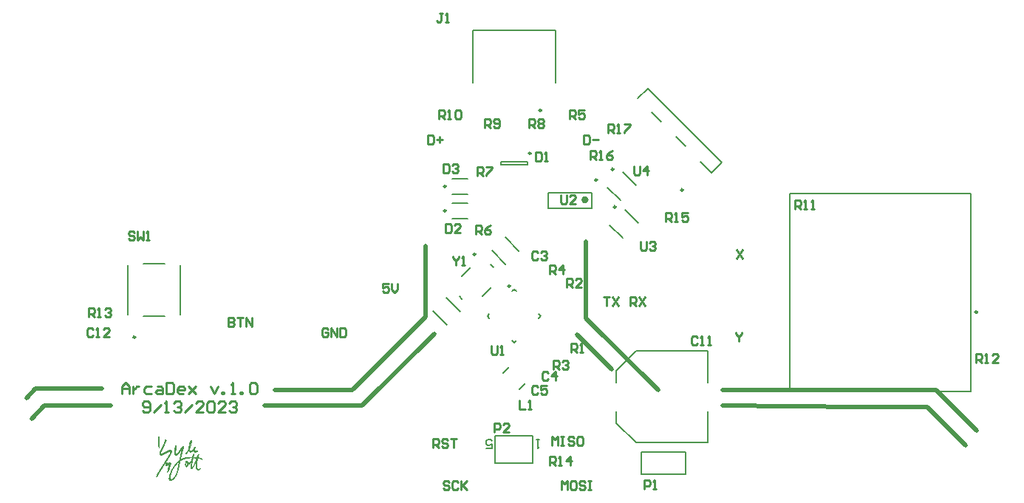
<source format=gbr>
%TF.GenerationSoftware,Altium Limited,Altium Designer,23.6.0 (18)*%
G04 Layer_Color=65535*
%FSLAX25Y25*%
%MOIN*%
%TF.SameCoordinates,9FC677E3-0757-43A4-AD8A-435CCD31EDD7*%
%TF.FilePolarity,Positive*%
%TF.FileFunction,Legend,Top*%
%TF.Part,Single*%
G01*
G75*
%TA.AperFunction,NonConductor*%
%ADD58C,0.00984*%
%ADD59C,0.01575*%
%ADD60C,0.02000*%
%ADD61C,0.00787*%
%ADD62C,0.01000*%
G36*
X62295Y33800D02*
X62316D01*
Y33795D01*
X62332D01*
Y33790D01*
X62342D01*
Y33785D01*
X62353D01*
Y33779D01*
X62363D01*
Y33774D01*
X62374D01*
Y33769D01*
X62379D01*
Y33764D01*
X62384D01*
Y33758D01*
X62395D01*
Y33753D01*
X62400D01*
Y33748D01*
X62405D01*
Y33743D01*
X62410D01*
Y33737D01*
X62416D01*
Y33732D01*
X62421D01*
Y33727D01*
X62426D01*
Y33722D01*
X62432D01*
Y33716D01*
X62437D01*
Y33711D01*
X62442D01*
Y33701D01*
X62447D01*
Y33695D01*
X62452D01*
Y33690D01*
X62458D01*
Y33680D01*
X62463D01*
Y33674D01*
X62468D01*
Y33664D01*
X62473D01*
Y33654D01*
X62479D01*
Y33648D01*
X62484D01*
Y33638D01*
X62489D01*
Y33627D01*
X62494D01*
Y33617D01*
X62500D01*
Y33606D01*
X62505D01*
Y33596D01*
X62510D01*
Y33585D01*
X62515D01*
Y33575D01*
X62521D01*
Y33564D01*
X62526D01*
Y33549D01*
X62531D01*
Y33538D01*
X62536D01*
Y33528D01*
X62542D01*
Y33517D01*
X62547D01*
Y33501D01*
X62552D01*
Y33491D01*
X62557D01*
Y33481D01*
X62563D01*
Y33465D01*
X62568D01*
Y33454D01*
X62573D01*
Y33444D01*
X62578D01*
Y33428D01*
X62584D01*
Y33417D01*
X62589D01*
Y33407D01*
X62594D01*
Y33391D01*
X62599D01*
Y33381D01*
X62604D01*
Y33365D01*
X62610D01*
Y33355D01*
X62615D01*
Y33339D01*
X62620D01*
Y33323D01*
X62625D01*
Y33307D01*
X62631D01*
Y33286D01*
X62636D01*
Y33250D01*
X62641D01*
Y33176D01*
X62646D01*
Y33082D01*
X62652D01*
Y32967D01*
X62657D01*
Y32893D01*
X62652D01*
Y32846D01*
X62646D01*
Y32804D01*
X62641D01*
Y32757D01*
X62636D01*
Y32710D01*
X62631D01*
Y32662D01*
X62625D01*
Y32615D01*
X62620D01*
Y32568D01*
X62615D01*
Y32521D01*
X62610D01*
Y32474D01*
X62604D01*
Y32427D01*
X62599D01*
Y32374D01*
X62594D01*
Y32322D01*
X62589D01*
Y32259D01*
X62584D01*
Y32201D01*
X62578D01*
Y32143D01*
X62573D01*
Y32096D01*
X62568D01*
Y32054D01*
X62563D01*
Y32017D01*
X62557D01*
Y31986D01*
X62552D01*
Y31955D01*
X62547D01*
Y31923D01*
X62542D01*
Y31892D01*
X62536D01*
Y31860D01*
X62531D01*
Y31824D01*
X62526D01*
Y31787D01*
X62521D01*
Y31740D01*
X62515D01*
Y31692D01*
X62510D01*
Y31635D01*
X62505D01*
Y31577D01*
X62500D01*
Y31509D01*
X62494D01*
Y31441D01*
X62489D01*
Y31378D01*
X62484D01*
Y31310D01*
X62479D01*
Y31242D01*
X62473D01*
Y31168D01*
X62468D01*
Y31095D01*
X62463D01*
Y31021D01*
X62458D01*
Y30937D01*
X62452D01*
Y30822D01*
X62447D01*
Y30623D01*
X62442D01*
Y30397D01*
X62437D01*
Y30125D01*
X62432D01*
Y29726D01*
X62437D01*
Y29532D01*
X62442D01*
Y29364D01*
X62447D01*
Y29270D01*
X62452D01*
Y29176D01*
X62458D01*
Y29039D01*
X62452D01*
Y28966D01*
X62447D01*
Y28913D01*
X62442D01*
Y28872D01*
X62437D01*
Y28830D01*
X62432D01*
Y28793D01*
X62426D01*
Y28756D01*
X62421D01*
Y28725D01*
X62416D01*
Y28693D01*
X62410D01*
Y28657D01*
X62405D01*
Y28630D01*
X62400D01*
Y28604D01*
X62395D01*
Y28583D01*
X62389D01*
Y28562D01*
X62384D01*
Y28546D01*
X62379D01*
Y28536D01*
X62374D01*
Y28520D01*
X62369D01*
Y28510D01*
X62363D01*
Y28499D01*
X62358D01*
Y28494D01*
X62353D01*
Y28484D01*
X62348D01*
Y28478D01*
X62342D01*
Y28473D01*
X62337D01*
Y28468D01*
X62332D01*
Y28462D01*
X62321D01*
Y28457D01*
X62316D01*
Y28452D01*
X62311D01*
Y28447D01*
X62300D01*
Y28442D01*
X62295D01*
Y28436D01*
X62285D01*
Y28431D01*
X62274D01*
Y28426D01*
X62264D01*
Y28420D01*
X62253D01*
Y28415D01*
X62243D01*
Y28410D01*
X62232D01*
Y28405D01*
X62222D01*
Y28410D01*
X62211D01*
Y28415D01*
X62206D01*
Y28420D01*
X62201D01*
Y28426D01*
X62195D01*
Y28431D01*
X62190D01*
Y28442D01*
X62185D01*
Y28447D01*
X62180D01*
Y28457D01*
X62174D01*
Y28468D01*
X62169D01*
Y28484D01*
X62164D01*
Y28499D01*
X62159D01*
Y28520D01*
X62154D01*
Y28536D01*
X62148D01*
Y28557D01*
X62143D01*
Y28573D01*
X62138D01*
Y28599D01*
X62133D01*
Y28625D01*
X62127D01*
Y28651D01*
X62122D01*
Y28683D01*
X62117D01*
Y28719D01*
X62112D01*
Y28756D01*
X62106D01*
Y28793D01*
X62101D01*
Y28835D01*
X62096D01*
Y28872D01*
X62091D01*
Y28903D01*
X62085D01*
Y28934D01*
X62080D01*
Y28966D01*
X62075D01*
Y28992D01*
X62070D01*
Y29013D01*
X62064D01*
Y29034D01*
X62059D01*
Y29055D01*
X62054D01*
Y29076D01*
X62049D01*
Y29092D01*
X62043D01*
Y29113D01*
X62038D01*
Y29128D01*
X62033D01*
Y29144D01*
X62028D01*
Y29165D01*
X62023D01*
Y29181D01*
X62017D01*
Y29197D01*
X62012D01*
Y29212D01*
X62007D01*
Y29233D01*
X62002D01*
Y29249D01*
X61996D01*
Y29265D01*
X61991D01*
Y29280D01*
X61986D01*
Y29291D01*
X61980D01*
Y29312D01*
X61975D01*
Y29343D01*
X61970D01*
Y29370D01*
X61965D01*
Y29396D01*
X61960D01*
Y29422D01*
X61954D01*
Y29448D01*
X61949D01*
Y29485D01*
X61944D01*
Y29527D01*
X61939D01*
Y29585D01*
X61933D01*
Y29653D01*
X61928D01*
Y29726D01*
X61923D01*
Y29794D01*
X61918D01*
Y29857D01*
X61912D01*
Y29910D01*
X61907D01*
Y29957D01*
X61902D01*
Y29994D01*
X61897D01*
Y30035D01*
X61891D01*
Y30072D01*
X61886D01*
Y30114D01*
X61881D01*
Y30161D01*
X61876D01*
Y30219D01*
X61870D01*
Y30272D01*
X61865D01*
Y30329D01*
X61860D01*
Y30392D01*
X61855D01*
Y30455D01*
X61849D01*
Y30534D01*
X61844D01*
Y30628D01*
X61839D01*
Y30728D01*
X61834D01*
Y30832D01*
X61829D01*
Y30958D01*
X61823D01*
Y31472D01*
X61829D01*
Y31677D01*
X61834D01*
Y31834D01*
X61839D01*
Y31965D01*
X61844D01*
Y32081D01*
X61849D01*
Y32185D01*
X61855D01*
Y32280D01*
X61860D01*
Y32353D01*
X61865D01*
Y32416D01*
X61870D01*
Y32474D01*
X61876D01*
Y32531D01*
X61881D01*
Y32558D01*
Y32563D01*
Y32584D01*
X61886D01*
Y32636D01*
X61891D01*
Y32689D01*
X61897D01*
Y32736D01*
X61902D01*
Y32788D01*
X61907D01*
Y32841D01*
X61912D01*
Y32893D01*
X61918D01*
Y32951D01*
X61923D01*
Y33019D01*
X61928D01*
Y33098D01*
X61933D01*
Y33187D01*
X61939D01*
Y33276D01*
X61944D01*
Y33344D01*
X61949D01*
Y33402D01*
X61954D01*
Y33444D01*
X61960D01*
Y33481D01*
X61965D01*
Y33512D01*
X61970D01*
Y33533D01*
X61975D01*
Y33554D01*
X61980D01*
Y33575D01*
X61986D01*
Y33591D01*
X61991D01*
Y33601D01*
X61996D01*
Y33617D01*
X62002D01*
Y33627D01*
X62007D01*
Y33638D01*
X62012D01*
Y33648D01*
X62017D01*
Y33659D01*
X62023D01*
Y33664D01*
X62028D01*
Y33674D01*
X62033D01*
Y33680D01*
X62038D01*
Y33685D01*
X62043D01*
Y33690D01*
X62049D01*
Y33695D01*
X62054D01*
Y33701D01*
X62059D01*
Y33706D01*
X62070D01*
Y33711D01*
X62075D01*
Y33716D01*
X62080D01*
Y33722D01*
X62091D01*
Y33727D01*
X62096D01*
Y33732D01*
X62106D01*
Y33737D01*
X62117D01*
Y33743D01*
X62122D01*
Y33748D01*
X62133D01*
Y33753D01*
X62143D01*
Y33758D01*
X62154D01*
Y33764D01*
X62164D01*
Y33769D01*
X62169D01*
Y33774D01*
X62185D01*
Y33779D01*
X62195D01*
Y33785D01*
X62206D01*
Y33790D01*
X62222D01*
Y33795D01*
X62243D01*
Y33800D01*
X62269D01*
Y33806D01*
X62295D01*
Y33800D01*
D02*
G37*
G36*
X76882Y32280D02*
X76893D01*
Y32274D01*
X76898D01*
Y32259D01*
X76903D01*
Y32248D01*
X76909D01*
Y32243D01*
X76914D01*
Y32238D01*
X76919D01*
Y32232D01*
X76930D01*
Y32227D01*
X76935D01*
Y32222D01*
X76940D01*
Y32217D01*
X76945D01*
Y32206D01*
X76951D01*
Y32201D01*
X76956D01*
Y32191D01*
X76961D01*
Y32185D01*
X76966D01*
Y32175D01*
X76972D01*
Y32164D01*
X76977D01*
Y32154D01*
X76982D01*
Y32143D01*
X76987D01*
Y32133D01*
X76992D01*
Y32122D01*
X76998D01*
Y32112D01*
X77003D01*
Y32107D01*
X77008D01*
Y32096D01*
X77013D01*
Y32091D01*
X77019D01*
Y32086D01*
X77024D01*
Y32075D01*
X77029D01*
Y32070D01*
X77034D01*
Y32065D01*
X77040D01*
Y32054D01*
X77045D01*
Y32044D01*
X77050D01*
Y32039D01*
X77055D01*
Y32028D01*
X77061D01*
Y32012D01*
X77066D01*
Y32002D01*
X77071D01*
Y31986D01*
X77076D01*
Y31970D01*
X77082D01*
Y31955D01*
X77087D01*
Y31934D01*
X77092D01*
Y31907D01*
X77097D01*
Y31876D01*
X77103D01*
Y31839D01*
X77108D01*
Y31792D01*
X77113D01*
Y31740D01*
X77118D01*
Y31682D01*
X77124D01*
Y31598D01*
X77129D01*
Y31336D01*
X77124D01*
Y31252D01*
X77118D01*
Y31194D01*
X77113D01*
Y31142D01*
X77108D01*
Y31100D01*
X77103D01*
Y31063D01*
X77097D01*
Y31027D01*
X77092D01*
Y30995D01*
X77087D01*
Y30964D01*
X77082D01*
Y30937D01*
X77076D01*
Y30911D01*
X77071D01*
Y30885D01*
X77066D01*
Y30859D01*
X77061D01*
Y30838D01*
X77055D01*
Y30812D01*
X77050D01*
Y30791D01*
X77045D01*
Y30770D01*
X77040D01*
Y30749D01*
X77034D01*
Y30728D01*
X77029D01*
Y30707D01*
X77024D01*
Y30691D01*
X77019D01*
Y30670D01*
X77013D01*
Y30649D01*
X77008D01*
Y30633D01*
X77003D01*
Y30612D01*
X76998D01*
Y30591D01*
X76992D01*
Y30576D01*
X76987D01*
Y30555D01*
X76982D01*
Y30534D01*
X76977D01*
Y30518D01*
X76972D01*
Y30497D01*
X76966D01*
Y30476D01*
X76961D01*
Y30455D01*
X76956D01*
Y30434D01*
X76951D01*
Y30418D01*
X76945D01*
Y30397D01*
X76940D01*
Y30376D01*
X76935D01*
Y30355D01*
X76930D01*
Y30334D01*
X76924D01*
Y30313D01*
X76919D01*
Y30292D01*
X76914D01*
Y30277D01*
X76909D01*
Y30256D01*
X76903D01*
Y30235D01*
X76898D01*
Y30214D01*
X76893D01*
Y30193D01*
X76888D01*
Y30172D01*
X76882D01*
Y30151D01*
X76877D01*
Y30130D01*
X76872D01*
Y30109D01*
X76867D01*
Y30093D01*
X76861D01*
Y30072D01*
X76856D01*
Y30051D01*
X76851D01*
Y30030D01*
X76846D01*
Y30009D01*
X76840D01*
Y29988D01*
X76835D01*
Y29967D01*
X76830D01*
Y29952D01*
X76825D01*
Y29931D01*
X76819D01*
Y29910D01*
X76814D01*
Y29889D01*
X76809D01*
Y29873D01*
X76804D01*
Y29852D01*
X76798D01*
Y29831D01*
X76793D01*
Y29810D01*
X76788D01*
Y29794D01*
X76783D01*
Y29773D01*
X76777D01*
Y29758D01*
X76772D01*
Y29737D01*
X76767D01*
Y29716D01*
X76762D01*
Y29700D01*
X76757D01*
Y29679D01*
X76751D01*
Y29663D01*
X76746D01*
Y29642D01*
X76741D01*
Y29627D01*
X76736D01*
Y29606D01*
X76730D01*
Y29590D01*
X76725D01*
Y29574D01*
X76720D01*
Y29553D01*
X76715D01*
Y29537D01*
X76709D01*
Y29516D01*
X76704D01*
Y29501D01*
X76699D01*
Y29485D01*
X76694D01*
Y29464D01*
X76688D01*
Y29448D01*
X76683D01*
Y29432D01*
X76678D01*
Y29412D01*
X76673D01*
Y29396D01*
X76667D01*
Y29375D01*
X76662D01*
Y29359D01*
X76657D01*
Y29343D01*
X76652D01*
Y29322D01*
X76646D01*
Y29307D01*
X76641D01*
Y29291D01*
X76636D01*
Y29270D01*
X76631D01*
Y29254D01*
X76626D01*
Y29233D01*
X76620D01*
Y29217D01*
X76615D01*
Y29202D01*
X76610D01*
Y29181D01*
X76604D01*
Y29165D01*
X76599D01*
Y29149D01*
X76594D01*
Y29128D01*
X76589D01*
Y29113D01*
X76583D01*
Y29097D01*
X76578D01*
Y29076D01*
X76573D01*
Y29060D01*
X76568D01*
Y29044D01*
X76562D01*
Y29024D01*
X76557D01*
Y29008D01*
X76552D01*
Y28987D01*
X76547D01*
Y28971D01*
X76542D01*
Y28955D01*
X76536D01*
Y28940D01*
X76531D01*
Y28919D01*
X76526D01*
Y28903D01*
X76521D01*
Y28887D01*
X76515D01*
Y28866D01*
X76510D01*
Y28850D01*
X76505D01*
Y28835D01*
X76500D01*
Y28814D01*
X76494D01*
Y28798D01*
X76489D01*
Y28782D01*
X76484D01*
Y28767D01*
X76479D01*
Y28746D01*
X76473D01*
Y28730D01*
X76468D01*
Y28714D01*
X76463D01*
Y28698D01*
X76458D01*
Y28677D01*
X76452D01*
Y28662D01*
X76447D01*
Y28646D01*
X76442D01*
Y28630D01*
X76437D01*
Y28615D01*
X76432D01*
Y28594D01*
X76426D01*
Y28578D01*
X76421D01*
Y28562D01*
X76416D01*
Y28546D01*
X76411D01*
Y28531D01*
X76405D01*
Y28515D01*
X76400D01*
Y28499D01*
X76395D01*
Y28489D01*
X76389D01*
Y28473D01*
X76384D01*
Y28462D01*
X76379D01*
Y28447D01*
X76374D01*
Y28436D01*
X76368D01*
Y28420D01*
X76363D01*
Y28410D01*
X76358D01*
Y28400D01*
X76353D01*
Y28389D01*
X76348D01*
Y28373D01*
X76342D01*
Y28363D01*
X76337D01*
Y28352D01*
X76332D01*
Y28342D01*
X76327D01*
Y28331D01*
X76321D01*
Y28316D01*
X76316D01*
Y28305D01*
X76311D01*
Y28295D01*
X76306D01*
Y28284D01*
X76300D01*
Y28274D01*
X76295D01*
Y28263D01*
X76290D01*
Y28247D01*
X76285D01*
Y28237D01*
X76279D01*
Y28221D01*
X76274D01*
Y28211D01*
X76269D01*
Y28195D01*
X76264D01*
Y28179D01*
X76258D01*
Y28158D01*
X76253D01*
Y28143D01*
X76248D01*
Y28116D01*
X76243D01*
Y28090D01*
X76237D01*
Y28048D01*
X76232D01*
Y27970D01*
X76237D01*
Y27928D01*
X76243D01*
Y27901D01*
X76248D01*
Y27880D01*
X76253D01*
Y27860D01*
X76258D01*
Y27839D01*
X76264D01*
Y27817D01*
X76269D01*
Y27802D01*
X76274D01*
Y27786D01*
X76279D01*
Y27770D01*
X76285D01*
Y27760D01*
X76290D01*
Y27744D01*
X76295D01*
Y27734D01*
X76300D01*
Y27718D01*
X76306D01*
Y27707D01*
X76311D01*
Y27697D01*
X76316D01*
Y27687D01*
X76321D01*
Y27676D01*
X76327D01*
Y27665D01*
X76332D01*
Y27655D01*
X76337D01*
Y27645D01*
X76342D01*
Y27634D01*
X76348D01*
Y27629D01*
X76353D01*
Y27618D01*
X76358D01*
Y27608D01*
X76363D01*
Y27603D01*
X76368D01*
Y27592D01*
X76374D01*
Y27587D01*
X76379D01*
Y27582D01*
X76384D01*
Y27571D01*
X76389D01*
Y27566D01*
X76395D01*
Y27561D01*
X76400D01*
Y27550D01*
X76405D01*
Y27545D01*
X76411D01*
Y27540D01*
X76416D01*
Y27534D01*
X76421D01*
Y27529D01*
X76426D01*
Y27524D01*
X76432D01*
Y27519D01*
X76437D01*
Y27513D01*
X76442D01*
Y27508D01*
X76447D01*
Y27503D01*
X76452D01*
Y27498D01*
X76458D01*
Y27492D01*
X76463D01*
Y27487D01*
X76468D01*
Y27482D01*
X76473D01*
Y27477D01*
X76479D01*
Y27472D01*
X76484D01*
Y27466D01*
X76494D01*
Y27461D01*
X76505D01*
Y27456D01*
X76531D01*
Y27450D01*
X76578D01*
Y27456D01*
X76610D01*
Y27461D01*
X76641D01*
Y27466D01*
X76673D01*
Y27472D01*
X76699D01*
Y27477D01*
X76725D01*
Y27482D01*
X76751D01*
Y27487D01*
X76772D01*
Y27492D01*
X76788D01*
Y27498D01*
X76809D01*
Y27503D01*
X76819D01*
Y27508D01*
X76835D01*
Y27513D01*
X76846D01*
Y27519D01*
X76856D01*
Y27524D01*
X76867D01*
Y27529D01*
X76877D01*
Y27534D01*
X76888D01*
Y27540D01*
X76898D01*
Y27545D01*
X76909D01*
Y27550D01*
X76919D01*
Y27555D01*
X76930D01*
Y27561D01*
X76940D01*
Y27566D01*
X76951D01*
Y27571D01*
X76961D01*
Y27576D01*
X76972D01*
Y27582D01*
X76977D01*
Y27587D01*
X76987D01*
Y27592D01*
X76998D01*
Y27597D01*
X77008D01*
Y27603D01*
X77019D01*
Y27608D01*
X77024D01*
Y27613D01*
X77034D01*
Y27618D01*
X77045D01*
Y27624D01*
X77055D01*
Y27629D01*
X77061D01*
Y27634D01*
X77071D01*
Y27639D01*
X77082D01*
Y27645D01*
X77087D01*
Y27650D01*
X77097D01*
Y27655D01*
X77108D01*
Y27660D01*
X77113D01*
Y27665D01*
X77124D01*
Y27671D01*
X77134D01*
Y27676D01*
X77139D01*
Y27681D01*
X77150D01*
Y27687D01*
X77155D01*
Y27692D01*
X77166D01*
Y27697D01*
X77176D01*
Y27702D01*
X77181D01*
Y27707D01*
X77192D01*
Y27713D01*
X77197D01*
Y27718D01*
X77207D01*
Y27723D01*
X77218D01*
Y27728D01*
X77223D01*
Y27734D01*
X77234D01*
Y27739D01*
X77239D01*
Y27744D01*
X77249D01*
Y27749D01*
X77255D01*
Y27755D01*
X77265D01*
Y27760D01*
X77270D01*
Y27765D01*
X77281D01*
Y27770D01*
X77286D01*
Y27776D01*
X77297D01*
Y27781D01*
X77302D01*
Y27786D01*
X77312D01*
Y27791D01*
X77318D01*
Y27797D01*
X77328D01*
Y27802D01*
X77333D01*
Y27807D01*
X77344D01*
Y27812D01*
X77349D01*
Y27817D01*
X77354D01*
Y27823D01*
X77365D01*
Y27828D01*
X77370D01*
Y27833D01*
X77375D01*
Y27839D01*
X77386D01*
Y27844D01*
X77391D01*
Y27849D01*
X77396D01*
Y27854D01*
X77407D01*
Y27860D01*
X77412D01*
Y27865D01*
X77417D01*
Y27870D01*
X77428D01*
Y27875D01*
X77433D01*
Y27880D01*
X77438D01*
Y27886D01*
X77449D01*
Y27891D01*
X77454D01*
Y27896D01*
X77459D01*
Y27901D01*
X77464D01*
Y27907D01*
X77475D01*
Y27912D01*
X77480D01*
Y27917D01*
X77485D01*
Y27922D01*
X77496D01*
Y27928D01*
X77501D01*
Y27933D01*
X77506D01*
Y27938D01*
X77517D01*
Y27943D01*
X77522D01*
Y27949D01*
X77527D01*
Y27954D01*
X77533D01*
Y27959D01*
X77543D01*
Y27964D01*
X77548D01*
Y27970D01*
X77554D01*
Y27975D01*
X77564D01*
Y27980D01*
X77569D01*
Y27985D01*
X77574D01*
Y27991D01*
X77585D01*
Y27996D01*
X77590D01*
Y28001D01*
X77596D01*
Y28006D01*
X77606D01*
Y28012D01*
X77611D01*
Y28017D01*
X77617D01*
Y28022D01*
X77622D01*
Y28027D01*
X77632D01*
Y28032D01*
X77637D01*
Y28038D01*
X77643D01*
Y28048D01*
X77648D01*
Y28054D01*
X77653D01*
Y28059D01*
X77658D01*
Y28064D01*
X77664D01*
Y28074D01*
X77669D01*
Y28080D01*
X77674D01*
Y28090D01*
X77679D01*
Y28101D01*
X77685D01*
Y28111D01*
X77690D01*
Y28122D01*
X77695D01*
Y28137D01*
X77700D01*
Y28148D01*
X77706D01*
Y28164D01*
X77711D01*
Y28179D01*
X77716D01*
Y28195D01*
X77721D01*
Y28211D01*
X77727D01*
Y28227D01*
X77732D01*
Y28242D01*
X77737D01*
Y28258D01*
X77742D01*
Y28274D01*
X77748D01*
Y28284D01*
X77753D01*
Y28300D01*
X77758D01*
Y28310D01*
X77763D01*
Y28326D01*
X77768D01*
Y28337D01*
X77774D01*
Y28347D01*
X77779D01*
Y28363D01*
X77784D01*
Y28373D01*
X77789D01*
Y28384D01*
X77795D01*
Y28394D01*
X77800D01*
Y28405D01*
X77805D01*
Y28415D01*
X77811D01*
Y28426D01*
X77816D01*
Y28436D01*
X77821D01*
Y28447D01*
X77826D01*
Y28457D01*
X77832D01*
Y28468D01*
X77837D01*
Y28478D01*
X77842D01*
Y28489D01*
X77847D01*
Y28494D01*
X77852D01*
Y28504D01*
X77858D01*
Y28515D01*
X77863D01*
Y28525D01*
X77868D01*
Y28531D01*
X77873D01*
Y28541D01*
X77879D01*
Y28552D01*
X77884D01*
Y28557D01*
X77889D01*
Y28567D01*
X77894D01*
Y28573D01*
X77900D01*
Y28583D01*
X77905D01*
Y28594D01*
X77910D01*
Y28599D01*
X77915D01*
Y28609D01*
X77921D01*
Y28615D01*
X77926D01*
Y28625D01*
X77931D01*
Y28630D01*
X77936D01*
Y28641D01*
X77942D01*
Y28646D01*
X77947D01*
Y28657D01*
X77952D01*
Y28662D01*
X77957D01*
Y28672D01*
X77962D01*
Y28677D01*
X77968D01*
Y28683D01*
X77973D01*
Y28693D01*
X77978D01*
Y28698D01*
X77983D01*
Y28709D01*
X77989D01*
Y28714D01*
X77994D01*
Y28719D01*
X77999D01*
Y28730D01*
X78004D01*
Y28735D01*
X78010D01*
Y28740D01*
X78015D01*
Y28751D01*
X78020D01*
Y28756D01*
X78026D01*
Y28761D01*
X78031D01*
Y28767D01*
X78036D01*
Y28777D01*
X78041D01*
Y28782D01*
X78046D01*
Y28788D01*
X78052D01*
Y28793D01*
X78057D01*
Y28803D01*
X78062D01*
Y28809D01*
X78067D01*
Y28814D01*
X78073D01*
Y28819D01*
X78078D01*
Y28824D01*
X78083D01*
Y28835D01*
X78088D01*
Y28840D01*
X78094D01*
Y28845D01*
X78099D01*
Y28850D01*
X78104D01*
Y28856D01*
X78109D01*
Y28861D01*
X78115D01*
Y28866D01*
X78120D01*
Y28872D01*
X78125D01*
Y28877D01*
X78130D01*
Y28887D01*
X78136D01*
Y28892D01*
X78141D01*
Y28898D01*
X78146D01*
Y28903D01*
X78151D01*
Y28908D01*
X78157D01*
Y28913D01*
X78162D01*
Y28919D01*
X78167D01*
Y28924D01*
X78172D01*
Y28929D01*
X78177D01*
Y28934D01*
X78183D01*
Y28940D01*
X78188D01*
Y28945D01*
X78193D01*
Y28950D01*
X78198D01*
Y28955D01*
X78204D01*
Y28961D01*
X78209D01*
Y28966D01*
X78214D01*
Y28971D01*
X78219D01*
Y28976D01*
X78225D01*
Y28982D01*
X78230D01*
Y28987D01*
X78240D01*
Y28992D01*
X78246D01*
Y28997D01*
X78251D01*
Y29003D01*
X78256D01*
Y29008D01*
X78261D01*
Y29013D01*
X78267D01*
Y29018D01*
X78272D01*
Y29024D01*
X78277D01*
Y29029D01*
X78288D01*
Y29034D01*
X78293D01*
Y29039D01*
X78298D01*
Y29044D01*
X78303D01*
Y29050D01*
X78314D01*
Y29055D01*
X78319D01*
Y29060D01*
X78324D01*
Y29065D01*
X78330D01*
Y29071D01*
X78340D01*
Y29076D01*
X78345D01*
Y29081D01*
X78351D01*
Y29087D01*
X78361D01*
Y29092D01*
X78366D01*
Y29097D01*
X78377D01*
Y29102D01*
X78382D01*
Y29107D01*
X78387D01*
Y29113D01*
X78398D01*
Y29118D01*
X78403D01*
Y29123D01*
X78413D01*
Y29128D01*
X78419D01*
Y29134D01*
X78429D01*
Y29139D01*
X78434D01*
Y29144D01*
X78445D01*
Y29149D01*
X78450D01*
Y29155D01*
X78461D01*
Y29160D01*
X78471D01*
Y29165D01*
X78476D01*
Y29170D01*
X78487D01*
Y29176D01*
X78492D01*
Y29181D01*
X78503D01*
Y29186D01*
X78513D01*
Y29191D01*
X78518D01*
Y29197D01*
X78529D01*
Y29202D01*
X78539D01*
Y29207D01*
X78545D01*
Y29212D01*
X78555D01*
Y29217D01*
X78566D01*
Y29223D01*
X78576D01*
Y29228D01*
X78592D01*
Y29233D01*
X78613D01*
Y29239D01*
X78681D01*
Y29233D01*
X78707D01*
Y29228D01*
X78723D01*
Y29223D01*
X78739D01*
Y29217D01*
X78749D01*
Y29212D01*
X78760D01*
Y29207D01*
X78770D01*
Y29202D01*
X78775D01*
Y29197D01*
X78786D01*
Y29191D01*
X78791D01*
Y29186D01*
X78802D01*
Y29181D01*
X78807D01*
Y29176D01*
X78812D01*
Y29170D01*
X78817D01*
Y29165D01*
X78822D01*
Y29160D01*
X78828D01*
Y29155D01*
X78833D01*
Y29149D01*
X78838D01*
Y29144D01*
X78843D01*
Y29139D01*
X78849D01*
Y29128D01*
X78854D01*
Y29123D01*
X78859D01*
Y29118D01*
X78864D01*
Y29113D01*
X78870D01*
Y29107D01*
X78875D01*
Y29102D01*
X78880D01*
Y29097D01*
X78885D01*
Y29092D01*
X78891D01*
Y29087D01*
X78896D01*
Y29081D01*
X78901D01*
Y29076D01*
X78906D01*
Y29071D01*
X78912D01*
Y29065D01*
X78917D01*
Y29060D01*
X78922D01*
Y29055D01*
X78927D01*
Y29050D01*
X78933D01*
Y29044D01*
X78938D01*
Y29039D01*
X78948D01*
Y29034D01*
X78954D01*
Y29029D01*
X78959D01*
Y29024D01*
X78964D01*
Y29018D01*
X78969D01*
Y29013D01*
X78974D01*
Y29008D01*
X78980D01*
Y29003D01*
X78985D01*
Y28997D01*
X78990D01*
Y28992D01*
X78996D01*
Y28987D01*
X79001D01*
Y28982D01*
X79006D01*
Y28971D01*
X79011D01*
Y28961D01*
X79017D01*
Y28945D01*
X79022D01*
Y28872D01*
X79017D01*
Y28850D01*
X79011D01*
Y28835D01*
X79006D01*
Y28824D01*
X79001D01*
Y28814D01*
X78996D01*
Y28809D01*
X78990D01*
Y28803D01*
X78985D01*
Y28793D01*
X78980D01*
Y28788D01*
X78974D01*
Y28782D01*
X78969D01*
Y28777D01*
X78964D01*
Y28772D01*
X78954D01*
Y28767D01*
X78948D01*
Y28761D01*
X78943D01*
Y28756D01*
X78938D01*
Y28751D01*
X78933D01*
Y28746D01*
X78927D01*
Y28740D01*
X78922D01*
Y28735D01*
X78917D01*
Y28730D01*
X78912D01*
Y28725D01*
X78906D01*
Y28719D01*
X78901D01*
Y28714D01*
X78896D01*
Y28709D01*
X78891D01*
Y28704D01*
X78885D01*
Y28693D01*
X78880D01*
Y28688D01*
X78875D01*
Y28677D01*
X78870D01*
Y28672D01*
X78864D01*
Y28662D01*
X78859D01*
Y28657D01*
X78854D01*
Y28646D01*
X78849D01*
Y28635D01*
X78843D01*
Y28625D01*
X78838D01*
Y28615D01*
X78833D01*
Y28599D01*
X78828D01*
Y28588D01*
X78822D01*
Y28573D01*
X78817D01*
Y28562D01*
X78812D01*
Y28546D01*
X78807D01*
Y28536D01*
X78802D01*
Y28520D01*
X78796D01*
Y28510D01*
X78791D01*
Y28499D01*
X78786D01*
Y28489D01*
X78781D01*
Y28478D01*
X78775D01*
Y28468D01*
X78770D01*
Y28457D01*
X78765D01*
Y28447D01*
X78760D01*
Y28436D01*
X78754D01*
Y28426D01*
X78749D01*
Y28420D01*
X78744D01*
Y28410D01*
X78739D01*
Y28400D01*
X78733D01*
Y28394D01*
X78728D01*
Y28384D01*
X78723D01*
Y28379D01*
X78718D01*
Y28368D01*
X78712D01*
Y28358D01*
X78707D01*
Y28352D01*
X78702D01*
Y28342D01*
X78697D01*
Y28337D01*
X78691D01*
Y28331D01*
X78686D01*
Y28321D01*
X78681D01*
Y28316D01*
X78676D01*
Y28305D01*
X78670D01*
Y28300D01*
X78665D01*
Y28289D01*
X78660D01*
Y28284D01*
X78655D01*
Y28279D01*
X78649D01*
Y28269D01*
X78644D01*
Y28263D01*
X78639D01*
Y28258D01*
X78634D01*
Y28247D01*
X78628D01*
Y28242D01*
X78623D01*
Y28237D01*
X78618D01*
Y28227D01*
X78613D01*
Y28221D01*
X78607D01*
Y28216D01*
X78602D01*
Y28206D01*
X78597D01*
Y28200D01*
X78592D01*
Y28195D01*
X78587D01*
Y28185D01*
X78581D01*
Y28179D01*
X78576D01*
Y28174D01*
X78571D01*
Y28164D01*
X78566D01*
Y28158D01*
X78560D01*
Y28153D01*
X78555D01*
Y28143D01*
X78550D01*
Y28137D01*
X78545D01*
Y28132D01*
X78539D01*
Y28122D01*
X78534D01*
Y28116D01*
X78529D01*
Y28111D01*
X78524D01*
Y28101D01*
X78518D01*
Y28095D01*
X78513D01*
Y28090D01*
X78508D01*
Y28080D01*
X78503D01*
Y28074D01*
X78497D01*
Y28069D01*
X78492D01*
Y28059D01*
X78487D01*
Y28054D01*
X78482D01*
Y28043D01*
X78476D01*
Y28038D01*
X78471D01*
Y28032D01*
X78466D01*
Y28022D01*
X78461D01*
Y28017D01*
X78455D01*
Y28006D01*
X78450D01*
Y28001D01*
X78445D01*
Y27996D01*
X78440D01*
Y27985D01*
X78434D01*
Y27980D01*
X78429D01*
Y27970D01*
X78424D01*
Y27964D01*
X78419D01*
Y27954D01*
X78413D01*
Y27943D01*
X78408D01*
Y27938D01*
X78403D01*
Y27928D01*
X78398D01*
Y27917D01*
X78392D01*
Y27912D01*
X78387D01*
Y27901D01*
X78382D01*
Y27886D01*
X78377D01*
Y27875D01*
X78372D01*
Y27860D01*
X78366D01*
Y27828D01*
X78361D01*
Y27770D01*
X78366D01*
Y27744D01*
X78372D01*
Y27723D01*
X78377D01*
Y27707D01*
X78382D01*
Y27697D01*
X78387D01*
Y27681D01*
X78392D01*
Y27671D01*
X78398D01*
Y27660D01*
X78403D01*
Y27650D01*
X78408D01*
Y27639D01*
X78413D01*
Y27629D01*
X78419D01*
Y27624D01*
X78424D01*
Y27613D01*
X78429D01*
Y27603D01*
X78434D01*
Y27592D01*
X78440D01*
Y27587D01*
X78445D01*
Y27576D01*
X78450D01*
Y27571D01*
X78455D01*
Y27561D01*
X78461D01*
Y27555D01*
X78466D01*
Y27550D01*
X78471D01*
Y27545D01*
X78476D01*
Y27534D01*
X78482D01*
Y27529D01*
X78487D01*
Y27524D01*
X78492D01*
Y27519D01*
X78497D01*
Y27513D01*
X78503D01*
Y27508D01*
X78508D01*
Y27503D01*
X78513D01*
Y27498D01*
X78518D01*
Y27492D01*
X78524D01*
Y27487D01*
X78534D01*
Y27482D01*
X78539D01*
Y27477D01*
X78545D01*
Y27472D01*
X78555D01*
Y27466D01*
X78560D01*
Y27461D01*
X78571D01*
Y27456D01*
X78581D01*
Y27450D01*
X78587D01*
Y27445D01*
X78597D01*
Y27440D01*
X78607D01*
Y27435D01*
X78623D01*
Y27430D01*
X78634D01*
Y27424D01*
X78649D01*
Y27419D01*
X78665D01*
Y27414D01*
X78686D01*
Y27409D01*
X78712D01*
Y27403D01*
X78749D01*
Y27398D01*
X78933D01*
Y27403D01*
X78990D01*
Y27409D01*
X79048D01*
Y27414D01*
X79095D01*
Y27419D01*
X79132D01*
Y27424D01*
X79163D01*
Y27430D01*
X79184D01*
Y27435D01*
X79205D01*
Y27440D01*
X79226D01*
Y27445D01*
X79242D01*
Y27450D01*
X79263D01*
Y27456D01*
X79279D01*
Y27461D01*
X79300D01*
Y27466D01*
X79315D01*
Y27472D01*
X79336D01*
Y27477D01*
X79352D01*
Y27482D01*
X79373D01*
Y27487D01*
X79389D01*
Y27492D01*
X79404D01*
Y27498D01*
X79426D01*
Y27503D01*
X79441D01*
Y27508D01*
X79457D01*
Y27513D01*
X79478D01*
Y27519D01*
X79494D01*
Y27524D01*
X79509D01*
Y27529D01*
X79530D01*
Y27534D01*
X79546D01*
Y27540D01*
X79562D01*
Y27545D01*
X79577D01*
Y27550D01*
X79598D01*
Y27555D01*
X79614D01*
Y27561D01*
X79630D01*
Y27566D01*
X79651D01*
Y27571D01*
X79667D01*
Y27576D01*
X79682D01*
Y27582D01*
X79703D01*
Y27587D01*
X79719D01*
Y27592D01*
X79735D01*
Y27597D01*
X79756D01*
Y27603D01*
X79772D01*
Y27608D01*
X79829D01*
Y27603D01*
X79840D01*
Y27597D01*
X79850D01*
Y27592D01*
X79855D01*
Y27587D01*
X79861D01*
Y27582D01*
X79866D01*
Y27576D01*
X79871D01*
Y27571D01*
X79876D01*
Y27561D01*
X79882D01*
Y27545D01*
X79887D01*
Y27519D01*
X79892D01*
Y27482D01*
X79897D01*
Y27456D01*
X79903D01*
Y27335D01*
X79897D01*
Y27309D01*
X79892D01*
Y27288D01*
X79887D01*
Y27272D01*
X79882D01*
Y27257D01*
X79876D01*
Y27246D01*
X79871D01*
Y27230D01*
X79866D01*
Y27220D01*
X79861D01*
Y27209D01*
X79855D01*
Y27199D01*
X79850D01*
Y27188D01*
X79845D01*
Y27178D01*
X79840D01*
Y27173D01*
X79835D01*
Y27162D01*
X79829D01*
Y27152D01*
X79824D01*
Y27146D01*
X79819D01*
Y27136D01*
X79813D01*
Y27125D01*
X79808D01*
Y27120D01*
X79803D01*
Y27110D01*
X79798D01*
Y27104D01*
X79792D01*
Y27094D01*
X79787D01*
Y27089D01*
X79782D01*
Y27084D01*
X79777D01*
Y27073D01*
X79772D01*
Y27068D01*
X79766D01*
Y27062D01*
X79761D01*
Y27052D01*
X79756D01*
Y27047D01*
X79751D01*
Y27042D01*
X79745D01*
Y27036D01*
X79740D01*
Y27026D01*
X79735D01*
Y27020D01*
X79730D01*
Y27015D01*
X79724D01*
Y27010D01*
X79719D01*
Y27005D01*
X79714D01*
Y27000D01*
X79709D01*
Y26994D01*
X79703D01*
Y26984D01*
X79698D01*
Y26979D01*
X79693D01*
Y26973D01*
X79688D01*
Y26968D01*
X79682D01*
Y26963D01*
X79677D01*
Y26958D01*
X79672D01*
Y26952D01*
X79667D01*
Y26947D01*
X79661D01*
Y26942D01*
X79656D01*
Y26937D01*
X79651D01*
Y26931D01*
X79646D01*
Y26926D01*
X79640D01*
Y26921D01*
X79635D01*
Y26916D01*
X79625D01*
Y26910D01*
X79619D01*
Y26905D01*
X79614D01*
Y26900D01*
X79609D01*
Y26895D01*
X79604D01*
Y26889D01*
X79598D01*
Y26884D01*
X79593D01*
Y26879D01*
X79583D01*
Y26874D01*
X79577D01*
Y26869D01*
X79572D01*
Y26863D01*
X79567D01*
Y26858D01*
X79557D01*
Y26853D01*
X79551D01*
Y26847D01*
X79546D01*
Y26842D01*
X79541D01*
Y26837D01*
X79530D01*
Y26832D01*
X79525D01*
Y26827D01*
X79520D01*
Y26821D01*
X79509D01*
Y26816D01*
X79504D01*
Y26811D01*
X79494D01*
Y26806D01*
X79488D01*
Y26800D01*
X79478D01*
Y26795D01*
X79473D01*
Y26790D01*
X79462D01*
Y26785D01*
X79457D01*
Y26779D01*
X79446D01*
Y26774D01*
X79436D01*
Y26769D01*
X79431D01*
Y26764D01*
X79420D01*
Y26758D01*
X79410D01*
Y26753D01*
X79399D01*
Y26748D01*
X79389D01*
Y26743D01*
X79378D01*
Y26737D01*
X79368D01*
Y26732D01*
X79357D01*
Y26727D01*
X79347D01*
Y26722D01*
X79336D01*
Y26716D01*
X79321D01*
Y26711D01*
X79310D01*
Y26706D01*
X79300D01*
Y26701D01*
X79284D01*
Y26695D01*
X79273D01*
Y26690D01*
X79258D01*
Y26685D01*
X79247D01*
Y26680D01*
X79232D01*
Y26675D01*
X79216D01*
Y26669D01*
X79200D01*
Y26664D01*
X79184D01*
Y26659D01*
X79168D01*
Y26654D01*
X79153D01*
Y26648D01*
X79137D01*
Y26643D01*
X79121D01*
Y26638D01*
X79106D01*
Y26632D01*
X79085D01*
Y26627D01*
X79069D01*
Y26622D01*
X79048D01*
Y26617D01*
X79027D01*
Y26612D01*
X79006D01*
Y26606D01*
X78980D01*
Y26601D01*
X78954D01*
Y26596D01*
X78927D01*
Y26591D01*
X78896D01*
Y26585D01*
X78854D01*
Y26580D01*
X78781D01*
Y26575D01*
X78707D01*
Y26580D01*
X78639D01*
Y26585D01*
X78602D01*
Y26591D01*
X78576D01*
Y26585D01*
X78571D01*
Y26575D01*
X78566D01*
Y26570D01*
X78539D01*
Y26575D01*
X78534D01*
Y26580D01*
X78529D01*
Y26601D01*
X78518D01*
Y26606D01*
X78503D01*
Y26612D01*
X78482D01*
Y26617D01*
X78466D01*
Y26622D01*
X78445D01*
Y26627D01*
X78429D01*
Y26632D01*
X78413D01*
Y26638D01*
X78403D01*
Y26643D01*
X78387D01*
Y26648D01*
X78377D01*
Y26654D01*
X78361D01*
Y26659D01*
X78351D01*
Y26664D01*
X78340D01*
Y26669D01*
X78330D01*
Y26675D01*
X78319D01*
Y26680D01*
X78309D01*
Y26685D01*
X78298D01*
Y26690D01*
X78293D01*
Y26695D01*
X78282D01*
Y26701D01*
X78272D01*
Y26706D01*
X78267D01*
Y26711D01*
X78256D01*
Y26716D01*
X78251D01*
Y26722D01*
X78240D01*
Y26727D01*
X78235D01*
Y26732D01*
X78225D01*
Y26737D01*
X78219D01*
Y26743D01*
X78214D01*
Y26748D01*
X78209D01*
Y26753D01*
X78198D01*
Y26758D01*
X78193D01*
Y26764D01*
X78188D01*
Y26769D01*
X78183D01*
Y26774D01*
X78177D01*
Y26779D01*
X78167D01*
Y26785D01*
X78162D01*
Y26790D01*
X78157D01*
Y26795D01*
X78151D01*
Y26800D01*
X78146D01*
Y26806D01*
X78141D01*
Y26811D01*
X78136D01*
Y26816D01*
X78130D01*
Y26821D01*
X78125D01*
Y26827D01*
X78120D01*
Y26832D01*
X78115D01*
Y26837D01*
X78109D01*
Y26842D01*
X78104D01*
Y26853D01*
X78099D01*
Y26858D01*
X78094D01*
Y26863D01*
X78088D01*
Y26869D01*
X78083D01*
Y26874D01*
X78078D01*
Y26884D01*
X78073D01*
Y26889D01*
X78067D01*
Y26895D01*
X78062D01*
Y26900D01*
X78057D01*
Y26910D01*
X78052D01*
Y26916D01*
X78046D01*
Y26926D01*
X78041D01*
Y26931D01*
X78036D01*
Y26942D01*
X78031D01*
Y26947D01*
X78026D01*
Y26952D01*
X78020D01*
Y26963D01*
X78015D01*
Y26968D01*
X78010D01*
Y26973D01*
X78004D01*
Y26979D01*
X77999D01*
Y26984D01*
X77994D01*
Y26989D01*
X77989D01*
Y26994D01*
X77983D01*
Y27000D01*
X77978D01*
Y27010D01*
X77973D01*
Y27015D01*
X77968D01*
Y27020D01*
X77962D01*
Y27026D01*
X77957D01*
Y27031D01*
X77952D01*
Y27036D01*
X77947D01*
Y27042D01*
X77942D01*
Y27047D01*
X77936D01*
Y27057D01*
X77931D01*
Y27062D01*
X77926D01*
Y27068D01*
X77921D01*
Y27073D01*
X77915D01*
Y27078D01*
X77910D01*
Y27084D01*
X77905D01*
Y27089D01*
X77900D01*
Y27099D01*
X77894D01*
Y27104D01*
X77889D01*
Y27110D01*
X77884D01*
Y27115D01*
X77879D01*
Y27120D01*
X77873D01*
Y27125D01*
X77868D01*
Y27131D01*
X77863D01*
Y27136D01*
X77858D01*
Y27146D01*
X77852D01*
Y27152D01*
X77847D01*
Y27157D01*
X77842D01*
Y27162D01*
X77837D01*
Y27167D01*
X77832D01*
Y27173D01*
X77826D01*
Y27178D01*
X77821D01*
Y27183D01*
X77816D01*
Y27194D01*
X77811D01*
Y27199D01*
X77805D01*
Y27204D01*
X77800D01*
Y27209D01*
X77795D01*
Y27215D01*
X77789D01*
Y27220D01*
X77784D01*
Y27225D01*
X77779D01*
Y27230D01*
X77774D01*
Y27241D01*
X77768D01*
Y27246D01*
X77763D01*
Y27251D01*
X77758D01*
Y27257D01*
X77753D01*
Y27262D01*
X77748D01*
Y27267D01*
X77742D01*
Y27272D01*
X77737D01*
Y27277D01*
X77732D01*
Y27272D01*
X77727D01*
Y27267D01*
X77721D01*
Y27262D01*
X77716D01*
Y27257D01*
X77711D01*
Y27251D01*
X77700D01*
Y27246D01*
X77695D01*
Y27241D01*
X77690D01*
Y27235D01*
X77685D01*
Y27230D01*
X77674D01*
Y27225D01*
X77669D01*
Y27220D01*
X77664D01*
Y27215D01*
X77658D01*
Y27209D01*
X77648D01*
Y27204D01*
X77643D01*
Y27199D01*
X77637D01*
Y27194D01*
X77632D01*
Y27188D01*
X77622D01*
Y27183D01*
X77617D01*
Y27178D01*
X77611D01*
Y27173D01*
X77606D01*
Y27167D01*
X77596D01*
Y27162D01*
X77590D01*
Y27157D01*
X77585D01*
Y27152D01*
X77574D01*
Y27146D01*
X77569D01*
Y27141D01*
X77564D01*
Y27136D01*
X77559D01*
Y27131D01*
X77548D01*
Y27125D01*
X77543D01*
Y27120D01*
X77538D01*
Y27115D01*
X77527D01*
Y27110D01*
X77522D01*
Y27104D01*
X77512D01*
Y27099D01*
X77506D01*
Y27094D01*
X77501D01*
Y27089D01*
X77491D01*
Y27084D01*
X77485D01*
Y27078D01*
X77475D01*
Y27073D01*
X77470D01*
Y27068D01*
X77464D01*
Y27062D01*
X77454D01*
Y27057D01*
X77449D01*
Y27052D01*
X77438D01*
Y27047D01*
X77433D01*
Y27042D01*
X77428D01*
Y27036D01*
X77417D01*
Y27031D01*
X77412D01*
Y27026D01*
X77402D01*
Y27020D01*
X77396D01*
Y27015D01*
X77386D01*
Y27010D01*
X77381D01*
Y27005D01*
X77370D01*
Y27000D01*
X77365D01*
Y26994D01*
X77360D01*
Y26989D01*
X77349D01*
Y26984D01*
X77344D01*
Y26979D01*
X77333D01*
Y26973D01*
X77328D01*
Y26968D01*
X77323D01*
Y26963D01*
X77312D01*
Y26958D01*
X77307D01*
Y26952D01*
X77297D01*
Y26947D01*
X77291D01*
Y26942D01*
X77286D01*
Y26937D01*
X77276D01*
Y26931D01*
X77270D01*
Y26926D01*
X77265D01*
Y26921D01*
X77255D01*
Y26916D01*
X77249D01*
Y26910D01*
X77244D01*
Y26905D01*
X77234D01*
Y26900D01*
X77228D01*
Y26895D01*
X77223D01*
Y26889D01*
X77213D01*
Y26884D01*
X77207D01*
Y26879D01*
X77202D01*
Y26874D01*
X77197D01*
Y26869D01*
X77192D01*
Y26863D01*
X77181D01*
Y26858D01*
X77176D01*
Y26853D01*
X77171D01*
Y26847D01*
X77166D01*
Y26842D01*
X77155D01*
Y26837D01*
X77150D01*
Y26832D01*
X77145D01*
Y26827D01*
X77134D01*
Y26821D01*
X77129D01*
Y26816D01*
X77118D01*
Y26811D01*
X77113D01*
Y26806D01*
X77103D01*
Y26800D01*
X77097D01*
Y26795D01*
X77087D01*
Y26790D01*
X77076D01*
Y26785D01*
X77071D01*
Y26779D01*
X77061D01*
Y26774D01*
X77050D01*
Y26769D01*
X77040D01*
Y26764D01*
X77034D01*
Y26758D01*
X77024D01*
Y26753D01*
X77013D01*
Y26748D01*
X77003D01*
Y26743D01*
X76992D01*
Y26737D01*
X76982D01*
Y26732D01*
X76972D01*
Y26727D01*
X76961D01*
Y26722D01*
X76951D01*
Y26716D01*
X76940D01*
Y26711D01*
X76930D01*
Y26706D01*
X76919D01*
Y26701D01*
X76909D01*
Y26695D01*
X76898D01*
Y26690D01*
X76888D01*
Y26685D01*
X76877D01*
Y26680D01*
X76867D01*
Y26675D01*
X76856D01*
Y26669D01*
X76846D01*
Y26664D01*
X76840D01*
Y26659D01*
X76835D01*
Y26654D01*
X76830D01*
Y26648D01*
X76825D01*
Y26643D01*
X76819D01*
Y26632D01*
X76814D01*
Y26627D01*
X76809D01*
Y26622D01*
X76804D01*
Y26617D01*
X76798D01*
Y26612D01*
X76793D01*
Y26606D01*
X76788D01*
Y26601D01*
X76783D01*
Y26596D01*
X76772D01*
Y26591D01*
X76767D01*
Y26585D01*
X76757D01*
Y26580D01*
X76746D01*
Y26575D01*
X76730D01*
Y26570D01*
X76715D01*
Y26564D01*
X76688D01*
Y26559D01*
X76610D01*
Y26564D01*
X76568D01*
Y26570D01*
X76536D01*
Y26575D01*
X76505D01*
Y26580D01*
X76484D01*
Y26585D01*
X76458D01*
Y26591D01*
X76442D01*
Y26596D01*
X76421D01*
Y26601D01*
X76405D01*
Y26606D01*
X76389D01*
Y26612D01*
X76374D01*
Y26617D01*
X76358D01*
Y26622D01*
X76342D01*
Y26627D01*
X76332D01*
Y26632D01*
X76316D01*
Y26638D01*
X76306D01*
Y26643D01*
X76295D01*
Y26648D01*
X76285D01*
Y26654D01*
X76274D01*
Y26659D01*
X76264D01*
Y26664D01*
X76253D01*
Y26669D01*
X76243D01*
Y26675D01*
X76232D01*
Y26680D01*
X76227D01*
Y26685D01*
X76217D01*
Y26690D01*
X76211D01*
Y26695D01*
X76201D01*
Y26701D01*
X76196D01*
Y26706D01*
X76190D01*
Y26711D01*
X76180D01*
Y26716D01*
X76174D01*
Y26722D01*
X76169D01*
Y26727D01*
X76159D01*
Y26732D01*
X76154D01*
Y26737D01*
X76148D01*
Y26743D01*
X76143D01*
Y26748D01*
X76138D01*
Y26753D01*
X76133D01*
Y26758D01*
X76127D01*
Y26764D01*
X76117D01*
Y26769D01*
X76112D01*
Y26774D01*
X76106D01*
Y26779D01*
X76101D01*
Y26785D01*
X76096D01*
Y26790D01*
X76091D01*
Y26795D01*
X76085D01*
Y26800D01*
X76080D01*
Y26806D01*
X76075D01*
Y26811D01*
X76064D01*
Y26816D01*
X76059D01*
Y26821D01*
X76054D01*
Y26827D01*
X76049D01*
Y26832D01*
X76043D01*
Y26837D01*
X76038D01*
Y26842D01*
X76033D01*
Y26847D01*
X76028D01*
Y26853D01*
X76022D01*
Y26858D01*
X76017D01*
Y26863D01*
X76012D01*
Y26869D01*
X76007D01*
Y26874D01*
X76002D01*
Y26879D01*
X75996D01*
Y26884D01*
X75991D01*
Y26889D01*
X75986D01*
Y26895D01*
X75981D01*
Y26900D01*
X75975D01*
Y26905D01*
X75970D01*
Y26910D01*
X75965D01*
Y26916D01*
X75960D01*
Y26921D01*
X75954D01*
Y26926D01*
X75949D01*
Y26931D01*
X75944D01*
Y26937D01*
X75939D01*
Y26942D01*
X75933D01*
Y26952D01*
X75928D01*
Y26958D01*
X75923D01*
Y26963D01*
X75918D01*
Y26968D01*
X75912D01*
Y26973D01*
X75907D01*
Y26979D01*
X75902D01*
Y26984D01*
X75897D01*
Y26994D01*
X75891D01*
Y27000D01*
X75886D01*
Y27005D01*
X75881D01*
Y27010D01*
X75876D01*
Y27020D01*
X75870D01*
Y27026D01*
X75865D01*
Y27031D01*
X75860D01*
Y27042D01*
X75855D01*
Y27047D01*
X75849D01*
Y27052D01*
X75844D01*
Y27062D01*
X75839D01*
Y27068D01*
X75834D01*
Y27078D01*
X75828D01*
Y27084D01*
X75823D01*
Y27089D01*
X75818D01*
Y27099D01*
X75813D01*
Y27104D01*
X75807D01*
Y27115D01*
X75802D01*
Y27120D01*
X75797D01*
Y27131D01*
X75792D01*
Y27136D01*
X75787D01*
Y27141D01*
X75781D01*
Y27152D01*
X75776D01*
Y27157D01*
X75771D01*
Y27167D01*
X75766D01*
Y27173D01*
X75760D01*
Y27178D01*
X75755D01*
Y27188D01*
X75750D01*
Y27199D01*
X75745D01*
Y27209D01*
X75739D01*
Y27215D01*
X75734D01*
Y27225D01*
X75729D01*
Y27230D01*
X75724D01*
Y27220D01*
X75718D01*
Y27215D01*
X75713D01*
Y27204D01*
X75708D01*
Y27194D01*
X75703D01*
Y27188D01*
X75697D01*
Y27178D01*
X75692D01*
Y27173D01*
X75687D01*
Y27162D01*
X75682D01*
Y27157D01*
X75676D01*
Y27146D01*
X75671D01*
Y27136D01*
X75666D01*
Y27131D01*
X75661D01*
Y27120D01*
X75655D01*
Y27115D01*
X75650D01*
Y27104D01*
X75645D01*
Y27099D01*
X75640D01*
Y27089D01*
X75634D01*
Y27084D01*
X75629D01*
Y27073D01*
X75624D01*
Y27068D01*
X75619D01*
Y27057D01*
X75613D01*
Y27052D01*
X75608D01*
Y27042D01*
X75603D01*
Y27036D01*
X75598D01*
Y27026D01*
X75592D01*
Y27020D01*
X75587D01*
Y27010D01*
X75582D01*
Y27000D01*
X75577D01*
Y26994D01*
X75572D01*
Y26984D01*
X75566D01*
Y26979D01*
X75561D01*
Y26968D01*
X75556D01*
Y26963D01*
X75551D01*
Y26952D01*
X75545D01*
Y26947D01*
X75540D01*
Y26937D01*
X75535D01*
Y26931D01*
X75530D01*
Y26921D01*
X75524D01*
Y26916D01*
X75519D01*
Y26905D01*
X75514D01*
Y26900D01*
X75509D01*
Y26889D01*
X75503D01*
Y26884D01*
X75498D01*
Y26874D01*
X75493D01*
Y26869D01*
X75488D01*
Y26858D01*
X75482D01*
Y26853D01*
X75477D01*
Y26842D01*
X75472D01*
Y26832D01*
X75467D01*
Y26827D01*
X75461D01*
Y26816D01*
X75456D01*
Y26811D01*
X75451D01*
Y26800D01*
X75446D01*
Y26795D01*
X75440D01*
Y26785D01*
X75435D01*
Y26779D01*
X75430D01*
Y26769D01*
X75425D01*
Y26764D01*
X75419D01*
Y26753D01*
X75414D01*
Y26748D01*
X75409D01*
Y26737D01*
X75404D01*
Y26732D01*
X75398D01*
Y26722D01*
X75393D01*
Y26716D01*
X75388D01*
Y26706D01*
X75383D01*
Y26701D01*
X75378D01*
Y26690D01*
X75372D01*
Y26680D01*
X75367D01*
Y26675D01*
X75362D01*
Y26664D01*
X75357D01*
Y26659D01*
X75351D01*
Y26648D01*
X75346D01*
Y26643D01*
X75341D01*
Y26632D01*
X75336D01*
Y26627D01*
X75330D01*
Y26617D01*
X75325D01*
Y26612D01*
X75320D01*
Y26601D01*
X75315D01*
Y26596D01*
X75309D01*
Y26585D01*
X75304D01*
Y26580D01*
X75299D01*
Y26570D01*
X75294D01*
Y26564D01*
X75288D01*
Y26554D01*
X75283D01*
Y26543D01*
X75278D01*
Y26538D01*
X75273D01*
Y26528D01*
X75267D01*
Y26522D01*
X75262D01*
Y26512D01*
X75257D01*
Y26507D01*
X75252D01*
Y26496D01*
X75246D01*
Y26491D01*
X75241D01*
Y26480D01*
X75236D01*
Y26475D01*
X75231D01*
Y26465D01*
X75226D01*
Y26460D01*
X75220D01*
Y26449D01*
X75215D01*
Y26444D01*
X75210D01*
Y26433D01*
X75204D01*
Y26423D01*
X75199D01*
Y26417D01*
X75194D01*
Y26407D01*
X75189D01*
Y26402D01*
X75183D01*
Y26391D01*
X75178D01*
Y26386D01*
X75173D01*
Y26376D01*
X75168D01*
Y26370D01*
X75163D01*
Y26360D01*
X75157D01*
Y26355D01*
X75152D01*
Y26344D01*
X75147D01*
Y26334D01*
X75142D01*
Y26328D01*
X75136D01*
Y26318D01*
X75131D01*
Y26313D01*
X75126D01*
Y26302D01*
X75121D01*
Y26297D01*
X75115D01*
Y26287D01*
X75110D01*
Y26276D01*
X75105D01*
Y26271D01*
X75100D01*
Y26260D01*
X75094D01*
Y26255D01*
X75089D01*
Y26245D01*
X75084D01*
Y26239D01*
X75079D01*
Y26229D01*
X75073D01*
Y26223D01*
X75068D01*
Y26213D01*
X75063D01*
Y26203D01*
X75058D01*
Y26197D01*
X75052D01*
Y26187D01*
X75047D01*
Y26182D01*
X75042D01*
Y26171D01*
X75037D01*
Y26166D01*
X75032D01*
Y26155D01*
X75026D01*
Y26145D01*
X75021D01*
Y26140D01*
X75016D01*
Y26129D01*
X75011D01*
Y26124D01*
X75005D01*
Y26113D01*
X75000D01*
Y26108D01*
X74995D01*
Y26098D01*
X74989D01*
Y26092D01*
X74984D01*
Y26082D01*
X74979D01*
Y26072D01*
X74974D01*
Y26066D01*
X74968D01*
Y26056D01*
X74963D01*
Y26050D01*
X74958D01*
Y26040D01*
X74953D01*
Y26035D01*
X74948D01*
Y26024D01*
X74942D01*
Y26019D01*
X74937D01*
Y26009D01*
X74932D01*
Y26003D01*
X74927D01*
Y25993D01*
X74921D01*
Y25988D01*
X74916D01*
Y25977D01*
X74911D01*
Y25972D01*
X74906D01*
Y25961D01*
X74900D01*
Y25956D01*
X74895D01*
Y25946D01*
X74890D01*
Y25935D01*
X74885D01*
Y25930D01*
X74879D01*
Y25919D01*
X74874D01*
Y25914D01*
X74869D01*
Y25904D01*
X74864D01*
Y25898D01*
X74858D01*
Y25893D01*
X74853D01*
Y25883D01*
X74848D01*
Y25877D01*
X74843D01*
Y25867D01*
X74837D01*
Y25862D01*
X74832D01*
Y25851D01*
X74827D01*
Y25846D01*
X74822D01*
Y25841D01*
X74817D01*
Y25830D01*
X74811D01*
Y25825D01*
X74806D01*
Y25820D01*
X74801D01*
Y25815D01*
X74796D01*
Y25809D01*
X74790D01*
Y25804D01*
X74785D01*
Y25799D01*
X74780D01*
Y25794D01*
X74774D01*
Y25788D01*
X74769D01*
Y25783D01*
X74764D01*
Y25778D01*
X74759D01*
Y25773D01*
X74748D01*
Y25767D01*
X74743D01*
Y25762D01*
X74733D01*
Y25757D01*
X74722D01*
Y25752D01*
X74712D01*
Y25746D01*
X74696D01*
Y25741D01*
X74675D01*
Y25736D01*
X74607D01*
Y25741D01*
X74575D01*
Y25746D01*
X74554D01*
Y25752D01*
X74533D01*
Y25757D01*
X74518D01*
Y25762D01*
X74502D01*
Y25767D01*
X74491D01*
Y25773D01*
X74476D01*
Y25778D01*
X74465D01*
Y25783D01*
X74455D01*
Y25788D01*
X74449D01*
Y25794D01*
X74439D01*
Y25799D01*
X74428D01*
Y25804D01*
X74423D01*
Y25809D01*
X74418D01*
Y25815D01*
X74408D01*
Y25820D01*
X74402D01*
Y25825D01*
X74397D01*
Y25830D01*
X74392D01*
Y25835D01*
X74387D01*
Y25841D01*
X74381D01*
Y25846D01*
X74376D01*
Y25851D01*
X74371D01*
Y25857D01*
X74366D01*
Y25862D01*
X74360D01*
Y25867D01*
X74355D01*
Y25877D01*
X74350D01*
Y25883D01*
X74345D01*
Y25893D01*
X74339D01*
Y25898D01*
X74308D01*
Y25904D01*
X74303D01*
Y25919D01*
X74297D01*
Y25925D01*
X74303D01*
Y25935D01*
X74308D01*
Y25940D01*
X74318D01*
Y25946D01*
X74313D01*
Y25961D01*
X74308D01*
Y25977D01*
X74303D01*
Y26003D01*
X74297D01*
Y26161D01*
X74303D01*
Y26192D01*
X74308D01*
Y26213D01*
X74313D01*
Y26234D01*
X74318D01*
Y26250D01*
X74324D01*
Y26265D01*
X74329D01*
Y26281D01*
X74334D01*
Y26292D01*
X74339D01*
Y26302D01*
X74345D01*
Y26313D01*
X74350D01*
Y26323D01*
X74355D01*
Y26334D01*
X74360D01*
Y26344D01*
X74366D01*
Y26349D01*
X74371D01*
Y26360D01*
X74376D01*
Y26365D01*
X74381D01*
Y26376D01*
X74387D01*
Y26381D01*
X74392D01*
Y26391D01*
X74397D01*
Y26397D01*
X74402D01*
Y26407D01*
X74408D01*
Y26412D01*
X74413D01*
Y26423D01*
X74418D01*
Y26428D01*
X74423D01*
Y26439D01*
X74428D01*
Y26444D01*
X74434D01*
Y26454D01*
X74439D01*
Y26460D01*
X74444D01*
Y26470D01*
X74449D01*
Y26475D01*
X74455D01*
Y26486D01*
X74460D01*
Y26491D01*
X74465D01*
Y26501D01*
X74470D01*
Y26507D01*
X74476D01*
Y26517D01*
X74481D01*
Y26528D01*
X74486D01*
Y26533D01*
X74491D01*
Y26543D01*
X74497D01*
Y26549D01*
X74502D01*
Y26559D01*
X74507D01*
Y26564D01*
X74512D01*
Y26575D01*
X74518D01*
Y26580D01*
X74523D01*
Y26591D01*
X74528D01*
Y26601D01*
X74533D01*
Y26606D01*
X74539D01*
Y26617D01*
X74544D01*
Y26622D01*
X74549D01*
Y26632D01*
X74554D01*
Y26638D01*
X74560D01*
Y26648D01*
X74565D01*
Y26654D01*
X74570D01*
Y26664D01*
X74575D01*
Y26669D01*
X74581D01*
Y26680D01*
X74586D01*
Y26685D01*
X74591D01*
Y26695D01*
X74596D01*
Y26701D01*
X74602D01*
Y26711D01*
X74607D01*
Y26716D01*
X74612D01*
Y26727D01*
X74617D01*
Y26732D01*
X74622D01*
Y26743D01*
X74628D01*
Y26748D01*
X74633D01*
Y26758D01*
X74638D01*
Y26764D01*
X74643D01*
Y26774D01*
X74649D01*
Y26779D01*
X74654D01*
Y26785D01*
X74659D01*
Y26795D01*
X74664D01*
Y26800D01*
X74670D01*
Y26811D01*
X74675D01*
Y26816D01*
X74680D01*
Y26821D01*
X74685D01*
Y26832D01*
X74691D01*
Y26837D01*
X74696D01*
Y26842D01*
X74701D01*
Y26853D01*
X74706D01*
Y26858D01*
X74712D01*
Y26863D01*
X74717D01*
Y26874D01*
X74722D01*
Y26879D01*
X74727D01*
Y26884D01*
X74733D01*
Y26895D01*
X74738D01*
Y26900D01*
X74743D01*
Y26905D01*
X74748D01*
Y26916D01*
X74754D01*
Y26921D01*
X74759D01*
Y26926D01*
X74764D01*
Y26931D01*
X74769D01*
Y26942D01*
X74774D01*
Y26947D01*
X74780D01*
Y26952D01*
X74785D01*
Y26963D01*
X74790D01*
Y26968D01*
X74796D01*
Y26973D01*
X74801D01*
Y26984D01*
X74806D01*
Y26989D01*
X74811D01*
Y26994D01*
X74817D01*
Y27000D01*
X74822D01*
Y27010D01*
X74827D01*
Y27015D01*
X74832D01*
Y27020D01*
X74837D01*
Y27031D01*
X74843D01*
Y27036D01*
X74848D01*
Y27042D01*
X74853D01*
Y27052D01*
X74858D01*
Y27057D01*
X74864D01*
Y27062D01*
X74869D01*
Y27073D01*
X74874D01*
Y27078D01*
X74879D01*
Y27084D01*
X74885D01*
Y27094D01*
X74890D01*
Y27099D01*
X74895D01*
Y27104D01*
X74900D01*
Y27115D01*
X74906D01*
Y27120D01*
X74911D01*
Y27125D01*
X74916D01*
Y27136D01*
X74921D01*
Y27141D01*
X74927D01*
Y27152D01*
X74932D01*
Y27157D01*
X74937D01*
Y27162D01*
X74942D01*
Y27173D01*
X74948D01*
Y27178D01*
X74953D01*
Y27183D01*
X74958D01*
Y27194D01*
X74963D01*
Y27199D01*
X74968D01*
Y27209D01*
X74974D01*
Y27215D01*
X74979D01*
Y27225D01*
X74984D01*
Y27230D01*
X74989D01*
Y27235D01*
X74995D01*
Y27246D01*
X75000D01*
Y27251D01*
X75005D01*
Y27262D01*
X75011D01*
Y27267D01*
X75016D01*
Y27272D01*
X75021D01*
Y27283D01*
X75026D01*
Y27288D01*
X75032D01*
Y27298D01*
X75037D01*
Y27304D01*
X75042D01*
Y27309D01*
X75047D01*
Y27319D01*
X75052D01*
Y27325D01*
X75058D01*
Y27335D01*
X75063D01*
Y27340D01*
X75068D01*
Y27351D01*
X75073D01*
Y27356D01*
X75079D01*
Y27361D01*
X75084D01*
Y27372D01*
X75089D01*
Y27377D01*
X75094D01*
Y27388D01*
X75100D01*
Y27393D01*
X75105D01*
Y27398D01*
X75110D01*
Y27409D01*
X75115D01*
Y27414D01*
X75121D01*
Y27424D01*
X75126D01*
Y27430D01*
X75131D01*
Y27440D01*
X75136D01*
Y27445D01*
X75142D01*
Y27450D01*
X75147D01*
Y27461D01*
X75152D01*
Y27466D01*
X75157D01*
Y27477D01*
X75163D01*
Y27482D01*
X75168D01*
Y27492D01*
X75173D01*
Y27498D01*
X75178D01*
Y27503D01*
X75183D01*
Y27513D01*
X75189D01*
Y27519D01*
X75194D01*
Y27529D01*
X75199D01*
Y27534D01*
X75204D01*
Y27545D01*
X75210D01*
Y27550D01*
X75215D01*
Y27555D01*
X75220D01*
Y27566D01*
X75226D01*
Y27571D01*
X75231D01*
Y27582D01*
X75236D01*
Y27587D01*
X75241D01*
Y27597D01*
X75246D01*
Y27603D01*
X75252D01*
Y27608D01*
X75257D01*
Y27618D01*
X75262D01*
Y27624D01*
X75267D01*
Y27634D01*
X75273D01*
Y27639D01*
X75278D01*
Y27650D01*
X75283D01*
Y27655D01*
X75288D01*
Y27660D01*
X75294D01*
Y27671D01*
X75299D01*
Y27676D01*
X75304D01*
Y27687D01*
X75309D01*
Y27692D01*
X75315D01*
Y27702D01*
X75320D01*
Y27707D01*
X75325D01*
Y27713D01*
X75330D01*
Y27723D01*
X75336D01*
Y27728D01*
X75341D01*
Y27739D01*
X75346D01*
Y27744D01*
X75351D01*
Y27749D01*
X75357D01*
Y27760D01*
X75362D01*
Y27765D01*
X75367D01*
Y27776D01*
X75372D01*
Y27781D01*
X75378D01*
Y27791D01*
X75383D01*
Y27797D01*
X75388D01*
Y27802D01*
X75393D01*
Y27812D01*
X75398D01*
Y27817D01*
X75404D01*
Y27823D01*
X75409D01*
Y27833D01*
X75414D01*
Y27839D01*
X75419D01*
Y27849D01*
X75425D01*
Y27854D01*
X75430D01*
Y27860D01*
X75435D01*
Y27870D01*
X75440D01*
Y27875D01*
X75446D01*
Y27880D01*
X75451D01*
Y27891D01*
X75456D01*
Y27896D01*
X75461D01*
Y27901D01*
X75467D01*
Y27912D01*
X75472D01*
Y27917D01*
X75477D01*
Y27928D01*
X75482D01*
Y27933D01*
X75488D01*
Y27938D01*
X75493D01*
Y27949D01*
X75498D01*
Y27954D01*
X75503D01*
Y27959D01*
X75509D01*
Y27970D01*
X75514D01*
Y27975D01*
X75519D01*
Y27985D01*
X75524D01*
Y27991D01*
X75530D01*
Y28001D01*
X75535D01*
Y28006D01*
X75540D01*
Y28017D01*
X75545D01*
Y28027D01*
X75551D01*
Y28038D01*
X75556D01*
Y28048D01*
X75561D01*
Y28064D01*
X75566D01*
Y28111D01*
X75572D01*
Y28200D01*
X75577D01*
Y28295D01*
X75582D01*
Y28394D01*
X75587D01*
Y28489D01*
X75592D01*
Y28578D01*
X75598D01*
Y28657D01*
X75603D01*
Y28719D01*
X75608D01*
Y28782D01*
X75613D01*
Y28835D01*
X75619D01*
Y28892D01*
X75624D01*
Y28950D01*
X75629D01*
Y29003D01*
X75634D01*
Y29055D01*
X75640D01*
Y29102D01*
X75645D01*
Y29155D01*
X75650D01*
Y29202D01*
X75655D01*
Y29249D01*
X75661D01*
Y29291D01*
X75666D01*
Y29338D01*
X75671D01*
Y29380D01*
X75676D01*
Y29422D01*
X75682D01*
Y29464D01*
X75687D01*
Y29501D01*
X75692D01*
Y29537D01*
X75697D01*
Y29574D01*
X75703D01*
Y29611D01*
X75708D01*
Y29647D01*
X75713D01*
Y29679D01*
X75718D01*
Y29716D01*
X75724D01*
Y29747D01*
X75729D01*
Y29779D01*
X75734D01*
Y29810D01*
X75739D01*
Y29847D01*
X75745D01*
Y29873D01*
X75750D01*
Y29904D01*
X75755D01*
Y29936D01*
X75760D01*
Y29967D01*
X75766D01*
Y29994D01*
X75771D01*
Y30025D01*
X75776D01*
Y30051D01*
X75781D01*
Y30083D01*
X75787D01*
Y30109D01*
X75792D01*
Y30140D01*
X75797D01*
Y30167D01*
X75802D01*
Y30193D01*
X75807D01*
Y30219D01*
X75813D01*
Y30245D01*
X75818D01*
Y30272D01*
X75823D01*
Y30298D01*
X75828D01*
Y30324D01*
X75834D01*
Y30350D01*
X75839D01*
Y30376D01*
X75844D01*
Y30403D01*
X75849D01*
Y30429D01*
X75855D01*
Y30455D01*
X75860D01*
Y30476D01*
X75865D01*
Y30502D01*
X75870D01*
Y30528D01*
X75876D01*
Y30549D01*
X75881D01*
Y30570D01*
X75886D01*
Y30597D01*
X75891D01*
Y30617D01*
X75897D01*
Y30639D01*
X75902D01*
Y30659D01*
X75907D01*
Y30681D01*
X75912D01*
Y30696D01*
X75918D01*
Y30717D01*
X75923D01*
Y30738D01*
X75928D01*
Y30754D01*
X75933D01*
Y30775D01*
X75939D01*
Y30791D01*
X75944D01*
Y30812D01*
X75949D01*
Y30827D01*
X75954D01*
Y30843D01*
X75960D01*
Y30864D01*
X75965D01*
Y30880D01*
X75970D01*
Y30895D01*
X75975D01*
Y30911D01*
X75981D01*
Y30927D01*
X75986D01*
Y30943D01*
X75991D01*
Y30958D01*
X75996D01*
Y30974D01*
X76002D01*
Y30990D01*
X76007D01*
Y31006D01*
X76012D01*
Y31021D01*
X76017D01*
Y31037D01*
X76022D01*
Y31053D01*
X76028D01*
Y31063D01*
X76033D01*
Y31079D01*
X76038D01*
Y31095D01*
X76043D01*
Y31110D01*
X76049D01*
Y31121D01*
X76054D01*
Y31137D01*
X76059D01*
Y31147D01*
X76064D01*
Y31163D01*
X76070D01*
Y31179D01*
X76075D01*
Y31189D01*
X76080D01*
Y31205D01*
X76085D01*
Y31215D01*
X76091D01*
Y31231D01*
X76096D01*
Y31242D01*
X76101D01*
Y31257D01*
X76106D01*
Y31268D01*
X76112D01*
Y31284D01*
X76117D01*
Y31294D01*
X76122D01*
Y31304D01*
X76127D01*
Y31320D01*
X76133D01*
Y31331D01*
X76138D01*
Y31346D01*
X76143D01*
Y31357D01*
X76148D01*
Y31367D01*
X76154D01*
Y31383D01*
X76159D01*
Y31394D01*
X76164D01*
Y31404D01*
X76169D01*
Y31420D01*
X76174D01*
Y31430D01*
X76180D01*
Y31441D01*
X76185D01*
Y31451D01*
X76190D01*
Y31467D01*
X76196D01*
Y31477D01*
X76201D01*
Y31488D01*
X76206D01*
Y31498D01*
X76211D01*
Y31514D01*
X76217D01*
Y31525D01*
X76222D01*
Y31535D01*
X76227D01*
Y31546D01*
X76232D01*
Y31561D01*
X76237D01*
Y31572D01*
X76243D01*
Y31582D01*
X76248D01*
Y31593D01*
X76253D01*
Y31603D01*
X76258D01*
Y31619D01*
X76264D01*
Y31629D01*
X76269D01*
Y31640D01*
X76274D01*
Y31651D01*
X76279D01*
Y31661D01*
X76285D01*
Y31672D01*
X76290D01*
Y31682D01*
X76295D01*
Y31687D01*
X76300D01*
Y31698D01*
X76306D01*
Y31708D01*
X76311D01*
Y31713D01*
X76316D01*
Y31719D01*
X76321D01*
Y31729D01*
X76327D01*
Y31734D01*
X76332D01*
Y31745D01*
X76337D01*
Y31750D01*
X76342D01*
Y31755D01*
X76348D01*
Y31761D01*
X76353D01*
Y31771D01*
X76358D01*
Y31776D01*
X76363D01*
Y31782D01*
X76368D01*
Y31787D01*
X76374D01*
Y31792D01*
X76379D01*
Y31797D01*
X76384D01*
Y31803D01*
X76389D01*
Y31808D01*
X76395D01*
Y31818D01*
X76400D01*
Y31824D01*
X76405D01*
Y31829D01*
X76411D01*
Y31834D01*
X76416D01*
Y31839D01*
X76421D01*
Y31844D01*
X76426D01*
Y31850D01*
X76432D01*
Y31855D01*
X76437D01*
Y31860D01*
X76442D01*
Y31866D01*
X76447D01*
Y31871D01*
X76452D01*
Y31876D01*
X76458D01*
Y31881D01*
X76463D01*
Y31887D01*
X76468D01*
Y31892D01*
X76473D01*
Y31897D01*
X76479D01*
Y31902D01*
X76484D01*
Y31907D01*
X76489D01*
Y31913D01*
X76494D01*
Y31918D01*
X76500D01*
Y31923D01*
X76505D01*
Y31928D01*
X76510D01*
Y31934D01*
X76515D01*
Y31939D01*
X76521D01*
Y31944D01*
X76526D01*
Y31949D01*
X76531D01*
Y31955D01*
X76536D01*
Y31960D01*
X76542D01*
Y31965D01*
X76547D01*
Y31970D01*
X76552D01*
Y31976D01*
X76557D01*
Y31981D01*
X76562D01*
Y31986D01*
X76568D01*
Y31991D01*
X76573D01*
Y31997D01*
X76578D01*
Y32002D01*
X76583D01*
Y32007D01*
X76589D01*
Y32012D01*
X76594D01*
Y32017D01*
X76599D01*
Y32023D01*
X76604D01*
Y32028D01*
X76610D01*
Y32033D01*
X76615D01*
Y32039D01*
X76620D01*
Y32044D01*
X76626D01*
Y32049D01*
X76631D01*
Y32054D01*
X76636D01*
Y32059D01*
X76641D01*
Y32065D01*
X76646D01*
Y32070D01*
X76652D01*
Y32075D01*
X76657D01*
Y32081D01*
X76662D01*
Y32086D01*
X76667D01*
Y32091D01*
X76673D01*
Y32096D01*
X76678D01*
Y32101D01*
X76683D01*
Y32107D01*
X76688D01*
Y32112D01*
X76694D01*
Y32117D01*
X76699D01*
Y32122D01*
X76704D01*
Y32128D01*
X76709D01*
Y32133D01*
X76715D01*
Y32138D01*
X76720D01*
Y32143D01*
X76725D01*
Y32149D01*
X76730D01*
Y32154D01*
X76741D01*
Y32159D01*
X76746D01*
Y32164D01*
X76751D01*
Y32170D01*
X76757D01*
Y32175D01*
X76762D01*
Y32180D01*
X76767D01*
Y32185D01*
X76772D01*
Y32191D01*
X76783D01*
Y32196D01*
X76788D01*
Y32201D01*
X76798D01*
Y32206D01*
X76809D01*
Y32212D01*
X76819D01*
Y32217D01*
X76825D01*
Y32222D01*
X76835D01*
Y32227D01*
X76846D01*
Y32232D01*
X76856D01*
Y32238D01*
X76861D01*
Y32248D01*
X76856D01*
Y32274D01*
X76861D01*
Y32280D01*
X76872D01*
Y32285D01*
X76882D01*
Y32280D01*
D02*
G37*
G36*
X70181Y26292D02*
X70192D01*
Y26287D01*
X70197D01*
Y26276D01*
X70202D01*
Y26265D01*
X70197D01*
Y26161D01*
X70192D01*
Y26140D01*
X70187D01*
Y26134D01*
X70181D01*
Y26129D01*
X70160D01*
Y26134D01*
X70155D01*
Y26140D01*
X70150D01*
Y26208D01*
X70155D01*
Y26281D01*
X70160D01*
Y26287D01*
X70165D01*
Y26292D01*
X70176D01*
Y26297D01*
X70181D01*
Y26292D01*
D02*
G37*
G36*
X69966Y29794D02*
X69998D01*
Y29789D01*
X70019D01*
Y29784D01*
X70034D01*
Y29779D01*
X70045D01*
Y29773D01*
X70061D01*
Y29768D01*
X70071D01*
Y29763D01*
X70076D01*
Y29758D01*
X70087D01*
Y29752D01*
X70097D01*
Y29747D01*
X70103D01*
Y29742D01*
X70108D01*
Y29737D01*
X70113D01*
Y29731D01*
X70118D01*
Y29726D01*
X70124D01*
Y29721D01*
X70129D01*
Y29716D01*
X70134D01*
Y29710D01*
X70139D01*
Y29705D01*
X70145D01*
Y29695D01*
X70150D01*
Y29689D01*
X70155D01*
Y29679D01*
X70160D01*
Y29674D01*
X70165D01*
Y29663D01*
X70171D01*
Y29653D01*
X70176D01*
Y29642D01*
X70181D01*
Y29632D01*
X70187D01*
Y29621D01*
X70192D01*
Y29606D01*
X70197D01*
Y29590D01*
X70202D01*
Y29574D01*
X70208D01*
Y29558D01*
X70213D01*
Y29543D01*
X70218D01*
Y29527D01*
X70223D01*
Y29506D01*
X70228D01*
Y29485D01*
X70234D01*
Y29459D01*
X70239D01*
Y29432D01*
X70244D01*
Y29391D01*
X70249D01*
Y29307D01*
X70255D01*
Y29265D01*
X70249D01*
Y29170D01*
X70244D01*
Y29118D01*
X70239D01*
Y29076D01*
X70234D01*
Y29034D01*
X70228D01*
Y29003D01*
X70223D01*
Y28966D01*
X70218D01*
Y28929D01*
X70213D01*
Y28898D01*
X70208D01*
Y28861D01*
X70202D01*
Y28819D01*
X70197D01*
Y28777D01*
X70192D01*
Y28730D01*
X70187D01*
Y28677D01*
X70181D01*
Y28630D01*
X70176D01*
Y28588D01*
X70171D01*
Y28546D01*
X70165D01*
Y28510D01*
X70160D01*
Y28468D01*
X70155D01*
Y28431D01*
X70150D01*
Y28394D01*
X70145D01*
Y28358D01*
X70139D01*
Y28321D01*
X70134D01*
Y28284D01*
X70129D01*
Y28253D01*
X70124D01*
Y28216D01*
X70118D01*
Y28179D01*
X70113D01*
Y28143D01*
X70108D01*
Y28106D01*
X70103D01*
Y28069D01*
X70097D01*
Y28032D01*
X70092D01*
Y27996D01*
X70087D01*
Y27954D01*
X70082D01*
Y27907D01*
X70076D01*
Y27865D01*
X70071D01*
Y27817D01*
X70066D01*
Y27776D01*
X70061D01*
Y27739D01*
X70055D01*
Y27702D01*
X70050D01*
Y27671D01*
X70045D01*
Y27639D01*
X70040D01*
Y27613D01*
X70034D01*
Y27587D01*
X70029D01*
Y27561D01*
X70024D01*
Y27540D01*
X70019D01*
Y27519D01*
X70013D01*
Y27498D01*
X70008D01*
Y27472D01*
X70003D01*
Y27450D01*
X69998D01*
Y27424D01*
X69993D01*
Y27393D01*
X69987D01*
Y27361D01*
X69982D01*
Y27325D01*
X69977D01*
Y27283D01*
X69972D01*
Y27235D01*
X69966D01*
Y27173D01*
X69961D01*
Y27062D01*
X69956D01*
Y26900D01*
X69961D01*
Y26764D01*
X69966D01*
Y26680D01*
X69972D01*
Y26612D01*
X69977D01*
Y26543D01*
X69982D01*
Y26480D01*
X69987D01*
Y26423D01*
X69993D01*
Y26365D01*
X69998D01*
Y26302D01*
X70003D01*
Y26239D01*
X70008D01*
Y26176D01*
X70013D01*
Y26145D01*
X70019D01*
Y26124D01*
X70024D01*
Y26113D01*
X70029D01*
Y26103D01*
X70034D01*
Y26092D01*
X70040D01*
Y26082D01*
X70045D01*
Y26077D01*
X70050D01*
Y26072D01*
X70055D01*
Y26066D01*
X70061D01*
Y26061D01*
X70066D01*
Y26056D01*
X70076D01*
Y26050D01*
X70087D01*
Y26045D01*
X70155D01*
Y26050D01*
X70171D01*
Y26056D01*
X70187D01*
Y26061D01*
X70197D01*
Y26066D01*
X70208D01*
Y26072D01*
X70218D01*
Y26077D01*
X70228D01*
Y26082D01*
X70234D01*
Y26087D01*
X70244D01*
Y26092D01*
X70249D01*
Y26098D01*
X70260D01*
Y26103D01*
X70265D01*
Y26108D01*
X70276D01*
Y26113D01*
X70281D01*
Y26119D01*
X70286D01*
Y26124D01*
X70297D01*
Y26129D01*
X70302D01*
Y26134D01*
X70307D01*
Y26140D01*
X70318D01*
Y26145D01*
X70323D01*
Y26150D01*
X70333D01*
Y26155D01*
X70339D01*
Y26161D01*
X70344D01*
Y26166D01*
X70354D01*
Y26171D01*
X70360D01*
Y26176D01*
X70365D01*
Y26182D01*
X70375D01*
Y26187D01*
X70381D01*
Y26192D01*
X70386D01*
Y26197D01*
X70396D01*
Y26203D01*
X70402D01*
Y26208D01*
X70412D01*
Y26213D01*
X70417D01*
Y26218D01*
X70423D01*
Y26223D01*
X70433D01*
Y26229D01*
X70438D01*
Y26234D01*
X70443D01*
Y26239D01*
X70454D01*
Y26245D01*
X70459D01*
Y26250D01*
X70464D01*
Y26255D01*
X70475D01*
Y26260D01*
X70480D01*
Y26265D01*
X70485D01*
Y26271D01*
X70491D01*
Y26276D01*
X70501D01*
Y26281D01*
X70506D01*
Y26287D01*
X70512D01*
Y26292D01*
X70517D01*
Y26297D01*
X70522D01*
Y26302D01*
X70533D01*
Y26307D01*
X70538D01*
Y26313D01*
X70543D01*
Y26318D01*
X70548D01*
Y26323D01*
X70554D01*
Y26328D01*
X70559D01*
Y26334D01*
X70569D01*
Y26339D01*
X70574D01*
Y26344D01*
X70580D01*
Y26349D01*
X70585D01*
Y26355D01*
X70590D01*
Y26360D01*
X70596D01*
Y26365D01*
X70601D01*
Y26370D01*
X70606D01*
Y26376D01*
X70611D01*
Y26381D01*
X70617D01*
Y26386D01*
X70622D01*
Y26391D01*
X70627D01*
Y26397D01*
X70638D01*
Y26402D01*
X70643D01*
Y26407D01*
X70648D01*
Y26412D01*
X70653D01*
Y26417D01*
X70658D01*
Y26423D01*
X70664D01*
Y26428D01*
X70669D01*
Y26433D01*
X70674D01*
Y26439D01*
X70679D01*
Y26444D01*
X70685D01*
Y26449D01*
X70690D01*
Y26454D01*
X70695D01*
Y26465D01*
X70700D01*
Y26470D01*
X70706D01*
Y26475D01*
X70711D01*
Y26480D01*
X70716D01*
Y26486D01*
X70721D01*
Y26491D01*
X70727D01*
Y26496D01*
X70732D01*
Y26501D01*
X70737D01*
Y26507D01*
X70742D01*
Y26512D01*
X70748D01*
Y26517D01*
X70753D01*
Y26522D01*
X70758D01*
Y26528D01*
X70763D01*
Y26538D01*
X70768D01*
Y26543D01*
X70774D01*
Y26549D01*
X70779D01*
Y26554D01*
X70784D01*
Y26559D01*
X70789D01*
Y26564D01*
X70795D01*
Y26570D01*
X70800D01*
Y26580D01*
X70805D01*
Y26585D01*
X70811D01*
Y26591D01*
X70816D01*
Y26596D01*
X70821D01*
Y26601D01*
X70826D01*
Y26606D01*
X70832D01*
Y26617D01*
X70837D01*
Y26622D01*
X70842D01*
Y26627D01*
X70847D01*
Y26632D01*
X70852D01*
Y26638D01*
X70858D01*
Y26648D01*
X70863D01*
Y26654D01*
X70868D01*
Y26659D01*
X70873D01*
Y26664D01*
X70879D01*
Y26675D01*
X70884D01*
Y26680D01*
X70889D01*
Y26685D01*
X70894D01*
Y26690D01*
X70900D01*
Y26701D01*
X70905D01*
Y26706D01*
X70910D01*
Y26711D01*
X70915D01*
Y26716D01*
X70921D01*
Y26727D01*
X70926D01*
Y26732D01*
X70931D01*
Y26737D01*
X70936D01*
Y26748D01*
X70942D01*
Y26753D01*
X70947D01*
Y26758D01*
X70952D01*
Y26764D01*
X70957D01*
Y26774D01*
X70963D01*
Y26779D01*
X70968D01*
Y26785D01*
X70973D01*
Y26795D01*
X70978D01*
Y26800D01*
X70983D01*
Y26806D01*
X70989D01*
Y26816D01*
X70994D01*
Y26821D01*
X70999D01*
Y26827D01*
X71004D01*
Y26837D01*
X71010D01*
Y26842D01*
X71015D01*
Y26847D01*
X71020D01*
Y26858D01*
X71026D01*
Y26863D01*
X71031D01*
Y26869D01*
X71036D01*
Y26879D01*
X71041D01*
Y26884D01*
X71046D01*
Y26889D01*
X71052D01*
Y26900D01*
X71057D01*
Y26905D01*
X71062D01*
Y26910D01*
X71067D01*
Y26921D01*
X71073D01*
Y26926D01*
X71078D01*
Y26931D01*
X71083D01*
Y26942D01*
X71088D01*
Y26947D01*
X71094D01*
Y26952D01*
X71099D01*
Y26963D01*
X71104D01*
Y26968D01*
X71109D01*
Y26973D01*
X71115D01*
Y26984D01*
X71120D01*
Y26989D01*
X71125D01*
Y27000D01*
X71130D01*
Y27005D01*
X71136D01*
Y27010D01*
X71141D01*
Y27020D01*
X71146D01*
Y27026D01*
X71151D01*
Y27031D01*
X71157D01*
Y27042D01*
X71162D01*
Y27047D01*
X71167D01*
Y27052D01*
X71172D01*
Y27062D01*
X71178D01*
Y27068D01*
X71183D01*
Y27073D01*
X71188D01*
Y27084D01*
X71193D01*
Y27089D01*
X71198D01*
Y27099D01*
X71204D01*
Y27104D01*
X71209D01*
Y27110D01*
X71214D01*
Y27120D01*
X71219D01*
Y27125D01*
X71225D01*
Y27136D01*
X71230D01*
Y27141D01*
X71235D01*
Y27146D01*
X71240D01*
Y27157D01*
X71246D01*
Y27162D01*
X71251D01*
Y27167D01*
X71256D01*
Y27178D01*
X71261D01*
Y27183D01*
X71267D01*
Y27194D01*
X71272D01*
Y27199D01*
X71277D01*
Y27204D01*
X71282D01*
Y27215D01*
X71288D01*
Y27220D01*
X71293D01*
Y27230D01*
X71298D01*
Y27235D01*
X71303D01*
Y27246D01*
X71309D01*
Y27251D01*
X71314D01*
Y27257D01*
X71319D01*
Y27267D01*
X71324D01*
Y27272D01*
X71330D01*
Y27283D01*
X71335D01*
Y27288D01*
X71340D01*
Y27298D01*
X71345D01*
Y27304D01*
X71351D01*
Y27309D01*
X71356D01*
Y27319D01*
X71361D01*
Y27325D01*
X71366D01*
Y27335D01*
X71372D01*
Y27340D01*
X71377D01*
Y27351D01*
X71382D01*
Y27356D01*
X71387D01*
Y27367D01*
X71393D01*
Y27372D01*
X71398D01*
Y27382D01*
X71403D01*
Y27388D01*
X71408D01*
Y27398D01*
X71413D01*
Y27403D01*
X71419D01*
Y27414D01*
X71424D01*
Y27419D01*
X71429D01*
Y27430D01*
X71434D01*
Y27435D01*
X71440D01*
Y27445D01*
X71445D01*
Y27450D01*
X71450D01*
Y27461D01*
X71455D01*
Y27466D01*
X71461D01*
Y27477D01*
X71466D01*
Y27482D01*
X71471D01*
Y27492D01*
X71476D01*
Y27503D01*
X71482D01*
Y27508D01*
X71487D01*
Y27519D01*
X71492D01*
Y27524D01*
X71497D01*
Y27534D01*
X71503D01*
Y27540D01*
X71508D01*
Y27550D01*
X71513D01*
Y27555D01*
X71518D01*
Y27566D01*
X71524D01*
Y27571D01*
X71529D01*
Y27582D01*
X71534D01*
Y27592D01*
X71539D01*
Y27597D01*
X71545D01*
Y27608D01*
X71550D01*
Y27613D01*
X71555D01*
Y27624D01*
X71560D01*
Y27629D01*
X71566D01*
Y27639D01*
X71571D01*
Y27645D01*
X71576D01*
Y27655D01*
X71581D01*
Y27665D01*
X71587D01*
Y27671D01*
X71592D01*
Y27681D01*
X71597D01*
Y27687D01*
X71602D01*
Y27697D01*
X71608D01*
Y27702D01*
X71613D01*
Y27713D01*
X71618D01*
Y27718D01*
X71623D01*
Y27728D01*
X71628D01*
Y27739D01*
X71634D01*
Y27744D01*
X71639D01*
Y27755D01*
X71644D01*
Y27760D01*
X71649D01*
Y27770D01*
X71655D01*
Y27776D01*
X71660D01*
Y27786D01*
X71665D01*
Y27791D01*
X71670D01*
Y27802D01*
X71676D01*
Y27807D01*
X71681D01*
Y27817D01*
X71686D01*
Y27823D01*
X71691D01*
Y27833D01*
X71697D01*
Y27839D01*
X71702D01*
Y27849D01*
X71707D01*
Y27854D01*
X71712D01*
Y27865D01*
X71718D01*
Y27870D01*
X71723D01*
Y27880D01*
X71728D01*
Y27886D01*
X71733D01*
Y27896D01*
X71739D01*
Y27901D01*
X71744D01*
Y27912D01*
X71749D01*
Y27917D01*
X71754D01*
Y27922D01*
X71760D01*
Y27933D01*
X71765D01*
Y27938D01*
X71770D01*
Y27949D01*
X71775D01*
Y27954D01*
X71781D01*
Y27964D01*
X71786D01*
Y27970D01*
X71791D01*
Y27980D01*
X71796D01*
Y27985D01*
X71802D01*
Y27996D01*
X71807D01*
Y28001D01*
X71812D01*
Y28012D01*
X71817D01*
Y28017D01*
X71823D01*
Y28022D01*
X71828D01*
Y28032D01*
X71833D01*
Y28038D01*
X71838D01*
Y28048D01*
X71843D01*
Y28054D01*
X71849D01*
Y28064D01*
X71854D01*
Y28069D01*
X71859D01*
Y28080D01*
X71864D01*
Y28085D01*
X71870D01*
Y28095D01*
X71875D01*
Y28101D01*
X71880D01*
Y28111D01*
X71885D01*
Y28116D01*
X71891D01*
Y28122D01*
X71896D01*
Y28132D01*
X71901D01*
Y28137D01*
X71906D01*
Y28148D01*
X71912D01*
Y28153D01*
X71917D01*
Y28164D01*
X71922D01*
Y28169D01*
X71927D01*
Y28179D01*
X71933D01*
Y28185D01*
X71938D01*
Y28195D01*
X71943D01*
Y28200D01*
X71948D01*
Y28211D01*
X71954D01*
Y28216D01*
X71959D01*
Y28227D01*
X71964D01*
Y28232D01*
X71969D01*
Y28242D01*
X71974D01*
Y28247D01*
X71980D01*
Y28258D01*
X71985D01*
Y28263D01*
X71990D01*
Y28269D01*
X71996D01*
Y28279D01*
X72001D01*
Y28284D01*
X72006D01*
Y28295D01*
X72011D01*
Y28300D01*
X72017D01*
Y28310D01*
X72022D01*
Y28316D01*
X72027D01*
Y28326D01*
X72032D01*
Y28331D01*
X72038D01*
Y28342D01*
X72043D01*
Y28347D01*
X72048D01*
Y28358D01*
X72053D01*
Y28363D01*
X72058D01*
Y28373D01*
X72064D01*
Y28379D01*
X72069D01*
Y28389D01*
X72074D01*
Y28394D01*
X72079D01*
Y28405D01*
X72085D01*
Y28410D01*
X72090D01*
Y28420D01*
X72095D01*
Y28426D01*
X72100D01*
Y28436D01*
X72106D01*
Y28442D01*
X72111D01*
Y28452D01*
X72116D01*
Y28457D01*
X72121D01*
Y28468D01*
X72127D01*
Y28473D01*
X72132D01*
Y28484D01*
X72137D01*
Y28489D01*
X72142D01*
Y28499D01*
X72148D01*
Y28504D01*
X72153D01*
Y28515D01*
X72158D01*
Y28520D01*
X72163D01*
Y28525D01*
X72168D01*
Y28536D01*
X72174D01*
Y28541D01*
X72179D01*
Y28552D01*
X72184D01*
Y28557D01*
X72189D01*
Y28567D01*
X72195D01*
Y28573D01*
X72200D01*
Y28583D01*
X72205D01*
Y28588D01*
X72211D01*
Y28594D01*
X72216D01*
Y28604D01*
X72221D01*
Y28609D01*
X72226D01*
Y28620D01*
X72232D01*
Y28625D01*
X72237D01*
Y28630D01*
X72242D01*
Y28641D01*
X72247D01*
Y28646D01*
X72252D01*
Y28657D01*
X72258D01*
Y28662D01*
X72263D01*
Y28667D01*
X72268D01*
Y28677D01*
X72273D01*
Y28683D01*
X72279D01*
Y28693D01*
X72284D01*
Y28698D01*
X72289D01*
Y28704D01*
X72294D01*
Y28714D01*
X72300D01*
Y28719D01*
X72305D01*
Y28730D01*
X72310D01*
Y28735D01*
X72315D01*
Y28740D01*
X72321D01*
Y28751D01*
X72326D01*
Y28756D01*
X72331D01*
Y28761D01*
X72336D01*
Y28772D01*
X72342D01*
Y28777D01*
X72347D01*
Y28782D01*
X72352D01*
Y28793D01*
X72357D01*
Y28798D01*
X72363D01*
Y28809D01*
X72368D01*
Y28814D01*
X72373D01*
Y28819D01*
X72378D01*
Y28830D01*
X72383D01*
Y28835D01*
X72389D01*
Y28840D01*
X72394D01*
Y28850D01*
X72399D01*
Y28856D01*
X72404D01*
Y28861D01*
X72410D01*
Y28872D01*
X72415D01*
Y28877D01*
X72420D01*
Y28882D01*
X72426D01*
Y28892D01*
X72431D01*
Y28898D01*
X72436D01*
Y28903D01*
X72441D01*
Y28913D01*
X72446D01*
Y28919D01*
X72452D01*
Y28924D01*
X72457D01*
Y28929D01*
X72462D01*
Y28940D01*
X72467D01*
Y28945D01*
X72473D01*
Y28950D01*
X72478D01*
Y28961D01*
X72483D01*
Y28966D01*
X72488D01*
Y28971D01*
X72494D01*
Y28976D01*
X72499D01*
Y28987D01*
X72504D01*
Y28992D01*
X72509D01*
Y28997D01*
X72515D01*
Y29003D01*
X72520D01*
Y29013D01*
X72525D01*
Y29018D01*
X72530D01*
Y29024D01*
X72536D01*
Y29029D01*
X72541D01*
Y29034D01*
X72546D01*
Y29039D01*
X72551D01*
Y29044D01*
X72557D01*
Y29050D01*
X72562D01*
Y29055D01*
X72567D01*
Y29060D01*
X72572D01*
Y29071D01*
X72578D01*
Y29076D01*
X72583D01*
Y29081D01*
X72588D01*
Y29087D01*
X72593D01*
Y29092D01*
X72598D01*
Y29097D01*
X72604D01*
Y29102D01*
X72609D01*
Y29107D01*
X72614D01*
Y29113D01*
X72619D01*
Y29118D01*
X72625D01*
Y29123D01*
X72630D01*
Y29128D01*
X72635D01*
Y29134D01*
X72640D01*
Y29139D01*
X72646D01*
Y29144D01*
X72651D01*
Y29149D01*
X72656D01*
Y29155D01*
X72661D01*
Y29160D01*
X72667D01*
Y29165D01*
X72672D01*
Y29170D01*
X72677D01*
Y29176D01*
X72682D01*
Y29181D01*
X72688D01*
Y29186D01*
X72693D01*
Y29191D01*
X72698D01*
Y29197D01*
X72703D01*
Y29202D01*
X72709D01*
Y29212D01*
X72714D01*
Y29217D01*
X72719D01*
Y29223D01*
X72724D01*
Y29228D01*
X72730D01*
Y29233D01*
X72735D01*
Y29239D01*
X72740D01*
Y29244D01*
X72745D01*
Y29249D01*
X72751D01*
Y29254D01*
X72756D01*
Y29259D01*
X72761D01*
Y29265D01*
X72766D01*
Y29270D01*
X72772D01*
Y29275D01*
X72777D01*
Y29280D01*
X72782D01*
Y29286D01*
X72787D01*
Y29291D01*
X72793D01*
Y29296D01*
X72798D01*
Y29301D01*
X72803D01*
Y29307D01*
X72808D01*
Y29312D01*
X72813D01*
Y29322D01*
X72819D01*
Y29328D01*
X72824D01*
Y29333D01*
X72829D01*
Y29338D01*
X72834D01*
Y29343D01*
X72840D01*
Y29349D01*
X72845D01*
Y29354D01*
X72850D01*
Y29359D01*
X72855D01*
Y29364D01*
X72861D01*
Y29370D01*
X72866D01*
Y29375D01*
X72871D01*
Y29380D01*
X72876D01*
Y29385D01*
X72882D01*
Y29391D01*
X72887D01*
Y29396D01*
X72892D01*
Y29401D01*
X72897D01*
Y29406D01*
X72903D01*
Y29417D01*
X72908D01*
Y29422D01*
X72913D01*
Y29427D01*
X72918D01*
Y29432D01*
X72924D01*
Y29438D01*
X72929D01*
Y29443D01*
X72934D01*
Y29448D01*
X72939D01*
Y29454D01*
X72945D01*
Y29459D01*
X72950D01*
Y29464D01*
X72955D01*
Y29469D01*
X72960D01*
Y29480D01*
X72966D01*
Y29485D01*
X72971D01*
Y29490D01*
X72976D01*
Y29495D01*
X72981D01*
Y29501D01*
X72987D01*
Y29506D01*
X72992D01*
Y29511D01*
X72997D01*
Y29516D01*
X73002D01*
Y29522D01*
X73008D01*
Y29527D01*
X73013D01*
Y29532D01*
X73018D01*
Y29537D01*
X73028D01*
Y29543D01*
X73034D01*
Y29548D01*
X73039D01*
Y29553D01*
X73049D01*
Y29558D01*
X73060D01*
Y29564D01*
X73070D01*
Y29569D01*
X73081D01*
Y29574D01*
X73091D01*
Y29579D01*
X73107D01*
Y29585D01*
X73118D01*
Y29600D01*
X73123D01*
Y29611D01*
X73128D01*
Y29616D01*
X73154D01*
Y29611D01*
X73160D01*
Y29600D01*
X73165D01*
Y29595D01*
X73280D01*
Y29590D01*
X73301D01*
Y29585D01*
X73312D01*
Y29579D01*
X73322D01*
Y29574D01*
X73333D01*
Y29569D01*
X73338D01*
Y29564D01*
X73343D01*
Y29558D01*
X73354D01*
Y29553D01*
X73359D01*
Y29548D01*
X73364D01*
Y29543D01*
X73369D01*
Y29537D01*
X73374D01*
Y29532D01*
X73380D01*
Y29527D01*
X73385D01*
Y29522D01*
X73390D01*
Y29516D01*
X73396D01*
Y29511D01*
X73401D01*
Y29506D01*
X73406D01*
Y29501D01*
X73411D01*
Y29495D01*
X73417D01*
Y29490D01*
X73422D01*
Y29485D01*
X73427D01*
Y29480D01*
X73432D01*
Y29469D01*
X73438D01*
Y29464D01*
X73443D01*
Y29459D01*
X73448D01*
Y29454D01*
X73458D01*
Y29448D01*
X73464D01*
Y29443D01*
X73521D01*
Y29438D01*
X73542D01*
Y29432D01*
X73548D01*
Y29427D01*
X73558D01*
Y29422D01*
X73563D01*
Y29412D01*
X73568D01*
Y29406D01*
X73574D01*
Y29396D01*
X73579D01*
Y29380D01*
X73584D01*
Y29359D01*
X73589D01*
Y29328D01*
X73595D01*
Y29280D01*
X73600D01*
Y29191D01*
X73595D01*
Y29134D01*
X73589D01*
Y29097D01*
X73584D01*
Y29065D01*
X73579D01*
Y29039D01*
X73574D01*
Y29018D01*
X73568D01*
Y28992D01*
X73563D01*
Y28971D01*
X73558D01*
Y28950D01*
X73553D01*
Y28929D01*
X73548D01*
Y28908D01*
X73542D01*
Y28887D01*
X73537D01*
Y28866D01*
X73532D01*
Y28845D01*
X73527D01*
Y28824D01*
X73521D01*
Y28803D01*
X73516D01*
Y28782D01*
X73511D01*
Y28761D01*
X73506D01*
Y28740D01*
X73500D01*
Y28725D01*
X73495D01*
Y28704D01*
X73490D01*
Y28683D01*
X73485D01*
Y28662D01*
X73479D01*
Y28641D01*
X73474D01*
Y28620D01*
X73469D01*
Y28599D01*
X73464D01*
Y28583D01*
X73458D01*
Y28562D01*
X73453D01*
Y28541D01*
X73448D01*
Y28520D01*
X73443D01*
Y28504D01*
X73438D01*
Y28484D01*
X73432D01*
Y28462D01*
X73427D01*
Y28442D01*
X73422D01*
Y28426D01*
X73417D01*
Y28405D01*
X73411D01*
Y28384D01*
X73406D01*
Y28363D01*
X73401D01*
Y28347D01*
X73396D01*
Y28326D01*
X73390D01*
Y28305D01*
X73385D01*
Y28289D01*
X73380D01*
Y28269D01*
X73374D01*
Y28247D01*
X73369D01*
Y28232D01*
X73364D01*
Y28211D01*
X73359D01*
Y28195D01*
X73354D01*
Y28174D01*
X73348D01*
Y28153D01*
X73343D01*
Y28137D01*
X73338D01*
Y28116D01*
X73333D01*
Y28101D01*
X73327D01*
Y28080D01*
X73322D01*
Y28059D01*
X73317D01*
Y28043D01*
X73312D01*
Y28022D01*
X73306D01*
Y28006D01*
X73301D01*
Y27985D01*
X73296D01*
Y27970D01*
X73291D01*
Y27949D01*
X73285D01*
Y27933D01*
X73280D01*
Y27912D01*
X73275D01*
Y27896D01*
X73270D01*
Y27875D01*
X73264D01*
Y27860D01*
X73259D01*
Y27839D01*
X73254D01*
Y27823D01*
X73249D01*
Y27807D01*
X73243D01*
Y27786D01*
X73238D01*
Y27770D01*
X73233D01*
Y27755D01*
X73228D01*
Y27734D01*
X73223D01*
Y27718D01*
X73217D01*
Y27702D01*
X73212D01*
Y27681D01*
X73207D01*
Y27665D01*
X73202D01*
Y27650D01*
X73196D01*
Y27634D01*
X73191D01*
Y27613D01*
X73186D01*
Y27597D01*
X73181D01*
Y27582D01*
X73175D01*
Y27566D01*
X73170D01*
Y27545D01*
X73165D01*
Y27529D01*
X73160D01*
Y27513D01*
X73154D01*
Y27498D01*
X73149D01*
Y27482D01*
X73144D01*
Y27461D01*
X73139D01*
Y27445D01*
X73133D01*
Y27430D01*
X73128D01*
Y27414D01*
X73123D01*
Y27393D01*
X73118D01*
Y27377D01*
X73112D01*
Y27361D01*
X73107D01*
Y27346D01*
X73102D01*
Y27325D01*
X73097D01*
Y27309D01*
X73091D01*
Y27293D01*
X73086D01*
Y27277D01*
X73081D01*
Y27257D01*
X73076D01*
Y27241D01*
X73070D01*
Y27225D01*
X73065D01*
Y27209D01*
X73060D01*
Y27188D01*
X73055D01*
Y27173D01*
X73049D01*
Y27157D01*
X73044D01*
Y27136D01*
X73039D01*
Y27120D01*
X73034D01*
Y27099D01*
X73028D01*
Y27084D01*
X73023D01*
Y27062D01*
X73018D01*
Y27047D01*
X73013D01*
Y27026D01*
X73008D01*
Y27010D01*
X73002D01*
Y26989D01*
X72997D01*
Y26973D01*
X72992D01*
Y26952D01*
X72987D01*
Y26937D01*
X72981D01*
Y26916D01*
X72976D01*
Y26895D01*
X72971D01*
Y26879D01*
X72966D01*
Y26858D01*
X72960D01*
Y26842D01*
X72955D01*
Y26821D01*
X72950D01*
Y26800D01*
X72945D01*
Y26785D01*
X72939D01*
Y26764D01*
X72934D01*
Y26748D01*
X72929D01*
Y26727D01*
X72924D01*
Y26711D01*
X72918D01*
Y26690D01*
X72913D01*
Y26675D01*
X72908D01*
Y26654D01*
X72903D01*
Y26638D01*
X72897D01*
Y26617D01*
X72892D01*
Y26601D01*
X72887D01*
Y26580D01*
X72882D01*
Y26559D01*
X72876D01*
Y26543D01*
X72871D01*
Y26522D01*
X72866D01*
Y26507D01*
X72861D01*
Y26486D01*
X72855D01*
Y26470D01*
X72850D01*
Y26449D01*
X72845D01*
Y26433D01*
X72840D01*
Y26412D01*
X72834D01*
Y26397D01*
X72829D01*
Y26376D01*
X72824D01*
Y26355D01*
X72819D01*
Y26339D01*
X72813D01*
Y26318D01*
X72808D01*
Y26302D01*
X72803D01*
Y26281D01*
X72798D01*
Y26260D01*
X72793D01*
Y26245D01*
X72787D01*
Y26223D01*
X72782D01*
Y26208D01*
X72777D01*
Y26187D01*
X72772D01*
Y26166D01*
X72766D01*
Y26150D01*
X72761D01*
Y26129D01*
X72756D01*
Y26108D01*
X72751D01*
Y26087D01*
X72745D01*
Y26072D01*
X72740D01*
Y26050D01*
X72735D01*
Y26030D01*
X72730D01*
Y26009D01*
X72724D01*
Y25993D01*
X72719D01*
Y25972D01*
X72714D01*
Y25951D01*
X72709D01*
Y25930D01*
X72703D01*
Y25909D01*
X72698D01*
Y25888D01*
X72693D01*
Y25867D01*
X72688D01*
Y25846D01*
X72682D01*
Y25825D01*
X72677D01*
Y25804D01*
X72672D01*
Y25783D01*
X72667D01*
Y25762D01*
X72661D01*
Y25736D01*
X72656D01*
Y25715D01*
X72651D01*
Y25694D01*
X72646D01*
Y25673D01*
X72640D01*
Y25652D01*
X72635D01*
Y25626D01*
X72630D01*
Y25605D01*
X72625D01*
Y25584D01*
X72619D01*
Y25558D01*
X72614D01*
Y25537D01*
X72609D01*
Y25516D01*
X72604D01*
Y25495D01*
X72598D01*
Y25469D01*
X72593D01*
Y25447D01*
X72588D01*
Y25427D01*
X72583D01*
Y25406D01*
X72578D01*
Y25379D01*
X72572D01*
Y25358D01*
X72567D01*
Y25337D01*
X72562D01*
Y25316D01*
X72557D01*
Y25290D01*
X72551D01*
Y25269D01*
X72546D01*
Y25248D01*
X72541D01*
Y25227D01*
X72536D01*
Y25206D01*
X72530D01*
Y25185D01*
X72525D01*
Y25164D01*
X72520D01*
Y25143D01*
X72515D01*
Y25122D01*
X72509D01*
Y25107D01*
X72504D01*
Y25086D01*
X72499D01*
Y25065D01*
X72494D01*
Y25044D01*
X72488D01*
Y25028D01*
X72483D01*
Y25007D01*
X72478D01*
Y24986D01*
X72473D01*
Y24965D01*
X72467D01*
Y24949D01*
X72462D01*
Y24928D01*
X72457D01*
Y24907D01*
X72452D01*
Y24892D01*
X72446D01*
Y24871D01*
X72441D01*
Y24850D01*
X72436D01*
Y24829D01*
X72431D01*
Y24808D01*
X72426D01*
Y24787D01*
X72420D01*
Y24766D01*
X72415D01*
Y24745D01*
X72410D01*
Y24724D01*
X72404D01*
Y24698D01*
X72399D01*
Y24677D01*
X72394D01*
Y24651D01*
X72389D01*
Y24630D01*
X72383D01*
Y24603D01*
X72378D01*
Y24582D01*
X72373D01*
Y24556D01*
X72368D01*
Y24535D01*
X72363D01*
Y24509D01*
X72357D01*
Y24488D01*
X72352D01*
Y24462D01*
X72347D01*
Y24441D01*
X72342D01*
Y24415D01*
X72336D01*
Y24394D01*
X72331D01*
Y24367D01*
X72326D01*
Y24346D01*
X72321D01*
Y24325D01*
X72315D01*
Y24299D01*
X72310D01*
Y24278D01*
X72305D01*
Y24252D01*
X72300D01*
Y24231D01*
X72294D01*
Y24205D01*
X72289D01*
Y24184D01*
X72284D01*
Y24158D01*
X72279D01*
Y24137D01*
X72273D01*
Y24110D01*
X72268D01*
Y24089D01*
X72263D01*
Y24063D01*
X72258D01*
Y24042D01*
X72252D01*
Y24016D01*
X72247D01*
Y23995D01*
X72242D01*
Y23969D01*
X72237D01*
Y23948D01*
X72232D01*
Y23922D01*
X72226D01*
Y23901D01*
X72221D01*
Y23875D01*
X72216D01*
Y23848D01*
X72211D01*
Y23822D01*
X72205D01*
Y23791D01*
X72200D01*
Y23759D01*
X72195D01*
Y23728D01*
X72189D01*
Y23696D01*
X72184D01*
Y23644D01*
X72195D01*
Y23649D01*
X72205D01*
Y23654D01*
X72216D01*
Y23660D01*
X72232D01*
Y23665D01*
X72242D01*
Y23670D01*
X72252D01*
Y23675D01*
X72263D01*
Y23681D01*
X72273D01*
Y23686D01*
X72284D01*
Y23691D01*
X72294D01*
Y23696D01*
X72305D01*
Y23701D01*
X72315D01*
Y23707D01*
X72326D01*
Y23712D01*
X72336D01*
Y23717D01*
X72347D01*
Y23722D01*
X72363D01*
Y23728D01*
X72373D01*
Y23733D01*
X72383D01*
Y23738D01*
X72394D01*
Y23743D01*
X72404D01*
Y23749D01*
X72415D01*
Y23754D01*
X72426D01*
Y23759D01*
X72436D01*
Y23764D01*
X72446D01*
Y23770D01*
X72457D01*
Y23775D01*
X72467D01*
Y23780D01*
X72478D01*
Y23785D01*
X72488D01*
Y23791D01*
X72504D01*
Y23796D01*
X72515D01*
Y23801D01*
X72525D01*
Y23806D01*
X72536D01*
Y23811D01*
X72546D01*
Y23817D01*
X72557D01*
Y23822D01*
X72567D01*
Y23827D01*
X72578D01*
Y23832D01*
X72593D01*
Y23838D01*
X72604D01*
Y23843D01*
X72614D01*
Y23848D01*
X72625D01*
Y23854D01*
X72635D01*
Y23859D01*
X72646D01*
Y23864D01*
X72661D01*
Y23869D01*
X72672D01*
Y23875D01*
X72682D01*
Y23880D01*
X72693D01*
Y23885D01*
X72703D01*
Y23890D01*
X72714D01*
Y23927D01*
X72719D01*
Y23932D01*
X72745D01*
Y23927D01*
X72751D01*
Y23922D01*
X72756D01*
Y23911D01*
X72766D01*
Y23916D01*
X72777D01*
Y23922D01*
X72793D01*
Y23927D01*
X72803D01*
Y23932D01*
X72813D01*
Y23937D01*
X72829D01*
Y23943D01*
X72840D01*
Y23948D01*
X72855D01*
Y23953D01*
X72866D01*
Y23958D01*
X72876D01*
Y23964D01*
X72892D01*
Y23969D01*
X72903D01*
Y23974D01*
X72918D01*
Y23979D01*
X72929D01*
Y23985D01*
X72945D01*
Y23990D01*
X72955D01*
Y23995D01*
X72971D01*
Y24000D01*
X72981D01*
Y24006D01*
X72997D01*
Y24011D01*
X73008D01*
Y24016D01*
X73023D01*
Y24021D01*
X73034D01*
Y24026D01*
X73049D01*
Y24032D01*
X73065D01*
Y24037D01*
X73076D01*
Y24042D01*
X73091D01*
Y24047D01*
X73102D01*
Y24053D01*
X73118D01*
Y24058D01*
X73133D01*
Y24063D01*
X73144D01*
Y24069D01*
X73160D01*
Y24074D01*
X73170D01*
Y24079D01*
X73186D01*
Y24084D01*
X73202D01*
Y24089D01*
X73212D01*
Y24095D01*
X73228D01*
Y24100D01*
X73243D01*
Y24105D01*
X73254D01*
Y24110D01*
X73270D01*
Y24116D01*
X73285D01*
Y24121D01*
X73301D01*
Y24126D01*
X73312D01*
Y24131D01*
X73327D01*
Y24137D01*
X73343D01*
Y24142D01*
X73354D01*
Y24147D01*
X73369D01*
Y24152D01*
X73385D01*
Y24158D01*
X73401D01*
Y24163D01*
X73411D01*
Y24168D01*
X73427D01*
Y24173D01*
X73443D01*
Y24179D01*
X73458D01*
Y24184D01*
X73469D01*
Y24189D01*
X73485D01*
Y24194D01*
X73500D01*
Y24200D01*
X73516D01*
Y24205D01*
X73532D01*
Y24210D01*
X73548D01*
Y24215D01*
X73563D01*
Y24220D01*
X73579D01*
Y24226D01*
X73595D01*
Y24231D01*
X73616D01*
Y24236D01*
X73632D01*
Y24241D01*
X73652D01*
Y24247D01*
X73673D01*
Y24252D01*
X73694D01*
Y24257D01*
X73710D01*
Y24262D01*
X73731D01*
Y24268D01*
X73752D01*
Y24273D01*
X73773D01*
Y24278D01*
X73789D01*
Y24284D01*
X73810D01*
Y24289D01*
X73826D01*
Y24294D01*
X73846D01*
Y24299D01*
X73862D01*
Y24304D01*
X73883D01*
Y24310D01*
X73899D01*
Y24315D01*
X73915D01*
Y24320D01*
X73930D01*
Y24325D01*
X73951D01*
Y24331D01*
X73967D01*
Y24336D01*
X73983D01*
Y24341D01*
X73998D01*
Y24346D01*
X74014D01*
Y24352D01*
X74030D01*
Y24357D01*
X74051D01*
Y24362D01*
X74067D01*
Y24367D01*
X74082D01*
Y24373D01*
X74098D01*
Y24378D01*
X74114D01*
Y24383D01*
X74130D01*
Y24388D01*
X74145D01*
Y24394D01*
X74166D01*
Y24399D01*
X74182D01*
Y24404D01*
X74198D01*
Y24409D01*
X74213D01*
Y24415D01*
X74229D01*
Y24420D01*
X74245D01*
Y24425D01*
X74266D01*
Y24430D01*
X74282D01*
Y24435D01*
X74313D01*
Y24441D01*
X74339D01*
Y24446D01*
X74371D01*
Y24451D01*
X74402D01*
Y24456D01*
X74434D01*
Y24462D01*
X74465D01*
Y24467D01*
X74497D01*
Y24472D01*
X74528D01*
Y24477D01*
X74560D01*
Y24483D01*
X74591D01*
Y24488D01*
X74622D01*
Y24493D01*
X74654D01*
Y24498D01*
X74685D01*
Y24504D01*
X74717D01*
Y24509D01*
X74748D01*
Y24514D01*
X74780D01*
Y24519D01*
X74811D01*
Y24525D01*
X74837D01*
Y24530D01*
X74869D01*
Y24535D01*
X74895D01*
Y24540D01*
X74921D01*
Y24546D01*
X74948D01*
Y24551D01*
X74974D01*
Y24556D01*
X75000D01*
Y24561D01*
X75026D01*
Y24567D01*
X75052D01*
Y24572D01*
X75079D01*
Y24577D01*
X75105D01*
Y24582D01*
X75131D01*
Y24588D01*
X75163D01*
Y24593D01*
X75210D01*
Y24598D01*
X75346D01*
Y24603D01*
X75414D01*
Y24609D01*
X75477D01*
Y24614D01*
X75540D01*
Y24619D01*
X75577D01*
Y24635D01*
X75582D01*
Y24645D01*
X75587D01*
Y24651D01*
X75613D01*
Y24645D01*
X75619D01*
Y24635D01*
X75624D01*
Y24624D01*
X75661D01*
Y24630D01*
X75718D01*
Y24635D01*
X75776D01*
Y24640D01*
X75834D01*
Y24645D01*
X75891D01*
Y24651D01*
X75949D01*
Y24656D01*
X76017D01*
Y24661D01*
X76096D01*
Y24666D01*
X76248D01*
Y24671D01*
X76615D01*
Y24677D01*
X76819D01*
Y24671D01*
X76977D01*
Y24666D01*
X77124D01*
Y24661D01*
X77244D01*
Y24666D01*
X77255D01*
Y24671D01*
X77265D01*
Y24677D01*
X77270D01*
Y24687D01*
X77276D01*
Y24692D01*
X77281D01*
Y24703D01*
X77286D01*
Y24713D01*
X77291D01*
Y24734D01*
X77297D01*
Y24750D01*
X77302D01*
Y24771D01*
X77307D01*
Y24797D01*
X77312D01*
Y24818D01*
X77318D01*
Y24839D01*
X77323D01*
Y24860D01*
X77328D01*
Y24886D01*
X77333D01*
Y24907D01*
X77339D01*
Y24928D01*
X77344D01*
Y24955D01*
X77349D01*
Y24976D01*
X77354D01*
Y24997D01*
X77360D01*
Y25017D01*
X77365D01*
Y25038D01*
X77370D01*
Y25054D01*
X77375D01*
Y25075D01*
X77381D01*
Y25096D01*
X77386D01*
Y25112D01*
X77391D01*
Y25133D01*
X77396D01*
Y25154D01*
X77402D01*
Y25170D01*
X77407D01*
Y25191D01*
X77412D01*
Y25206D01*
X77417D01*
Y25222D01*
X77422D01*
Y25243D01*
X77428D01*
Y25259D01*
X77433D01*
Y25275D01*
X77438D01*
Y25295D01*
X77443D01*
Y25311D01*
X77449D01*
Y25327D01*
X77454D01*
Y25343D01*
X77459D01*
Y25358D01*
X77464D01*
Y25374D01*
X77470D01*
Y25390D01*
X77475D01*
Y25406D01*
X77480D01*
Y25421D01*
X77485D01*
Y25437D01*
X77491D01*
Y25453D01*
X77496D01*
Y25469D01*
X77501D01*
Y25484D01*
X77506D01*
Y25500D01*
X77512D01*
Y25510D01*
X77517D01*
Y25526D01*
X77522D01*
Y25542D01*
X77527D01*
Y25558D01*
X77533D01*
Y25568D01*
X77538D01*
Y25584D01*
X77543D01*
Y25600D01*
X77548D01*
Y25610D01*
X77554D01*
Y25626D01*
X77559D01*
Y25642D01*
X77564D01*
Y25652D01*
X77569D01*
Y25668D01*
X77574D01*
Y25678D01*
X77580D01*
Y25694D01*
X77585D01*
Y25704D01*
X77590D01*
Y25720D01*
X77596D01*
Y25731D01*
X77601D01*
Y25746D01*
X77606D01*
Y25757D01*
X77611D01*
Y25773D01*
X77617D01*
Y25783D01*
X77622D01*
Y25799D01*
X77627D01*
Y25809D01*
X77632D01*
Y25820D01*
X77637D01*
Y25835D01*
X77643D01*
Y25846D01*
X77648D01*
Y25857D01*
X77653D01*
Y25872D01*
X77658D01*
Y25883D01*
X77664D01*
Y25893D01*
X77669D01*
Y25904D01*
X77674D01*
Y25914D01*
X77679D01*
Y25925D01*
X77685D01*
Y25935D01*
X77690D01*
Y25946D01*
X77695D01*
Y25956D01*
X77700D01*
Y25967D01*
X77706D01*
Y25972D01*
X77711D01*
Y25982D01*
X77716D01*
Y25993D01*
X77721D01*
Y25998D01*
X77727D01*
Y26009D01*
X77732D01*
Y26014D01*
X77737D01*
Y26019D01*
X77742D01*
Y26030D01*
X77748D01*
Y26035D01*
X77753D01*
Y26040D01*
X77758D01*
Y26050D01*
X77763D01*
Y26056D01*
X77768D01*
Y26061D01*
X77774D01*
Y26066D01*
X77779D01*
Y26072D01*
X77784D01*
Y26082D01*
X77789D01*
Y26087D01*
X77795D01*
Y26092D01*
X77800D01*
Y26098D01*
X77805D01*
Y26103D01*
X77811D01*
Y26108D01*
X77816D01*
Y26113D01*
X77821D01*
Y26119D01*
X77826D01*
Y26124D01*
X77832D01*
Y26129D01*
X77842D01*
Y26134D01*
X77847D01*
Y26140D01*
X77852D01*
Y26145D01*
X77858D01*
Y26150D01*
X77863D01*
Y26155D01*
X77873D01*
Y26161D01*
X77879D01*
Y26166D01*
X77884D01*
Y26171D01*
X77889D01*
Y26176D01*
X77894D01*
Y26182D01*
X77900D01*
Y26187D01*
X77905D01*
Y26192D01*
X77910D01*
Y26197D01*
X77915D01*
Y26203D01*
X77921D01*
Y26208D01*
X77926D01*
Y26213D01*
X77931D01*
Y26218D01*
X77936D01*
Y26223D01*
X77942D01*
Y26229D01*
X77947D01*
Y26234D01*
X77952D01*
Y26245D01*
X77957D01*
Y26250D01*
X77962D01*
Y26255D01*
X77968D01*
Y26260D01*
X77973D01*
Y26265D01*
X77978D01*
Y26271D01*
X77983D01*
Y26276D01*
X77989D01*
Y26281D01*
X77994D01*
Y26287D01*
X77999D01*
Y26292D01*
X78004D01*
Y26297D01*
X78010D01*
Y26302D01*
X78015D01*
Y26307D01*
X78020D01*
Y26313D01*
X78031D01*
Y26318D01*
X78036D01*
Y26323D01*
X78046D01*
Y26328D01*
X78057D01*
Y26334D01*
X78073D01*
Y26339D01*
X78136D01*
Y26334D01*
X78151D01*
Y26328D01*
X78162D01*
Y26323D01*
X78172D01*
Y26318D01*
X78183D01*
Y26313D01*
X78188D01*
Y26307D01*
X78193D01*
Y26302D01*
X78198D01*
Y26297D01*
X78204D01*
Y26292D01*
X78209D01*
Y26287D01*
X78214D01*
Y26281D01*
X78219D01*
Y26276D01*
X78225D01*
Y26271D01*
X78230D01*
Y26260D01*
X78235D01*
Y26255D01*
X78240D01*
Y26250D01*
X78246D01*
Y26239D01*
X78251D01*
Y26229D01*
X78256D01*
Y26218D01*
X78261D01*
Y26213D01*
X78267D01*
Y26208D01*
X78272D01*
Y26203D01*
X78282D01*
Y26197D01*
X78288D01*
Y26192D01*
X78293D01*
Y26187D01*
X78298D01*
Y26182D01*
X78303D01*
Y26176D01*
X78309D01*
Y26171D01*
X78314D01*
Y26166D01*
X78319D01*
Y26161D01*
X78324D01*
Y26155D01*
X78330D01*
Y26145D01*
X78335D01*
Y26140D01*
X78340D01*
Y26129D01*
X78345D01*
Y26119D01*
X78351D01*
Y26103D01*
X78356D01*
Y26082D01*
X78361D01*
Y25988D01*
X78356D01*
Y25956D01*
X78351D01*
Y25930D01*
X78345D01*
Y25909D01*
X78340D01*
Y25888D01*
X78335D01*
Y25867D01*
X78330D01*
Y25841D01*
X78324D01*
Y25820D01*
X78319D01*
Y25799D01*
X78314D01*
Y25778D01*
X78309D01*
Y25757D01*
X78303D01*
Y25736D01*
X78298D01*
Y25720D01*
X78293D01*
Y25699D01*
X78288D01*
Y25678D01*
X78282D01*
Y25657D01*
X78277D01*
Y25642D01*
X78272D01*
Y25626D01*
X78267D01*
Y25605D01*
X78261D01*
Y25589D01*
X78256D01*
Y25573D01*
X78251D01*
Y25558D01*
X78246D01*
Y25537D01*
X78240D01*
Y25521D01*
X78235D01*
Y25505D01*
X78230D01*
Y25489D01*
X78225D01*
Y25474D01*
X78219D01*
Y25458D01*
X78214D01*
Y25442D01*
X78209D01*
Y25427D01*
X78204D01*
Y25411D01*
X78198D01*
Y25395D01*
X78193D01*
Y25379D01*
X78188D01*
Y25364D01*
X78183D01*
Y25348D01*
X78177D01*
Y25332D01*
X78172D01*
Y25316D01*
X78167D01*
Y25301D01*
X78162D01*
Y25285D01*
X78157D01*
Y25269D01*
X78151D01*
Y25253D01*
X78146D01*
Y25238D01*
X78141D01*
Y25222D01*
X78136D01*
Y25206D01*
X78130D01*
Y25191D01*
X78125D01*
Y25175D01*
X78120D01*
Y25159D01*
X78115D01*
Y25143D01*
X78109D01*
Y25128D01*
X78104D01*
Y25112D01*
X78099D01*
Y25096D01*
X78094D01*
Y25080D01*
X78088D01*
Y25065D01*
X78083D01*
Y25049D01*
X78078D01*
Y25033D01*
X78073D01*
Y25017D01*
X78067D01*
Y25002D01*
X78062D01*
Y24986D01*
X78057D01*
Y24970D01*
X78052D01*
Y24955D01*
X78046D01*
Y24939D01*
X78041D01*
Y24923D01*
X78036D01*
Y24907D01*
X78031D01*
Y24892D01*
X78026D01*
Y24876D01*
X78020D01*
Y24855D01*
X78015D01*
Y24839D01*
X78010D01*
Y24824D01*
X78004D01*
Y24808D01*
X77999D01*
Y24787D01*
X77994D01*
Y24771D01*
X77989D01*
Y24750D01*
X77983D01*
Y24729D01*
X77978D01*
Y24671D01*
X77983D01*
Y24661D01*
X77989D01*
Y24656D01*
X77994D01*
Y24651D01*
X77999D01*
Y24645D01*
X78004D01*
Y24640D01*
X78015D01*
Y24635D01*
X78026D01*
Y24630D01*
X78057D01*
Y24624D01*
X78172D01*
Y24619D01*
X78204D01*
Y24614D01*
X78235D01*
Y24609D01*
X78267D01*
Y24603D01*
X78314D01*
Y24598D01*
X78392D01*
Y24593D01*
X78492D01*
Y24588D01*
X78613D01*
Y24582D01*
X78728D01*
Y24577D01*
X78896D01*
Y24572D01*
X78922D01*
Y24577D01*
X79058D01*
Y24593D01*
X79064D01*
Y24598D01*
X79069D01*
Y24603D01*
X79090D01*
Y24598D01*
X79095D01*
Y24593D01*
X79100D01*
Y24572D01*
X79111D01*
Y24567D01*
X79142D01*
Y24561D01*
X79205D01*
Y24567D01*
X79221D01*
Y24572D01*
X79232D01*
Y24577D01*
X79242D01*
Y24582D01*
X79247D01*
Y24588D01*
X79252D01*
Y24593D01*
X79258D01*
Y24598D01*
X79263D01*
Y24603D01*
X79268D01*
Y24609D01*
X79273D01*
Y24614D01*
X79279D01*
Y24624D01*
X79284D01*
Y24630D01*
X79289D01*
Y24640D01*
X79294D01*
Y24651D01*
X79300D01*
Y24661D01*
X79305D01*
Y24671D01*
X79310D01*
Y24682D01*
X79315D01*
Y24692D01*
X79321D01*
Y24708D01*
X79326D01*
Y24719D01*
X79331D01*
Y24729D01*
X79336D01*
Y24745D01*
X79342D01*
Y24755D01*
X79347D01*
Y24766D01*
X79352D01*
Y24776D01*
X79357D01*
Y24792D01*
X79362D01*
Y24803D01*
X79368D01*
Y24813D01*
X79373D01*
Y24829D01*
X79378D01*
Y24839D01*
X79383D01*
Y24850D01*
X79389D01*
Y24860D01*
X79394D01*
Y24876D01*
X79399D01*
Y24886D01*
X79404D01*
Y24897D01*
X79410D01*
Y24907D01*
X79415D01*
Y24918D01*
X79420D01*
Y24934D01*
X79426D01*
Y24944D01*
X79431D01*
Y24955D01*
X79436D01*
Y24965D01*
X79441D01*
Y24976D01*
X79446D01*
Y24986D01*
X79452D01*
Y24997D01*
X79457D01*
Y25007D01*
X79462D01*
Y25012D01*
X79467D01*
Y25023D01*
X79473D01*
Y25033D01*
X79478D01*
Y25044D01*
X79483D01*
Y25054D01*
X79488D01*
Y25060D01*
X79494D01*
Y25070D01*
X79499D01*
Y25080D01*
X79504D01*
Y25091D01*
X79509D01*
Y25101D01*
X79515D01*
Y25107D01*
X79520D01*
Y25117D01*
X79525D01*
Y25128D01*
X79530D01*
Y25138D01*
X79536D01*
Y25149D01*
X79541D01*
Y25154D01*
X79546D01*
Y25164D01*
X79551D01*
Y25175D01*
X79557D01*
Y25185D01*
X79562D01*
Y25196D01*
X79567D01*
Y25206D01*
X79572D01*
Y25217D01*
X79577D01*
Y25222D01*
X79583D01*
Y25232D01*
X79588D01*
Y25243D01*
X79593D01*
Y25253D01*
X79598D01*
Y25264D01*
X79604D01*
Y25275D01*
X79609D01*
Y25280D01*
X79614D01*
Y25290D01*
X79619D01*
Y25301D01*
X79625D01*
Y25311D01*
X79630D01*
Y25322D01*
X79635D01*
Y25332D01*
X79640D01*
Y25337D01*
X79646D01*
Y25348D01*
X79651D01*
Y25358D01*
X79656D01*
Y25369D01*
X79661D01*
Y25374D01*
X79667D01*
Y25385D01*
X79672D01*
Y25395D01*
X79677D01*
Y25406D01*
X79682D01*
Y25416D01*
X79688D01*
Y25421D01*
X79693D01*
Y25432D01*
X79698D01*
Y25442D01*
X79703D01*
Y25447D01*
X79709D01*
Y25458D01*
X79714D01*
Y25469D01*
X79719D01*
Y25474D01*
X79724D01*
Y25484D01*
X79730D01*
Y25495D01*
X79735D01*
Y25500D01*
X79740D01*
Y25510D01*
X79745D01*
Y25521D01*
X79751D01*
Y25526D01*
X79756D01*
Y25537D01*
X79761D01*
Y25542D01*
X79766D01*
Y25552D01*
X79772D01*
Y25563D01*
X79777D01*
Y25568D01*
X79782D01*
Y25579D01*
X79787D01*
Y25584D01*
X79792D01*
Y25594D01*
X79798D01*
Y25600D01*
X79803D01*
Y25610D01*
X79808D01*
Y25615D01*
X79813D01*
Y25626D01*
X79819D01*
Y25631D01*
X79824D01*
Y25636D01*
X79829D01*
Y25647D01*
X79835D01*
Y25652D01*
X79840D01*
Y25662D01*
X79845D01*
Y25668D01*
X79850D01*
Y25673D01*
X79855D01*
Y25684D01*
X79861D01*
Y25689D01*
X79866D01*
Y25694D01*
X79871D01*
Y25704D01*
X79876D01*
Y25710D01*
X79882D01*
Y25715D01*
X79887D01*
Y25720D01*
X79892D01*
Y25731D01*
X79897D01*
Y25736D01*
X79903D01*
Y25741D01*
X79908D01*
Y25752D01*
X79913D01*
Y25757D01*
X79918D01*
Y25762D01*
X79924D01*
Y25773D01*
X79929D01*
Y25778D01*
X79934D01*
Y25783D01*
X79939D01*
Y25788D01*
X79945D01*
Y25799D01*
X79950D01*
Y25804D01*
X79955D01*
Y25809D01*
X79960D01*
Y25820D01*
X79966D01*
Y25825D01*
X79971D01*
Y25830D01*
X79976D01*
Y25835D01*
X79981D01*
Y25846D01*
X79987D01*
Y25851D01*
X79992D01*
Y25857D01*
X79997D01*
Y25862D01*
X80002D01*
Y25867D01*
X80007D01*
Y25877D01*
X80013D01*
Y25883D01*
X80018D01*
Y25888D01*
X80023D01*
Y25893D01*
X80028D01*
Y25898D01*
X80034D01*
Y25904D01*
X80039D01*
Y25914D01*
X80044D01*
Y25919D01*
X80049D01*
Y25925D01*
X80060D01*
Y25930D01*
X80065D01*
Y25935D01*
X80070D01*
Y25940D01*
X80081D01*
Y25946D01*
X80086D01*
Y25951D01*
X80102D01*
Y25956D01*
X80118D01*
Y25961D01*
X80175D01*
Y25956D01*
X80196D01*
Y25951D01*
X80207D01*
Y25946D01*
X80217D01*
Y25940D01*
X80228D01*
Y25935D01*
X80238D01*
Y25930D01*
X80243D01*
Y25925D01*
X80254D01*
Y25919D01*
X80259D01*
Y25914D01*
X80264D01*
Y25909D01*
X80275D01*
Y25904D01*
X80285D01*
Y25898D01*
X80296D01*
Y25893D01*
X80301D01*
Y25888D01*
X80312D01*
Y25883D01*
X80322D01*
Y25877D01*
X80333D01*
Y25872D01*
X80343D01*
Y25867D01*
X80348D01*
Y25862D01*
X80354D01*
Y25857D01*
X80359D01*
Y25835D01*
X80364D01*
Y25815D01*
X80369D01*
Y25794D01*
X80374D01*
Y25767D01*
X80380D01*
Y25746D01*
X80385D01*
Y25731D01*
X80464D01*
Y25725D01*
X80469D01*
Y25720D01*
X80474D01*
Y25704D01*
X80479D01*
Y25657D01*
X80474D01*
Y25642D01*
X80469D01*
Y25626D01*
X80464D01*
Y25610D01*
X80458D01*
Y25594D01*
X80453D01*
Y25579D01*
X80448D01*
Y25563D01*
X80443D01*
Y25552D01*
X80437D01*
Y25537D01*
X80432D01*
Y25521D01*
X80427D01*
Y25505D01*
X80422D01*
Y25495D01*
X80417D01*
Y25479D01*
X80411D01*
Y25463D01*
X80406D01*
Y25447D01*
X80401D01*
Y25437D01*
X80396D01*
Y25421D01*
X80390D01*
Y25406D01*
X80385D01*
Y25390D01*
X80380D01*
Y25379D01*
X80374D01*
Y25364D01*
X80369D01*
Y25348D01*
X80364D01*
Y25332D01*
X80359D01*
Y25316D01*
X80354D01*
Y25301D01*
X80348D01*
Y25290D01*
X80343D01*
Y25275D01*
X80338D01*
Y25259D01*
X80333D01*
Y25243D01*
X80327D01*
Y25227D01*
X80322D01*
Y25212D01*
X80317D01*
Y25196D01*
X80312D01*
Y25180D01*
X80306D01*
Y25164D01*
X80301D01*
Y25149D01*
X80296D01*
Y25133D01*
X80291D01*
Y25117D01*
X80285D01*
Y25101D01*
X80280D01*
Y25086D01*
X80275D01*
Y25070D01*
X80270D01*
Y25060D01*
X80264D01*
Y25044D01*
X80259D01*
Y25038D01*
X80264D01*
Y25033D01*
X80270D01*
Y25007D01*
X80264D01*
Y25002D01*
X80259D01*
Y24997D01*
X80243D01*
Y24981D01*
X80238D01*
Y24965D01*
X80233D01*
Y24949D01*
X80228D01*
Y24934D01*
X80222D01*
Y24918D01*
X80217D01*
Y24902D01*
X80212D01*
Y24886D01*
X80207D01*
Y24871D01*
X80202D01*
Y24855D01*
X80196D01*
Y24839D01*
X80191D01*
Y24824D01*
X80186D01*
Y24808D01*
X80181D01*
Y24792D01*
X80175D01*
Y24776D01*
X80170D01*
Y24761D01*
X80165D01*
Y24745D01*
X80160D01*
Y24729D01*
X80154D01*
Y24713D01*
X80149D01*
Y24698D01*
X80144D01*
Y24682D01*
X80139D01*
Y24666D01*
X80133D01*
Y24651D01*
X80128D01*
Y24635D01*
X80123D01*
Y24619D01*
X80118D01*
Y24603D01*
X80112D01*
Y24588D01*
X80107D01*
Y24567D01*
X80102D01*
Y24540D01*
X80097D01*
Y24509D01*
X80102D01*
Y24493D01*
X80107D01*
Y24483D01*
X80112D01*
Y24477D01*
X80118D01*
Y24472D01*
X80123D01*
Y24467D01*
X80133D01*
Y24462D01*
X80144D01*
Y24456D01*
X80165D01*
Y24451D01*
X80191D01*
Y24446D01*
X80212D01*
Y24441D01*
X80238D01*
Y24435D01*
X80259D01*
Y24430D01*
X80285D01*
Y24425D01*
X80306D01*
Y24420D01*
X80333D01*
Y24415D01*
X80354D01*
Y24409D01*
X80380D01*
Y24404D01*
X80401D01*
Y24399D01*
X80427D01*
Y24394D01*
X80453D01*
Y24388D01*
X80485D01*
Y24383D01*
X80511D01*
Y24378D01*
X80542D01*
Y24373D01*
X80568D01*
Y24367D01*
X80595D01*
Y24362D01*
X80621D01*
Y24357D01*
X80642D01*
Y24352D01*
X80663D01*
Y24346D01*
X80684D01*
Y24341D01*
X80705D01*
Y24336D01*
X80726D01*
Y24331D01*
X80742D01*
Y24325D01*
X80762D01*
Y24320D01*
X80778D01*
Y24315D01*
X80794D01*
Y24310D01*
X80810D01*
Y24304D01*
X80826D01*
Y24299D01*
X80846D01*
Y24304D01*
X80852D01*
Y24310D01*
X80878D01*
Y24304D01*
X80883D01*
Y24284D01*
X80888D01*
Y24278D01*
X80904D01*
Y24273D01*
X80920D01*
Y24268D01*
X80936D01*
Y24262D01*
X80951D01*
Y24257D01*
X80967D01*
Y24252D01*
X80983D01*
Y24247D01*
X80993D01*
Y24241D01*
X81009D01*
Y24236D01*
X81025D01*
Y24231D01*
X81040D01*
Y24226D01*
X81056D01*
Y24220D01*
X81067D01*
Y24215D01*
X81082D01*
Y24210D01*
X81098D01*
Y24205D01*
X81114D01*
Y24200D01*
X81130D01*
Y24194D01*
X81140D01*
Y24189D01*
X81156D01*
Y24184D01*
X81172D01*
Y24179D01*
X81182D01*
Y24173D01*
X81198D01*
Y24168D01*
X81213D01*
Y24163D01*
X81224D01*
Y24158D01*
X81240D01*
Y24152D01*
X81255D01*
Y24147D01*
X81266D01*
Y24142D01*
X81282D01*
Y24137D01*
X81292D01*
Y24131D01*
X81303D01*
Y24126D01*
X81318D01*
Y24121D01*
X81329D01*
Y24116D01*
X81339D01*
Y24110D01*
X81350D01*
Y24105D01*
X81360D01*
Y24100D01*
X81371D01*
Y24095D01*
X81381D01*
Y24089D01*
X81387D01*
Y24084D01*
X81397D01*
Y24079D01*
X81407D01*
Y24074D01*
X81418D01*
Y24069D01*
X81428D01*
Y24063D01*
X81439D01*
Y24058D01*
X81449D01*
Y24053D01*
X81460D01*
Y24047D01*
X81465D01*
Y24042D01*
X81476D01*
Y24037D01*
X81486D01*
Y24032D01*
X81497D01*
Y24026D01*
X81507D01*
Y24021D01*
X81518D01*
Y24016D01*
X81528D01*
Y24011D01*
X81533D01*
Y24006D01*
X81544D01*
Y24000D01*
X81554D01*
Y23995D01*
X81565D01*
Y23990D01*
X81575D01*
Y23985D01*
X81586D01*
Y23979D01*
X81596D01*
Y23974D01*
X81602D01*
Y23969D01*
X81612D01*
Y23964D01*
X81622D01*
Y23958D01*
X81633D01*
Y23953D01*
X81643D01*
Y23948D01*
X81649D01*
Y23943D01*
X81659D01*
Y23937D01*
X81670D01*
Y23932D01*
X81680D01*
Y23927D01*
X81691D01*
Y23922D01*
X81696D01*
Y23916D01*
X81706D01*
Y23911D01*
X81717D01*
Y23906D01*
X81727D01*
Y23901D01*
X81733D01*
Y23895D01*
X81743D01*
Y23890D01*
X81754D01*
Y23885D01*
X81764D01*
Y23880D01*
X81769D01*
Y23875D01*
X81780D01*
Y23869D01*
X81790D01*
Y23864D01*
X81796D01*
Y23859D01*
X81806D01*
Y23854D01*
X81817D01*
Y23848D01*
X81822D01*
Y23843D01*
X81832D01*
Y23838D01*
X81837D01*
Y23832D01*
X81848D01*
Y23827D01*
X81853D01*
Y23822D01*
X81864D01*
Y23817D01*
X81869D01*
Y23811D01*
X81874D01*
Y23806D01*
X81885D01*
Y23801D01*
X81890D01*
Y23796D01*
X81895D01*
Y23791D01*
X81906D01*
Y23785D01*
X81911D01*
Y23780D01*
X81916D01*
Y23775D01*
X81921D01*
Y23770D01*
X81927D01*
Y23764D01*
X81932D01*
Y23759D01*
X81937D01*
Y23754D01*
X81942D01*
Y23749D01*
X81948D01*
Y23743D01*
X81953D01*
Y23733D01*
X81958D01*
Y23722D01*
X81963D01*
Y23707D01*
X81968D01*
Y23691D01*
X81974D01*
Y23670D01*
X81990D01*
Y23665D01*
X81995D01*
Y23660D01*
X82000D01*
Y23644D01*
X81995D01*
Y23633D01*
X81990D01*
Y23628D01*
X81979D01*
Y23607D01*
X81974D01*
Y23581D01*
X81968D01*
Y23565D01*
X81963D01*
Y23549D01*
X81958D01*
Y23539D01*
X81953D01*
Y23528D01*
X81948D01*
Y23523D01*
X81942D01*
Y23513D01*
X81937D01*
Y23507D01*
X81932D01*
Y23502D01*
X81927D01*
Y23497D01*
X81921D01*
Y23492D01*
X81916D01*
Y23486D01*
X81911D01*
Y23481D01*
X81906D01*
Y23471D01*
X81900D01*
Y23465D01*
X81895D01*
Y23460D01*
X81890D01*
Y23455D01*
X81885D01*
Y23450D01*
X81879D01*
Y23445D01*
X81874D01*
Y23434D01*
X81869D01*
Y23429D01*
X81864D01*
Y23424D01*
X81858D01*
Y23418D01*
X81853D01*
Y23408D01*
X81848D01*
Y23403D01*
X81843D01*
Y23397D01*
X81837D01*
Y23387D01*
X81832D01*
Y23382D01*
X81827D01*
Y23376D01*
X81822D01*
Y23366D01*
X81817D01*
Y23361D01*
X81811D01*
Y23355D01*
X81806D01*
Y23350D01*
X81801D01*
Y23345D01*
X81796D01*
Y23340D01*
X81790D01*
Y23334D01*
X81785D01*
Y23329D01*
X81774D01*
Y23324D01*
X81764D01*
Y23319D01*
X81754D01*
Y23313D01*
X81733D01*
Y23308D01*
X81701D01*
Y23313D01*
X81680D01*
Y23319D01*
X81670D01*
Y23324D01*
X81659D01*
Y23329D01*
X81649D01*
Y23334D01*
X81643D01*
Y23340D01*
X81638D01*
Y23345D01*
X81628D01*
Y23350D01*
X81622D01*
Y23355D01*
X81596D01*
Y23361D01*
X81560D01*
Y23366D01*
X81539D01*
Y23371D01*
X81523D01*
Y23376D01*
X81507D01*
Y23382D01*
X81497D01*
Y23387D01*
X81486D01*
Y23392D01*
X81476D01*
Y23397D01*
X81465D01*
Y23403D01*
X81455D01*
Y23408D01*
X81444D01*
Y23413D01*
X81434D01*
Y23418D01*
X81423D01*
Y23424D01*
X81413D01*
Y23429D01*
X81407D01*
Y23434D01*
X81397D01*
Y23439D01*
X81387D01*
Y23445D01*
X81376D01*
Y23450D01*
X81366D01*
Y23455D01*
X81355D01*
Y23460D01*
X81345D01*
Y23465D01*
X81334D01*
Y23471D01*
X81324D01*
Y23476D01*
X81313D01*
Y23481D01*
X81297D01*
Y23486D01*
X81287D01*
Y23492D01*
X81271D01*
Y23497D01*
X81255D01*
Y23502D01*
X81245D01*
Y23507D01*
X81229D01*
Y23513D01*
X81213D01*
Y23518D01*
X81203D01*
Y23523D01*
X81187D01*
Y23528D01*
X81177D01*
Y23534D01*
X81161D01*
Y23539D01*
X81151D01*
Y23544D01*
X81135D01*
Y23549D01*
X81124D01*
Y23555D01*
X81109D01*
Y23560D01*
X81098D01*
Y23565D01*
X81082D01*
Y23570D01*
X81072D01*
Y23576D01*
X81056D01*
Y23581D01*
X81046D01*
Y23586D01*
X81030D01*
Y23591D01*
X81020D01*
Y23597D01*
X81004D01*
Y23602D01*
X80993D01*
Y23607D01*
X80977D01*
Y23612D01*
X80967D01*
Y23618D01*
X80951D01*
Y23623D01*
X80941D01*
Y23628D01*
X80925D01*
Y23633D01*
X80915D01*
Y23639D01*
X80899D01*
Y23644D01*
X80883D01*
Y23649D01*
X80873D01*
Y23654D01*
X80857D01*
Y23660D01*
X80846D01*
Y23665D01*
X80831D01*
Y23670D01*
X80815D01*
Y23675D01*
X80799D01*
Y23681D01*
X80789D01*
Y23686D01*
X80773D01*
Y23691D01*
X80757D01*
Y23696D01*
X80742D01*
Y23701D01*
X80726D01*
Y23707D01*
X80710D01*
Y23712D01*
X80694D01*
Y23717D01*
X80679D01*
Y23722D01*
X80658D01*
Y23728D01*
X80642D01*
Y23733D01*
X80626D01*
Y23738D01*
X80605D01*
Y23743D01*
X80589D01*
Y23749D01*
X80574D01*
Y23754D01*
X80553D01*
Y23759D01*
X80537D01*
Y23764D01*
X80516D01*
Y23770D01*
X80495D01*
Y23775D01*
X80479D01*
Y23780D01*
X80458D01*
Y23785D01*
X80437D01*
Y23791D01*
X80417D01*
Y23796D01*
X80401D01*
Y23801D01*
X80380D01*
Y23806D01*
X80359D01*
Y23811D01*
X80338D01*
Y23817D01*
X80317D01*
Y23822D01*
X80296D01*
Y23827D01*
X80270D01*
Y23832D01*
X80249D01*
Y23838D01*
X80222D01*
Y23843D01*
X80196D01*
Y23848D01*
X80165D01*
Y23854D01*
X80133D01*
Y23859D01*
X80102D01*
Y23864D01*
X80065D01*
Y23869D01*
X79976D01*
Y23864D01*
X79960D01*
Y23859D01*
X79955D01*
Y23854D01*
X79945D01*
Y23848D01*
X79939D01*
Y23843D01*
X79934D01*
Y23838D01*
X79929D01*
Y23832D01*
X79924D01*
Y23822D01*
X79918D01*
Y23811D01*
X79913D01*
Y23801D01*
X79908D01*
Y23785D01*
X79903D01*
Y23764D01*
X79897D01*
Y23738D01*
X79892D01*
Y23717D01*
X79887D01*
Y23691D01*
X79882D01*
Y23670D01*
X79876D01*
Y23644D01*
X79871D01*
Y23623D01*
X79866D01*
Y23597D01*
X79861D01*
Y23576D01*
X79855D01*
Y23549D01*
X79850D01*
Y23528D01*
X79845D01*
Y23502D01*
X79840D01*
Y23476D01*
X79835D01*
Y23455D01*
X79829D01*
Y23429D01*
X79824D01*
Y23403D01*
X79819D01*
Y23382D01*
X79813D01*
Y23355D01*
X79808D01*
Y23329D01*
X79803D01*
Y23303D01*
X79798D01*
Y23277D01*
X79792D01*
Y23250D01*
X79787D01*
Y23224D01*
X79782D01*
Y23198D01*
X79777D01*
Y23172D01*
X79772D01*
Y23146D01*
X79766D01*
Y23114D01*
X79761D01*
Y23088D01*
X79756D01*
Y23056D01*
X79751D01*
Y23025D01*
X79745D01*
Y22994D01*
X79740D01*
Y22962D01*
X79735D01*
Y22931D01*
X79730D01*
Y22899D01*
X79724D01*
Y22862D01*
X79719D01*
Y22831D01*
X79714D01*
Y22794D01*
X79709D01*
Y22758D01*
X79703D01*
Y22726D01*
X79698D01*
Y22689D01*
X79693D01*
Y22648D01*
X79688D01*
Y22611D01*
X79682D01*
Y22574D01*
X79677D01*
Y22537D01*
X79672D01*
Y22495D01*
X79667D01*
Y22459D01*
X79661D01*
Y22417D01*
X79656D01*
Y22375D01*
X79651D01*
Y22333D01*
X79646D01*
Y22296D01*
X79640D01*
Y22254D01*
X79635D01*
Y22212D01*
X79630D01*
Y22170D01*
X79625D01*
Y22128D01*
X79619D01*
Y22092D01*
X79614D01*
Y22050D01*
X79609D01*
Y22008D01*
X79604D01*
Y21966D01*
X79598D01*
Y21924D01*
X79593D01*
Y21877D01*
X79588D01*
Y21835D01*
X79583D01*
Y21782D01*
X79577D01*
Y21735D01*
X79572D01*
Y21678D01*
X79567D01*
Y21614D01*
X79562D01*
Y21536D01*
X79557D01*
Y21431D01*
X79551D01*
Y21305D01*
X79546D01*
Y21158D01*
X79541D01*
Y20964D01*
X79536D01*
Y20650D01*
X79530D01*
Y20278D01*
X79536D01*
Y20188D01*
X79541D01*
Y20125D01*
X79546D01*
Y20073D01*
X79551D01*
Y20020D01*
X79557D01*
Y19973D01*
X79562D01*
Y19926D01*
X79567D01*
Y19879D01*
X79572D01*
Y19842D01*
X79577D01*
Y19806D01*
X79583D01*
Y19779D01*
X79588D01*
Y19753D01*
X79593D01*
Y19727D01*
X79598D01*
Y19706D01*
X79604D01*
Y19685D01*
X79609D01*
Y19664D01*
X79614D01*
Y19643D01*
X79619D01*
Y19627D01*
X79625D01*
Y19612D01*
X79630D01*
Y19596D01*
X79635D01*
Y19580D01*
X79640D01*
Y19564D01*
X79646D01*
Y19549D01*
X79651D01*
Y19538D01*
X79656D01*
Y19522D01*
X79661D01*
Y19512D01*
X79667D01*
Y19501D01*
X79672D01*
Y19486D01*
X79677D01*
Y19475D01*
X79682D01*
Y19465D01*
X79688D01*
Y19454D01*
X79693D01*
Y19444D01*
X79698D01*
Y19433D01*
X79703D01*
Y19423D01*
X79709D01*
Y19412D01*
X79714D01*
Y19407D01*
X79719D01*
Y19397D01*
X79724D01*
Y19386D01*
X79730D01*
Y19376D01*
X79735D01*
Y19370D01*
X79740D01*
Y19360D01*
X79745D01*
Y19355D01*
X79751D01*
Y19349D01*
X79756D01*
Y19339D01*
X79761D01*
Y19334D01*
X79766D01*
Y19328D01*
X79772D01*
Y19323D01*
X79777D01*
Y19318D01*
X79782D01*
Y19313D01*
X79787D01*
Y19307D01*
X79792D01*
Y19302D01*
X79798D01*
Y19297D01*
X79803D01*
Y19292D01*
X79808D01*
Y19286D01*
X79813D01*
Y19281D01*
X79824D01*
Y19276D01*
X79829D01*
Y19271D01*
X79840D01*
Y19265D01*
X79850D01*
Y19260D01*
X79861D01*
Y19255D01*
X79871D01*
Y19250D01*
X79882D01*
Y19244D01*
X79897D01*
Y19239D01*
X79918D01*
Y19234D01*
X79950D01*
Y19229D01*
X80060D01*
Y19234D01*
X80123D01*
Y19239D01*
X80165D01*
Y19244D01*
X80202D01*
Y19250D01*
X80228D01*
Y19255D01*
X80259D01*
Y19260D01*
X80280D01*
Y19265D01*
X80306D01*
Y19271D01*
X80327D01*
Y19276D01*
X80348D01*
Y19281D01*
X80369D01*
Y19286D01*
X80390D01*
Y19292D01*
X80406D01*
Y19297D01*
X80427D01*
Y19302D01*
X80443D01*
Y19307D01*
X80458D01*
Y19313D01*
X80474D01*
Y19318D01*
X80495D01*
Y19323D01*
X80511D01*
Y19328D01*
X80521D01*
Y19334D01*
X80537D01*
Y19339D01*
X80553D01*
Y19344D01*
X80568D01*
Y19349D01*
X80579D01*
Y19355D01*
X80595D01*
Y19360D01*
X80611D01*
Y19365D01*
X80621D01*
Y19370D01*
X80637D01*
Y19376D01*
X80647D01*
Y19381D01*
X80658D01*
Y19386D01*
X80673D01*
Y19391D01*
X80684D01*
Y19397D01*
X80694D01*
Y19402D01*
X80710D01*
Y19407D01*
X80721D01*
Y19433D01*
X80726D01*
Y19439D01*
X80736D01*
Y19444D01*
X80747D01*
Y19439D01*
X80757D01*
Y19433D01*
X80762D01*
Y19428D01*
X80768D01*
Y19433D01*
X80778D01*
Y19439D01*
X80789D01*
Y19444D01*
X80799D01*
Y19449D01*
X80810D01*
Y19454D01*
X80820D01*
Y19459D01*
X80831D01*
Y19465D01*
X80841D01*
Y19470D01*
X80852D01*
Y19475D01*
X80862D01*
Y19480D01*
X80873D01*
Y19486D01*
X80878D01*
Y19491D01*
X80888D01*
Y19496D01*
X80899D01*
Y19501D01*
X80909D01*
Y19507D01*
X80920D01*
Y19512D01*
X80930D01*
Y19517D01*
X80941D01*
Y19522D01*
X80946D01*
Y19528D01*
X80957D01*
Y19533D01*
X80967D01*
Y19538D01*
X80977D01*
Y19543D01*
X80983D01*
Y19549D01*
X80993D01*
Y19554D01*
X81004D01*
Y19559D01*
X81014D01*
Y19564D01*
X81020D01*
Y19570D01*
X81030D01*
Y19575D01*
X81040D01*
Y19580D01*
X81046D01*
Y19585D01*
X81056D01*
Y19591D01*
X81067D01*
Y19596D01*
X81072D01*
Y19601D01*
X81082D01*
Y19606D01*
X81093D01*
Y19612D01*
X81098D01*
Y19617D01*
X81109D01*
Y19622D01*
X81114D01*
Y19627D01*
X81119D01*
Y19633D01*
X81124D01*
Y19638D01*
X81130D01*
Y19643D01*
X81135D01*
Y19648D01*
X81140D01*
Y19654D01*
X81145D01*
Y19659D01*
X81151D01*
Y19664D01*
X81161D01*
Y19669D01*
X81172D01*
Y19674D01*
X81177D01*
Y19680D01*
X81187D01*
Y19685D01*
X81192D01*
Y19680D01*
X81198D01*
Y19674D01*
X81203D01*
Y19664D01*
X81208D01*
Y19659D01*
X81213D01*
Y19654D01*
X81219D01*
Y19643D01*
X81224D01*
Y19585D01*
X81219D01*
Y19533D01*
X81213D01*
Y19491D01*
X81208D01*
Y19454D01*
X81203D01*
Y19423D01*
X81198D01*
Y19397D01*
X81192D01*
Y19376D01*
X81187D01*
Y19360D01*
X81182D01*
Y19344D01*
X81177D01*
Y19328D01*
X81172D01*
Y19313D01*
X81166D01*
Y19302D01*
X81161D01*
Y19292D01*
X81156D01*
Y19281D01*
X81151D01*
Y19271D01*
X81145D01*
Y19260D01*
X81140D01*
Y19255D01*
X81135D01*
Y19244D01*
X81130D01*
Y19239D01*
X81124D01*
Y19234D01*
X81119D01*
Y19223D01*
X81114D01*
Y19218D01*
X81109D01*
Y19213D01*
X81103D01*
Y19208D01*
X81098D01*
Y19203D01*
X81093D01*
Y19197D01*
X81088D01*
Y19192D01*
X81082D01*
Y19187D01*
X81077D01*
Y19182D01*
X81072D01*
Y19176D01*
X81061D01*
Y19171D01*
X81056D01*
Y19166D01*
X81051D01*
Y19161D01*
X81040D01*
Y19155D01*
X81035D01*
Y19150D01*
X81030D01*
Y19145D01*
X81020D01*
Y19140D01*
X81014D01*
Y19134D01*
X81009D01*
Y19129D01*
X81004D01*
Y19124D01*
X80998D01*
Y19119D01*
X80993D01*
Y19113D01*
X80988D01*
Y19108D01*
X80983D01*
Y19103D01*
X80977D01*
Y19098D01*
X80972D01*
Y19087D01*
X80967D01*
Y19082D01*
X80962D01*
Y19077D01*
X80957D01*
Y19072D01*
X80951D01*
Y19066D01*
X80946D01*
Y19061D01*
X80941D01*
Y19056D01*
X80936D01*
Y19050D01*
X80925D01*
Y19045D01*
X80920D01*
Y19040D01*
X80915D01*
Y19035D01*
X80909D01*
Y19029D01*
X80904D01*
Y19024D01*
X80894D01*
Y19019D01*
X80888D01*
Y19014D01*
X80883D01*
Y19008D01*
X80878D01*
Y19003D01*
X80873D01*
Y18998D01*
X80862D01*
Y18993D01*
X80857D01*
Y18988D01*
X80852D01*
Y18982D01*
X80846D01*
Y18977D01*
X80836D01*
Y18972D01*
X80831D01*
Y18967D01*
X80826D01*
Y18961D01*
X80820D01*
Y18956D01*
X80810D01*
Y18951D01*
X80805D01*
Y18946D01*
X80799D01*
Y18940D01*
X80794D01*
Y18935D01*
X80783D01*
Y18930D01*
X80778D01*
Y18925D01*
X80773D01*
Y18919D01*
X80768D01*
Y18914D01*
X80757D01*
Y18909D01*
X80752D01*
Y18904D01*
X80747D01*
Y18898D01*
X80742D01*
Y18893D01*
X80731D01*
Y18888D01*
X80726D01*
Y18883D01*
X80721D01*
Y18878D01*
X80710D01*
Y18872D01*
X80705D01*
Y18867D01*
X80700D01*
Y18862D01*
X80694D01*
Y18857D01*
X80684D01*
Y18851D01*
X80679D01*
Y18846D01*
X80673D01*
Y18841D01*
X80663D01*
Y18835D01*
X80658D01*
Y18830D01*
X80647D01*
Y18825D01*
X80642D01*
Y18820D01*
X80637D01*
Y18814D01*
X80626D01*
Y18809D01*
X80621D01*
Y18804D01*
X80616D01*
Y18799D01*
X80605D01*
Y18794D01*
X80600D01*
Y18788D01*
X80589D01*
Y18783D01*
X80584D01*
Y18778D01*
X80579D01*
Y18773D01*
X80568D01*
Y18767D01*
X80563D01*
Y18762D01*
X80558D01*
Y18757D01*
X80548D01*
Y18752D01*
X80542D01*
Y18746D01*
X80537D01*
Y18741D01*
X80532D01*
Y18736D01*
X80521D01*
Y18731D01*
X80516D01*
Y18725D01*
X80511D01*
Y18720D01*
X80500D01*
Y18715D01*
X80495D01*
Y18710D01*
X80485D01*
Y18704D01*
X80479D01*
Y18699D01*
X80469D01*
Y18694D01*
X80458D01*
Y18689D01*
X80453D01*
Y18684D01*
X80443D01*
Y18678D01*
X80432D01*
Y18673D01*
X80422D01*
Y18668D01*
X80411D01*
Y18663D01*
X80396D01*
Y18657D01*
X80385D01*
Y18652D01*
X80369D01*
Y18647D01*
X80359D01*
Y18642D01*
X80343D01*
Y18636D01*
X80327D01*
Y18631D01*
X80312D01*
Y18626D01*
X80291D01*
Y18620D01*
X80275D01*
Y18615D01*
X80254D01*
Y18610D01*
X80233D01*
Y18605D01*
X80212D01*
Y18600D01*
X80191D01*
Y18594D01*
X80170D01*
Y18589D01*
X80149D01*
Y18584D01*
X80123D01*
Y18579D01*
X80102D01*
Y18573D01*
X80076D01*
Y18568D01*
X80049D01*
Y18563D01*
X80023D01*
Y18558D01*
X79997D01*
Y18552D01*
X79960D01*
Y18547D01*
X79924D01*
Y18542D01*
X79876D01*
Y18537D01*
X79724D01*
Y18542D01*
X79693D01*
Y18547D01*
X79672D01*
Y18552D01*
X79656D01*
Y18558D01*
X79640D01*
Y18563D01*
X79625D01*
Y18568D01*
X79614D01*
Y18573D01*
X79604D01*
Y18579D01*
X79598D01*
Y18584D01*
X79588D01*
Y18589D01*
X79583D01*
Y18594D01*
X79572D01*
Y18600D01*
X79567D01*
Y18605D01*
X79562D01*
Y18610D01*
X79551D01*
Y18615D01*
X79546D01*
Y18620D01*
X79541D01*
Y18626D01*
X79536D01*
Y18631D01*
X79525D01*
Y18636D01*
X79520D01*
Y18642D01*
X79509D01*
Y18647D01*
X79504D01*
Y18652D01*
X79494D01*
Y18657D01*
X79483D01*
Y18663D01*
X79478D01*
Y18668D01*
X79467D01*
Y18673D01*
X79457D01*
Y18678D01*
X79446D01*
Y18684D01*
X79441D01*
Y18689D01*
X79431D01*
Y18694D01*
X79420D01*
Y18699D01*
X79410D01*
Y18704D01*
X79404D01*
Y18710D01*
X79394D01*
Y18715D01*
X79383D01*
Y18720D01*
X79373D01*
Y18725D01*
X79368D01*
Y18731D01*
X79357D01*
Y18736D01*
X79352D01*
Y18741D01*
X79342D01*
Y18746D01*
X79336D01*
Y18752D01*
X79326D01*
Y18757D01*
X79321D01*
Y18762D01*
X79315D01*
Y18767D01*
X79305D01*
Y18773D01*
X79300D01*
Y18778D01*
X79294D01*
Y18783D01*
X79284D01*
Y18788D01*
X79279D01*
Y18794D01*
X79273D01*
Y18799D01*
X79268D01*
Y18804D01*
X79263D01*
Y18809D01*
X79258D01*
Y18814D01*
X79247D01*
Y18820D01*
X79242D01*
Y18825D01*
X79237D01*
Y18830D01*
X79232D01*
Y18835D01*
X79226D01*
Y18841D01*
X79221D01*
Y18846D01*
X79216D01*
Y18851D01*
X79211D01*
Y18857D01*
X79205D01*
Y18862D01*
X79200D01*
Y18867D01*
X79195D01*
Y18872D01*
X79189D01*
Y18878D01*
X79184D01*
Y18888D01*
X79179D01*
Y18893D01*
X79174D01*
Y18898D01*
X79168D01*
Y18904D01*
X79163D01*
Y18909D01*
X79158D01*
Y18919D01*
X79153D01*
Y18925D01*
X79148D01*
Y18930D01*
X79142D01*
Y18940D01*
X79137D01*
Y18946D01*
X79132D01*
Y18951D01*
X79127D01*
Y18961D01*
X79121D01*
Y18967D01*
X79116D01*
Y18977D01*
X79111D01*
Y18982D01*
X79106D01*
Y18993D01*
X79100D01*
Y18998D01*
X79095D01*
Y19008D01*
X79090D01*
Y19019D01*
X79085D01*
Y19024D01*
X79079D01*
Y19035D01*
X79074D01*
Y19045D01*
X79069D01*
Y19056D01*
X79064D01*
Y19066D01*
X79058D01*
Y19077D01*
X79053D01*
Y19087D01*
X79048D01*
Y19098D01*
X79043D01*
Y19108D01*
X79037D01*
Y19119D01*
X79032D01*
Y19134D01*
X79027D01*
Y19145D01*
X79022D01*
Y19161D01*
X79017D01*
Y19171D01*
X79011D01*
Y19187D01*
X79006D01*
Y19203D01*
X79001D01*
Y19218D01*
X78996D01*
Y19234D01*
X78990D01*
Y19250D01*
X78985D01*
Y19271D01*
X78980D01*
Y19286D01*
X78974D01*
Y19307D01*
X78969D01*
Y19328D01*
X78964D01*
Y19344D01*
X78959D01*
Y19365D01*
X78954D01*
Y19391D01*
X78948D01*
Y19412D01*
X78943D01*
Y19439D01*
X78938D01*
Y19459D01*
X78933D01*
Y19486D01*
X78927D01*
Y19517D01*
X78922D01*
Y19549D01*
X78917D01*
Y19580D01*
X78912D01*
Y19612D01*
X78906D01*
Y19648D01*
X78901D01*
Y19690D01*
X78896D01*
Y19737D01*
X78891D01*
Y19790D01*
X78885D01*
Y19853D01*
X78880D01*
Y19931D01*
X78875D01*
Y20042D01*
X78870D01*
Y20230D01*
X78864D01*
Y20739D01*
X78870D01*
Y20970D01*
X78875D01*
Y21153D01*
X78880D01*
Y21331D01*
X78885D01*
Y21410D01*
X78891D01*
Y21463D01*
X78896D01*
Y21515D01*
X78901D01*
Y21562D01*
X78906D01*
Y21609D01*
X78912D01*
Y21672D01*
X78917D01*
Y21756D01*
X78912D01*
Y21798D01*
X78896D01*
Y21788D01*
X78891D01*
Y21777D01*
X78885D01*
Y21761D01*
X78880D01*
Y21746D01*
X78875D01*
Y21735D01*
X78870D01*
Y21719D01*
X78864D01*
Y21709D01*
X78859D01*
Y21693D01*
X78854D01*
Y21683D01*
X78849D01*
Y21667D01*
X78843D01*
Y21651D01*
X78838D01*
Y21641D01*
X78833D01*
Y21630D01*
X78828D01*
Y21614D01*
X78822D01*
Y21604D01*
X78817D01*
Y21588D01*
X78812D01*
Y21578D01*
X78807D01*
Y21567D01*
X78802D01*
Y21552D01*
X78796D01*
Y21541D01*
X78791D01*
Y21531D01*
X78786D01*
Y21515D01*
X78781D01*
Y21504D01*
X78775D01*
Y21494D01*
X78770D01*
Y21478D01*
X78765D01*
Y21468D01*
X78760D01*
Y21457D01*
X78754D01*
Y21441D01*
X78749D01*
Y21431D01*
X78744D01*
Y21420D01*
X78739D01*
Y21405D01*
X78733D01*
Y21394D01*
X78728D01*
Y21384D01*
X78723D01*
Y21368D01*
X78718D01*
Y21358D01*
X78712D01*
Y21347D01*
X78707D01*
Y21331D01*
X78702D01*
Y21321D01*
X78697D01*
Y21310D01*
X78691D01*
Y21295D01*
X78686D01*
Y21284D01*
X78681D01*
Y21274D01*
X78676D01*
Y21263D01*
X78670D01*
Y21248D01*
X78665D01*
Y21237D01*
X78660D01*
Y21226D01*
X78655D01*
Y21216D01*
X78649D01*
Y21200D01*
X78644D01*
Y21190D01*
X78639D01*
Y21179D01*
X78634D01*
Y21169D01*
X78628D01*
Y21153D01*
X78623D01*
Y21143D01*
X78618D01*
Y21132D01*
X78613D01*
Y21122D01*
X78607D01*
Y21111D01*
X78602D01*
Y21101D01*
X78597D01*
Y21085D01*
X78592D01*
Y21075D01*
X78587D01*
Y21064D01*
X78581D01*
Y21054D01*
X78576D01*
Y21043D01*
X78571D01*
Y21033D01*
X78566D01*
Y21022D01*
X78560D01*
Y21012D01*
X78555D01*
Y21001D01*
X78550D01*
Y20991D01*
X78545D01*
Y20980D01*
X78539D01*
Y20975D01*
X78534D01*
Y20964D01*
X78529D01*
Y20954D01*
X78524D01*
Y20943D01*
X78518D01*
Y20933D01*
X78513D01*
Y20928D01*
X78508D01*
Y20917D01*
X78503D01*
Y20907D01*
X78497D01*
Y20901D01*
X78492D01*
Y20891D01*
X78487D01*
Y20880D01*
X78482D01*
Y20875D01*
X78476D01*
Y20865D01*
X78471D01*
Y20854D01*
X78466D01*
Y20849D01*
X78461D01*
Y20839D01*
X78455D01*
Y20828D01*
X78450D01*
Y20823D01*
X78445D01*
Y20812D01*
X78440D01*
Y20802D01*
X78434D01*
Y20797D01*
X78429D01*
Y20786D01*
X78424D01*
Y20776D01*
X78419D01*
Y20770D01*
X78413D01*
Y20760D01*
X78408D01*
Y20749D01*
X78403D01*
Y20744D01*
X78398D01*
Y20734D01*
X78392D01*
Y20728D01*
X78387D01*
Y20718D01*
X78382D01*
Y20707D01*
X78377D01*
Y20702D01*
X78372D01*
Y20692D01*
X78366D01*
Y20681D01*
X78361D01*
Y20676D01*
X78356D01*
Y20665D01*
X78351D01*
Y20655D01*
X78345D01*
Y20650D01*
X78340D01*
Y20639D01*
X78335D01*
Y20629D01*
X78330D01*
Y20624D01*
X78324D01*
Y20613D01*
X78319D01*
Y20603D01*
X78314D01*
Y20597D01*
X78309D01*
Y20587D01*
X78303D01*
Y20582D01*
X78298D01*
Y20571D01*
X78293D01*
Y20561D01*
X78288D01*
Y20555D01*
X78282D01*
Y20545D01*
X78277D01*
Y20534D01*
X78272D01*
Y20529D01*
X78267D01*
Y20519D01*
X78261D01*
Y20513D01*
X78256D01*
Y20503D01*
X78251D01*
Y20492D01*
X78246D01*
Y20487D01*
X78240D01*
Y20477D01*
X78235D01*
Y20466D01*
X78230D01*
Y20461D01*
X78225D01*
Y20450D01*
X78219D01*
Y20445D01*
X78214D01*
Y20435D01*
X78209D01*
Y20424D01*
X78204D01*
Y20419D01*
X78198D01*
Y20409D01*
X78193D01*
Y20403D01*
X78188D01*
Y20393D01*
X78183D01*
Y20382D01*
X78177D01*
Y20377D01*
X78172D01*
Y20367D01*
X78167D01*
Y20361D01*
X78162D01*
Y20351D01*
X78157D01*
Y20346D01*
X78151D01*
Y20335D01*
X78146D01*
Y20325D01*
X78141D01*
Y20319D01*
X78136D01*
Y20309D01*
X78130D01*
Y20304D01*
X78125D01*
Y20293D01*
X78120D01*
Y20288D01*
X78115D01*
Y20278D01*
X78109D01*
Y20272D01*
X78104D01*
Y20262D01*
X78099D01*
Y20256D01*
X78094D01*
Y20246D01*
X78088D01*
Y20241D01*
X78083D01*
Y20230D01*
X78078D01*
Y20220D01*
X78073D01*
Y20214D01*
X78067D01*
Y20204D01*
X78062D01*
Y20199D01*
X78057D01*
Y20194D01*
X78052D01*
Y20183D01*
X78046D01*
Y20178D01*
X78041D01*
Y20167D01*
X78036D01*
Y20162D01*
X78031D01*
Y20152D01*
X78026D01*
Y20146D01*
X78020D01*
Y20136D01*
X78015D01*
Y20131D01*
X78010D01*
Y20125D01*
X78004D01*
Y20115D01*
X77999D01*
Y20110D01*
X77994D01*
Y20099D01*
X77989D01*
Y20094D01*
X77983D01*
Y20084D01*
X77978D01*
Y20078D01*
X77973D01*
Y20073D01*
X77968D01*
Y20063D01*
X77962D01*
Y20057D01*
X77957D01*
Y20052D01*
X77952D01*
Y20042D01*
X77947D01*
Y20036D01*
X77942D01*
Y20026D01*
X77936D01*
Y20020D01*
X77931D01*
Y20015D01*
X77926D01*
Y20005D01*
X77921D01*
Y20000D01*
X77915D01*
Y19994D01*
X77910D01*
Y19984D01*
X77905D01*
Y19979D01*
X77900D01*
Y19973D01*
X77894D01*
Y19963D01*
X77889D01*
Y19958D01*
X77884D01*
Y19952D01*
X77879D01*
Y19942D01*
X77873D01*
Y19937D01*
X77868D01*
Y19931D01*
X77863D01*
Y19921D01*
X77858D01*
Y19916D01*
X77852D01*
Y19910D01*
X77847D01*
Y19900D01*
X77842D01*
Y19895D01*
X77837D01*
Y19889D01*
X77832D01*
Y19879D01*
X77826D01*
Y19874D01*
X77821D01*
Y19869D01*
X77816D01*
Y19858D01*
X77811D01*
Y19853D01*
X77805D01*
Y19848D01*
X77800D01*
Y19837D01*
X77795D01*
Y19832D01*
X77789D01*
Y19827D01*
X77784D01*
Y19816D01*
X77779D01*
Y19811D01*
X77774D01*
Y19806D01*
X77768D01*
Y19795D01*
X77763D01*
Y19790D01*
X77758D01*
Y19785D01*
X77753D01*
Y19779D01*
X77748D01*
Y19769D01*
X77742D01*
Y19764D01*
X77737D01*
Y19758D01*
X77732D01*
Y19748D01*
X77727D01*
Y19743D01*
X77721D01*
Y19737D01*
X77716D01*
Y19732D01*
X77711D01*
Y19722D01*
X77706D01*
Y19716D01*
X77700D01*
Y19711D01*
X77695D01*
Y19706D01*
X77690D01*
Y19695D01*
X77685D01*
Y19690D01*
X77679D01*
Y19685D01*
X77674D01*
Y19680D01*
X77669D01*
Y19674D01*
X77664D01*
Y19664D01*
X77658D01*
Y19659D01*
X77653D01*
Y19654D01*
X77648D01*
Y19648D01*
X77643D01*
Y19638D01*
X77637D01*
Y19633D01*
X77632D01*
Y19627D01*
X77627D01*
Y19622D01*
X77622D01*
Y19617D01*
X77617D01*
Y19606D01*
X77611D01*
Y19601D01*
X77606D01*
Y19596D01*
X77601D01*
Y19591D01*
X77596D01*
Y19580D01*
X77590D01*
Y19575D01*
X77585D01*
Y19570D01*
X77580D01*
Y19564D01*
X77574D01*
Y19559D01*
X77569D01*
Y19549D01*
X77564D01*
Y19543D01*
X77559D01*
Y19538D01*
X77554D01*
Y19533D01*
X77548D01*
Y19522D01*
X77543D01*
Y19517D01*
X77538D01*
Y19512D01*
X77533D01*
Y19507D01*
X77527D01*
Y19496D01*
X77522D01*
Y19491D01*
X77517D01*
Y19486D01*
X77512D01*
Y19480D01*
X77506D01*
Y19470D01*
X77501D01*
Y19465D01*
X77496D01*
Y19459D01*
X77491D01*
Y19454D01*
X77485D01*
Y19444D01*
X77480D01*
Y19439D01*
X77475D01*
Y19433D01*
X77470D01*
Y19428D01*
X77464D01*
Y19418D01*
X77459D01*
Y19412D01*
X77454D01*
Y19407D01*
X77449D01*
Y19402D01*
X77443D01*
Y19397D01*
X77438D01*
Y19386D01*
X77433D01*
Y19381D01*
X77428D01*
Y19376D01*
X77422D01*
Y19370D01*
X77417D01*
Y19360D01*
X77412D01*
Y19355D01*
X77407D01*
Y19349D01*
X77402D01*
Y19344D01*
X77396D01*
Y19334D01*
X77391D01*
Y19328D01*
X77386D01*
Y19323D01*
X77381D01*
Y19318D01*
X77375D01*
Y19307D01*
X77370D01*
Y19302D01*
X77365D01*
Y19297D01*
X77360D01*
Y19292D01*
X77354D01*
Y19281D01*
X77349D01*
Y19276D01*
X77344D01*
Y19271D01*
X77339D01*
Y19265D01*
X77333D01*
Y19255D01*
X77328D01*
Y19250D01*
X77323D01*
Y19244D01*
X77318D01*
Y19239D01*
X77312D01*
Y19234D01*
X77307D01*
Y19223D01*
X77302D01*
Y19218D01*
X77297D01*
Y19213D01*
X77291D01*
Y19208D01*
X77286D01*
Y19197D01*
X77281D01*
Y19192D01*
X77276D01*
Y19187D01*
X77270D01*
Y19182D01*
X77265D01*
Y19171D01*
X77260D01*
Y19166D01*
X77255D01*
Y19161D01*
X77249D01*
Y19155D01*
X77244D01*
Y19150D01*
X77239D01*
Y19145D01*
X77234D01*
Y19134D01*
X77228D01*
Y19129D01*
X77218D01*
Y19124D01*
X77213D01*
Y19119D01*
X77207D01*
Y19113D01*
X77202D01*
Y19108D01*
X77197D01*
Y19103D01*
X77187D01*
Y19098D01*
X77181D01*
Y19092D01*
X77171D01*
Y19087D01*
X77160D01*
Y19082D01*
X77155D01*
Y19077D01*
X77139D01*
Y19072D01*
X77129D01*
Y19066D01*
X77118D01*
Y19061D01*
X77103D01*
Y19056D01*
X77082D01*
Y19050D01*
X77061D01*
Y19045D01*
X77029D01*
Y19040D01*
X76940D01*
Y19045D01*
X76909D01*
Y19050D01*
X76888D01*
Y19056D01*
X76867D01*
Y19061D01*
X76851D01*
Y19066D01*
X76840D01*
Y19072D01*
X76830D01*
Y19077D01*
X76819D01*
Y19082D01*
X76809D01*
Y19087D01*
X76798D01*
Y19092D01*
X76788D01*
Y19098D01*
X76783D01*
Y19103D01*
X76772D01*
Y19108D01*
X76767D01*
Y19113D01*
X76762D01*
Y19119D01*
X76751D01*
Y19124D01*
X76746D01*
Y19129D01*
X76741D01*
Y19134D01*
X76736D01*
Y19140D01*
X76730D01*
Y19145D01*
X76720D01*
Y19150D01*
X76715D01*
Y19155D01*
X76709D01*
Y19161D01*
X76704D01*
Y19166D01*
X76699D01*
Y19171D01*
X76694D01*
Y19176D01*
X76688D01*
Y19182D01*
X76683D01*
Y19187D01*
X76678D01*
Y19197D01*
X76673D01*
Y19203D01*
X76667D01*
Y19208D01*
X76662D01*
Y19213D01*
X76657D01*
Y19218D01*
X76652D01*
Y19229D01*
X76646D01*
Y19234D01*
X76641D01*
Y19244D01*
X76636D01*
Y19250D01*
X76631D01*
Y19260D01*
X76626D01*
Y19265D01*
X76620D01*
Y19276D01*
X76615D01*
Y19286D01*
X76610D01*
Y19292D01*
X76604D01*
Y19302D01*
X76599D01*
Y19313D01*
X76594D01*
Y19328D01*
X76589D01*
Y19339D01*
X76583D01*
Y19349D01*
X76578D01*
Y19365D01*
X76573D01*
Y19381D01*
X76568D01*
Y19397D01*
X76562D01*
Y19412D01*
X76557D01*
Y19433D01*
X76552D01*
Y19454D01*
X76547D01*
Y19480D01*
X76542D01*
Y19512D01*
X76536D01*
Y19554D01*
X76531D01*
Y19612D01*
X76526D01*
Y19695D01*
X76521D01*
Y20084D01*
X76526D01*
Y20183D01*
X76531D01*
Y20256D01*
X76536D01*
Y20319D01*
X76542D01*
Y20377D01*
X76547D01*
Y20429D01*
X76552D01*
Y20482D01*
X76557D01*
Y20529D01*
X76562D01*
Y20571D01*
X76568D01*
Y20613D01*
X76573D01*
Y20655D01*
X76578D01*
Y20697D01*
X76583D01*
Y20739D01*
X76589D01*
Y20776D01*
X76594D01*
Y20812D01*
X76599D01*
Y20854D01*
X76604D01*
Y20891D01*
X76610D01*
Y20928D01*
X76615D01*
Y20964D01*
X76620D01*
Y21001D01*
X76626D01*
Y21038D01*
X76631D01*
Y21075D01*
X76636D01*
Y21111D01*
X76641D01*
Y21148D01*
X76646D01*
Y21185D01*
X76652D01*
Y21221D01*
X76657D01*
Y21258D01*
X76662D01*
Y21289D01*
X76667D01*
Y21326D01*
X76673D01*
Y21363D01*
X76678D01*
Y21400D01*
X76683D01*
Y21436D01*
X76688D01*
Y21473D01*
X76694D01*
Y21510D01*
X76699D01*
Y21546D01*
X76704D01*
Y21583D01*
X76709D01*
Y21620D01*
X76715D01*
Y21656D01*
X76720D01*
Y21698D01*
X76725D01*
Y21756D01*
X76730D01*
Y21824D01*
X76736D01*
Y21887D01*
X76741D01*
Y21892D01*
X76736D01*
Y21898D01*
X76715D01*
Y21887D01*
X76709D01*
Y21882D01*
X76704D01*
Y21877D01*
X76699D01*
Y21866D01*
X76694D01*
Y21861D01*
X76688D01*
Y21856D01*
X76683D01*
Y21845D01*
X76678D01*
Y21840D01*
X76673D01*
Y21835D01*
X76667D01*
Y21824D01*
X76662D01*
Y21819D01*
X76657D01*
Y21809D01*
X76652D01*
Y21803D01*
X76646D01*
Y21798D01*
X76641D01*
Y21788D01*
X76636D01*
Y21782D01*
X76631D01*
Y21777D01*
X76626D01*
Y21767D01*
X76620D01*
Y21761D01*
X76615D01*
Y21756D01*
X76610D01*
Y21751D01*
X76604D01*
Y21740D01*
X76599D01*
Y21735D01*
X76594D01*
Y21730D01*
X76589D01*
Y21725D01*
X76583D01*
Y21714D01*
X76578D01*
Y21709D01*
X76573D01*
Y21704D01*
X76568D01*
Y21698D01*
X76562D01*
Y21693D01*
X76557D01*
Y21683D01*
X76552D01*
Y21678D01*
X76547D01*
Y21672D01*
X76542D01*
Y21667D01*
X76536D01*
Y21662D01*
X76531D01*
Y21651D01*
X76526D01*
Y21646D01*
X76521D01*
Y21641D01*
X76515D01*
Y21635D01*
X76510D01*
Y21630D01*
X76505D01*
Y21620D01*
X76500D01*
Y21614D01*
X76494D01*
Y21609D01*
X76489D01*
Y21604D01*
X76484D01*
Y21599D01*
X76479D01*
Y21594D01*
X76473D01*
Y21583D01*
X76468D01*
Y21578D01*
X76463D01*
Y21573D01*
X76458D01*
Y21567D01*
X76452D01*
Y21562D01*
X76447D01*
Y21557D01*
X76442D01*
Y21546D01*
X76437D01*
Y21541D01*
X76432D01*
Y21536D01*
X76426D01*
Y21531D01*
X76421D01*
Y21525D01*
X76416D01*
Y21520D01*
X76411D01*
Y21515D01*
X76405D01*
Y21510D01*
X76400D01*
Y21504D01*
X76395D01*
Y21499D01*
X76389D01*
Y21489D01*
X76384D01*
Y21484D01*
X76379D01*
Y21478D01*
X76374D01*
Y21473D01*
X76368D01*
Y21468D01*
X76363D01*
Y21463D01*
X76358D01*
Y21457D01*
X76353D01*
Y21452D01*
X76348D01*
Y21447D01*
X76342D01*
Y21441D01*
X76337D01*
Y21436D01*
X76332D01*
Y21431D01*
X76327D01*
Y21426D01*
X76321D01*
Y21420D01*
X76316D01*
Y21415D01*
X76311D01*
Y21410D01*
X76306D01*
Y21405D01*
X76300D01*
Y21400D01*
X76295D01*
Y21394D01*
X76290D01*
Y21389D01*
X76285D01*
Y21384D01*
X76274D01*
Y21379D01*
X76269D01*
Y21373D01*
X76264D01*
Y21368D01*
X76258D01*
Y21363D01*
X76253D01*
Y21358D01*
X76248D01*
Y21352D01*
X76243D01*
Y21347D01*
X76232D01*
Y21342D01*
X76227D01*
Y21337D01*
X76222D01*
Y21331D01*
X76217D01*
Y21326D01*
X76211D01*
Y21321D01*
X76201D01*
Y21316D01*
X76196D01*
Y21310D01*
X76190D01*
Y21305D01*
X76180D01*
Y21300D01*
X76174D01*
Y21295D01*
X76169D01*
Y21289D01*
X76159D01*
Y21284D01*
X76154D01*
Y21279D01*
X76148D01*
Y21274D01*
X76138D01*
Y21269D01*
X76133D01*
Y21263D01*
X76122D01*
Y21258D01*
X76117D01*
Y21253D01*
X76106D01*
Y21248D01*
X76101D01*
Y21242D01*
X76091D01*
Y21237D01*
X76080D01*
Y21232D01*
X76075D01*
Y21226D01*
X76064D01*
Y21221D01*
X76054D01*
Y21216D01*
X76043D01*
Y21211D01*
X76028D01*
Y21206D01*
X76017D01*
Y21200D01*
X76002D01*
Y21195D01*
X75986D01*
Y21190D01*
X75970D01*
Y21185D01*
X75949D01*
Y21179D01*
X75928D01*
Y21174D01*
X75897D01*
Y21169D01*
X75828D01*
Y21164D01*
X75787D01*
Y21169D01*
X75676D01*
Y21164D01*
X75666D01*
Y21158D01*
X75661D01*
Y21153D01*
X75655D01*
Y21143D01*
X75650D01*
Y21127D01*
X75645D01*
Y21122D01*
X75598D01*
Y21116D01*
X75587D01*
Y21111D01*
X75582D01*
Y21106D01*
X75577D01*
Y21101D01*
X75572D01*
Y21095D01*
X75566D01*
Y21085D01*
X75561D01*
Y21069D01*
X75556D01*
Y21059D01*
X75551D01*
Y21038D01*
X75545D01*
Y21022D01*
X75540D01*
Y21001D01*
X75535D01*
Y20985D01*
X75530D01*
Y20970D01*
X75524D01*
Y20949D01*
X75519D01*
Y20933D01*
X75514D01*
Y20912D01*
X75509D01*
Y20896D01*
X75503D01*
Y20880D01*
X75498D01*
Y20859D01*
X75493D01*
Y20844D01*
X75488D01*
Y20823D01*
X75482D01*
Y20807D01*
X75477D01*
Y20791D01*
X75472D01*
Y20770D01*
X75467D01*
Y20755D01*
X75461D01*
Y20739D01*
X75456D01*
Y20723D01*
X75451D01*
Y20702D01*
X75446D01*
Y20686D01*
X75440D01*
Y20671D01*
X75435D01*
Y20655D01*
X75430D01*
Y20639D01*
X75425D01*
Y20624D01*
X75419D01*
Y20608D01*
X75414D01*
Y20592D01*
X75409D01*
Y20576D01*
X75404D01*
Y20561D01*
X75398D01*
Y20545D01*
X75393D01*
Y20529D01*
X75388D01*
Y20513D01*
X75383D01*
Y20503D01*
X75378D01*
Y20487D01*
X75372D01*
Y20477D01*
X75367D01*
Y20461D01*
X75362D01*
Y20450D01*
X75357D01*
Y20440D01*
X75351D01*
Y20424D01*
X75346D01*
Y20414D01*
X75341D01*
Y20403D01*
X75336D01*
Y20393D01*
X75330D01*
Y20382D01*
X75325D01*
Y20372D01*
X75320D01*
Y20367D01*
X75315D01*
Y20356D01*
X75309D01*
Y20346D01*
X75304D01*
Y20335D01*
X75299D01*
Y20330D01*
X75294D01*
Y20319D01*
X75288D01*
Y20314D01*
X75283D01*
Y20304D01*
X75278D01*
Y20298D01*
X75273D01*
Y20288D01*
X75267D01*
Y20283D01*
X75262D01*
Y20272D01*
X75257D01*
Y20267D01*
X75252D01*
Y20262D01*
X75246D01*
Y20251D01*
X75241D01*
Y20246D01*
X75236D01*
Y20241D01*
X75231D01*
Y20235D01*
X75226D01*
Y20230D01*
X75220D01*
Y20225D01*
X75215D01*
Y20214D01*
X75210D01*
Y20209D01*
X75204D01*
Y20204D01*
X75199D01*
Y20199D01*
X75194D01*
Y20194D01*
X75189D01*
Y20188D01*
X75183D01*
Y20183D01*
X75178D01*
Y20178D01*
X75173D01*
Y20173D01*
X75168D01*
Y20167D01*
X75163D01*
Y20162D01*
X75157D01*
Y20157D01*
X75147D01*
Y20152D01*
X75142D01*
Y20146D01*
X75136D01*
Y20141D01*
X75131D01*
Y20136D01*
X75126D01*
Y20131D01*
X75115D01*
Y20125D01*
X75110D01*
Y20120D01*
X75105D01*
Y20115D01*
X75100D01*
Y20110D01*
X75089D01*
Y20104D01*
X75084D01*
Y20099D01*
X75079D01*
Y20094D01*
X75073D01*
Y20089D01*
X75063D01*
Y20084D01*
X75058D01*
Y20078D01*
X75052D01*
Y20073D01*
X75042D01*
Y20068D01*
X75037D01*
Y20063D01*
X75032D01*
Y20057D01*
X75021D01*
Y20052D01*
X75016D01*
Y20047D01*
X75005D01*
Y20042D01*
X75000D01*
Y20036D01*
X74989D01*
Y20031D01*
X74979D01*
Y20026D01*
X74968D01*
Y20020D01*
X74963D01*
Y20015D01*
X74948D01*
Y20010D01*
X74937D01*
Y20005D01*
X74927D01*
Y20000D01*
X74911D01*
Y19994D01*
X74895D01*
Y19989D01*
X74869D01*
Y19984D01*
X74764D01*
Y19989D01*
X74738D01*
Y19994D01*
X74717D01*
Y20000D01*
X74706D01*
Y20005D01*
X74691D01*
Y20010D01*
X74675D01*
Y20015D01*
X74664D01*
Y20020D01*
X74654D01*
Y20026D01*
X74649D01*
Y20031D01*
X74638D01*
Y20036D01*
X74628D01*
Y20042D01*
X74622D01*
Y20047D01*
X74612D01*
Y20052D01*
X74607D01*
Y20057D01*
X74596D01*
Y20063D01*
X74591D01*
Y20068D01*
X74581D01*
Y20073D01*
X74575D01*
Y20078D01*
X74570D01*
Y20084D01*
X74560D01*
Y20089D01*
X74554D01*
Y20094D01*
X74549D01*
Y20099D01*
X74544D01*
Y20104D01*
X74539D01*
Y20110D01*
X74528D01*
Y20115D01*
X74523D01*
Y20120D01*
X74518D01*
Y20125D01*
X74507D01*
Y20131D01*
X74502D01*
Y20136D01*
X74491D01*
Y20141D01*
X74486D01*
Y20146D01*
X74476D01*
Y20152D01*
X74465D01*
Y20157D01*
X74455D01*
Y20162D01*
X74444D01*
Y20167D01*
X74434D01*
Y20173D01*
X74423D01*
Y20178D01*
X74413D01*
Y20183D01*
X74402D01*
Y20188D01*
X74392D01*
Y20194D01*
X74387D01*
Y20199D01*
X74376D01*
Y20204D01*
X74366D01*
Y20209D01*
X74360D01*
Y20214D01*
X74350D01*
Y20220D01*
X74345D01*
Y20225D01*
X74339D01*
Y20230D01*
X74329D01*
Y20235D01*
X74324D01*
Y20241D01*
X74318D01*
Y20246D01*
X74313D01*
Y20251D01*
X74308D01*
Y20256D01*
X74297D01*
Y20262D01*
X74292D01*
Y20267D01*
X74287D01*
Y20272D01*
X74282D01*
Y20278D01*
X74276D01*
Y20283D01*
X74271D01*
Y20288D01*
X74266D01*
Y20293D01*
X74261D01*
Y20298D01*
X74255D01*
Y20309D01*
X74250D01*
Y20314D01*
X74245D01*
Y20319D01*
X74240D01*
Y20325D01*
X74234D01*
Y20335D01*
X74229D01*
Y20340D01*
X74224D01*
Y20346D01*
X74219D01*
Y20356D01*
X74213D01*
Y20361D01*
X74208D01*
Y20372D01*
X74203D01*
Y20377D01*
X74198D01*
Y20388D01*
X74193D01*
Y20393D01*
X74187D01*
Y20403D01*
X74182D01*
Y20414D01*
X74177D01*
Y20424D01*
X74172D01*
Y20435D01*
X74166D01*
Y20445D01*
X74161D01*
Y20456D01*
X74156D01*
Y20466D01*
X74151D01*
Y20477D01*
X74145D01*
Y20487D01*
X74140D01*
Y20503D01*
X74135D01*
Y20513D01*
X74130D01*
Y20529D01*
X74124D01*
Y20545D01*
X74119D01*
Y20561D01*
X74114D01*
Y20576D01*
X74109D01*
Y20592D01*
X74103D01*
Y20608D01*
X74098D01*
Y20629D01*
X74093D01*
Y20644D01*
X74088D01*
Y20665D01*
X74082D01*
Y20686D01*
X74077D01*
Y20713D01*
X74072D01*
Y20734D01*
X74067D01*
Y20760D01*
X74061D01*
Y20786D01*
X74056D01*
Y20818D01*
X74051D01*
Y20854D01*
X74046D01*
Y20891D01*
X74040D01*
Y20938D01*
X74035D01*
Y20996D01*
X74030D01*
Y21090D01*
X74025D01*
Y21310D01*
X74030D01*
Y21426D01*
X74035D01*
Y21504D01*
X74040D01*
Y21573D01*
X74046D01*
Y21641D01*
X74051D01*
Y21698D01*
X74056D01*
Y21761D01*
X74061D01*
Y21819D01*
X74067D01*
Y21871D01*
X74072D01*
Y21929D01*
X74077D01*
Y21982D01*
X74082D01*
Y22034D01*
X74088D01*
Y22081D01*
X74093D01*
Y22128D01*
X74098D01*
Y22176D01*
X74103D01*
Y22223D01*
X74109D01*
Y22265D01*
X74114D01*
Y22307D01*
X74119D01*
Y22343D01*
X74124D01*
Y22375D01*
X74130D01*
Y22401D01*
X74135D01*
Y22427D01*
X74140D01*
Y22448D01*
X74145D01*
Y22475D01*
X74151D01*
Y22495D01*
X74156D01*
Y22522D01*
X74161D01*
Y22543D01*
X74166D01*
Y22569D01*
X74172D01*
Y22590D01*
X74177D01*
Y22611D01*
X74182D01*
Y22621D01*
X74187D01*
Y22632D01*
X74193D01*
Y22642D01*
X74198D01*
Y22648D01*
X74203D01*
Y22653D01*
X74208D01*
Y22663D01*
X74213D01*
Y22669D01*
X74219D01*
Y22674D01*
X74224D01*
Y22684D01*
X74229D01*
Y22689D01*
X74234D01*
Y22700D01*
X74240D01*
Y22705D01*
X74245D01*
Y22710D01*
X74250D01*
Y22721D01*
X74255D01*
Y22726D01*
X74261D01*
Y22737D01*
X74266D01*
Y22742D01*
X74271D01*
Y22747D01*
X74276D01*
Y22758D01*
X74282D01*
Y22763D01*
X74287D01*
Y22768D01*
X74292D01*
Y22779D01*
X74297D01*
Y22784D01*
X74303D01*
Y22794D01*
X74308D01*
Y22800D01*
X74313D01*
Y22805D01*
X74318D01*
Y22815D01*
X74324D01*
Y22820D01*
X74329D01*
Y22826D01*
X74334D01*
Y22831D01*
X74339D01*
Y22841D01*
X74345D01*
Y22847D01*
X74350D01*
Y22852D01*
X74355D01*
Y22862D01*
X74360D01*
Y22868D01*
X74366D01*
Y22873D01*
X74371D01*
Y22878D01*
X74376D01*
Y22889D01*
X74381D01*
Y22894D01*
X74387D01*
Y22899D01*
X74392D01*
Y22904D01*
X74397D01*
Y22910D01*
X74402D01*
Y22915D01*
X74408D01*
Y22920D01*
X74413D01*
Y22925D01*
X74418D01*
Y22931D01*
X74423D01*
Y22936D01*
X74434D01*
Y22941D01*
X74439D01*
Y22946D01*
X74449D01*
Y22952D01*
X74455D01*
Y22957D01*
X74465D01*
Y22962D01*
X74476D01*
Y22967D01*
X74491D01*
Y22973D01*
X74502D01*
Y22978D01*
X74523D01*
Y22983D01*
X74544D01*
Y22988D01*
X74586D01*
Y22994D01*
X74654D01*
Y22988D01*
X74701D01*
Y22983D01*
X74727D01*
Y22978D01*
X74748D01*
Y22973D01*
X74769D01*
Y22967D01*
X74790D01*
Y22962D01*
X74811D01*
Y22957D01*
X74832D01*
Y22952D01*
X74864D01*
Y22946D01*
X74906D01*
Y22952D01*
X74958D01*
Y22957D01*
X75021D01*
Y22952D01*
X75052D01*
Y22946D01*
X75068D01*
Y22941D01*
X75084D01*
Y22936D01*
X75094D01*
Y22931D01*
X75105D01*
Y22925D01*
X75115D01*
Y22920D01*
X75121D01*
Y22915D01*
X75126D01*
Y22910D01*
X75131D01*
Y22904D01*
X75136D01*
Y22899D01*
X75142D01*
Y22894D01*
X75147D01*
Y22889D01*
X75152D01*
Y22884D01*
X75157D01*
Y22878D01*
X75163D01*
Y22873D01*
X75168D01*
Y22868D01*
X75173D01*
Y22862D01*
X75183D01*
Y22857D01*
X75194D01*
Y22852D01*
X75204D01*
Y22847D01*
X75215D01*
Y22841D01*
X75226D01*
Y22836D01*
X75231D01*
Y22831D01*
X75241D01*
Y22826D01*
X75246D01*
Y22820D01*
X75257D01*
Y22815D01*
X75262D01*
Y22810D01*
X75267D01*
Y22805D01*
X75278D01*
Y22800D01*
X75283D01*
Y22794D01*
X75288D01*
Y22789D01*
X75294D01*
Y22784D01*
X75299D01*
Y22779D01*
X75304D01*
Y22773D01*
X75309D01*
Y22768D01*
X75315D01*
Y22763D01*
X75320D01*
Y22758D01*
X75325D01*
Y22752D01*
X75330D01*
Y22747D01*
X75336D01*
Y22737D01*
X75341D01*
Y22731D01*
X75346D01*
Y22726D01*
X75351D01*
Y22721D01*
X75357D01*
Y22710D01*
X75362D01*
Y22705D01*
X75367D01*
Y22695D01*
X75372D01*
Y22689D01*
X75378D01*
Y22679D01*
X75383D01*
Y22674D01*
X75388D01*
Y22663D01*
X75393D01*
Y22653D01*
X75398D01*
Y22648D01*
X75404D01*
Y22637D01*
X75409D01*
Y22626D01*
X75414D01*
Y22616D01*
X75419D01*
Y22606D01*
X75425D01*
Y22595D01*
X75430D01*
Y22585D01*
X75435D01*
Y22569D01*
X75440D01*
Y22558D01*
X75446D01*
Y22548D01*
X75451D01*
Y22532D01*
X75456D01*
Y22522D01*
X75461D01*
Y22506D01*
X75467D01*
Y22490D01*
X75472D01*
Y22480D01*
X75477D01*
Y22464D01*
X75482D01*
Y22448D01*
X75488D01*
Y22433D01*
X75493D01*
Y22417D01*
X75498D01*
Y22401D01*
X75503D01*
Y22385D01*
X75509D01*
Y22370D01*
X75514D01*
Y22354D01*
X75519D01*
Y22338D01*
X75524D01*
Y22317D01*
X75530D01*
Y22301D01*
X75535D01*
Y22286D01*
X75540D01*
Y22270D01*
X75545D01*
Y22254D01*
X75551D01*
Y22239D01*
X75556D01*
Y22223D01*
X75561D01*
Y22207D01*
X75566D01*
Y22191D01*
X75572D01*
Y22176D01*
X75577D01*
Y22160D01*
X75582D01*
Y22144D01*
X75587D01*
Y22134D01*
X75592D01*
Y22123D01*
X75598D01*
Y22113D01*
X75603D01*
Y22107D01*
X75608D01*
Y22097D01*
X75613D01*
Y22092D01*
X75619D01*
Y22086D01*
X75624D01*
Y22081D01*
X75629D01*
Y22076D01*
X75634D01*
Y22071D01*
X75640D01*
Y22065D01*
X75645D01*
Y22060D01*
X75655D01*
Y22055D01*
X75666D01*
Y22050D01*
X75671D01*
Y22045D01*
X75682D01*
Y22039D01*
X75692D01*
Y22034D01*
X75708D01*
Y22029D01*
X75718D01*
Y22024D01*
X75734D01*
Y22018D01*
X75755D01*
Y22013D01*
X75787D01*
Y22008D01*
X75881D01*
Y22013D01*
X75912D01*
Y22018D01*
X75933D01*
Y22024D01*
X75954D01*
Y22029D01*
X75970D01*
Y22034D01*
X75986D01*
Y22039D01*
X76002D01*
Y22045D01*
X76017D01*
Y22050D01*
X76028D01*
Y22055D01*
X76043D01*
Y22060D01*
X76054D01*
Y22065D01*
X76064D01*
Y22071D01*
X76075D01*
Y22076D01*
X76085D01*
Y22081D01*
X76091D01*
Y22086D01*
X76101D01*
Y22092D01*
X76112D01*
Y22097D01*
X76117D01*
Y22102D01*
X76127D01*
Y22107D01*
X76133D01*
Y22113D01*
X76143D01*
Y22118D01*
X76148D01*
Y22123D01*
X76159D01*
Y22128D01*
X76164D01*
Y22134D01*
X76169D01*
Y22139D01*
X76180D01*
Y22144D01*
X76185D01*
Y22149D01*
X76190D01*
Y22155D01*
X76196D01*
Y22160D01*
X76201D01*
Y22165D01*
X76206D01*
Y22170D01*
X76217D01*
Y22176D01*
X76222D01*
Y22181D01*
X76227D01*
Y22186D01*
X76232D01*
Y22191D01*
X76237D01*
Y22197D01*
X76243D01*
Y22202D01*
X76248D01*
Y22207D01*
X76253D01*
Y22212D01*
X76258D01*
Y22223D01*
X76264D01*
Y22228D01*
X76269D01*
Y22233D01*
X76274D01*
Y22239D01*
X76279D01*
Y22244D01*
X76285D01*
Y22249D01*
X76290D01*
Y22254D01*
X76295D01*
Y22265D01*
X76300D01*
Y22270D01*
X76306D01*
Y22275D01*
X76311D01*
Y22280D01*
X76316D01*
Y22291D01*
X76321D01*
Y22296D01*
X76327D01*
Y22301D01*
X76332D01*
Y22312D01*
X76337D01*
Y22317D01*
X76342D01*
Y22322D01*
X76348D01*
Y22333D01*
X76353D01*
Y22338D01*
X76358D01*
Y22343D01*
X76363D01*
Y22354D01*
X76368D01*
Y22359D01*
X76374D01*
Y22370D01*
X76379D01*
Y22375D01*
X76384D01*
Y22385D01*
X76389D01*
Y22391D01*
X76395D01*
Y22401D01*
X76400D01*
Y22406D01*
X76405D01*
Y22417D01*
X76411D01*
Y22422D01*
X76416D01*
Y22433D01*
X76421D01*
Y22438D01*
X76426D01*
Y22448D01*
X76432D01*
Y22454D01*
X76437D01*
Y22464D01*
X76442D01*
Y22469D01*
X76447D01*
Y22480D01*
X76452D01*
Y22485D01*
X76458D01*
Y22495D01*
X76463D01*
Y22506D01*
X76468D01*
Y22511D01*
X76473D01*
Y22522D01*
X76479D01*
Y22532D01*
X76484D01*
Y22537D01*
X76489D01*
Y22548D01*
X76494D01*
Y22558D01*
X76500D01*
Y22564D01*
X76505D01*
Y22574D01*
X76510D01*
Y22585D01*
X76515D01*
Y22590D01*
X76521D01*
Y22600D01*
X76526D01*
Y22611D01*
X76531D01*
Y22621D01*
X76536D01*
Y22626D01*
X76542D01*
Y22637D01*
X76547D01*
Y22648D01*
X76552D01*
Y22658D01*
X76557D01*
Y22669D01*
X76562D01*
Y22679D01*
X76568D01*
Y22684D01*
X76573D01*
Y22695D01*
X76578D01*
Y22705D01*
X76583D01*
Y22716D01*
X76589D01*
Y22726D01*
X76594D01*
Y22737D01*
X76599D01*
Y22747D01*
X76604D01*
Y22758D01*
X76610D01*
Y22768D01*
X76615D01*
Y22779D01*
X76620D01*
Y22789D01*
X76626D01*
Y22800D01*
X76631D01*
Y22810D01*
X76636D01*
Y22820D01*
X76641D01*
Y22831D01*
X76646D01*
Y22841D01*
X76652D01*
Y22852D01*
X76657D01*
Y22868D01*
X76662D01*
Y22878D01*
X76667D01*
Y22889D01*
X76673D01*
Y22899D01*
X76678D01*
Y22915D01*
X76683D01*
Y22925D01*
X76688D01*
Y22936D01*
X76694D01*
Y22946D01*
X76699D01*
Y22962D01*
X76704D01*
Y22973D01*
X76709D01*
Y22988D01*
X76715D01*
Y22999D01*
X76720D01*
Y23009D01*
X76725D01*
Y23025D01*
X76730D01*
Y23035D01*
X76736D01*
Y23051D01*
X76741D01*
Y23062D01*
X76746D01*
Y23072D01*
X76751D01*
Y23083D01*
X76757D01*
Y23093D01*
X76762D01*
Y23104D01*
X76767D01*
Y23114D01*
X76772D01*
Y23125D01*
X76777D01*
Y23135D01*
X76783D01*
Y23146D01*
X76788D01*
Y23156D01*
X76793D01*
Y23167D01*
X76798D01*
Y23177D01*
X76804D01*
Y23188D01*
X76809D01*
Y23198D01*
X76814D01*
Y23209D01*
X76819D01*
Y23219D01*
X76825D01*
Y23230D01*
X76830D01*
Y23240D01*
X76835D01*
Y23250D01*
X76840D01*
Y23261D01*
X76846D01*
Y23271D01*
X76851D01*
Y23282D01*
X76856D01*
Y23292D01*
X76861D01*
Y23303D01*
X76867D01*
Y23313D01*
X76872D01*
Y23324D01*
X76877D01*
Y23334D01*
X76882D01*
Y23345D01*
X76888D01*
Y23355D01*
X76893D01*
Y23366D01*
X76898D01*
Y23382D01*
X76903D01*
Y23392D01*
X76909D01*
Y23403D01*
X76914D01*
Y23418D01*
X76919D01*
Y23429D01*
X76924D01*
Y23445D01*
X76930D01*
Y23455D01*
X76935D01*
Y23471D01*
X76940D01*
Y23481D01*
X76945D01*
Y23497D01*
X76951D01*
Y23507D01*
X76956D01*
Y23523D01*
X76961D01*
Y23534D01*
X76966D01*
Y23549D01*
X76972D01*
Y23560D01*
X76977D01*
Y23576D01*
X76982D01*
Y23591D01*
X76987D01*
Y23602D01*
X76992D01*
Y23618D01*
X76998D01*
Y23633D01*
X77003D01*
Y23644D01*
X77008D01*
Y23660D01*
X77013D01*
Y23675D01*
X77019D01*
Y23686D01*
X77024D01*
Y23701D01*
X77029D01*
Y23717D01*
X77034D01*
Y23733D01*
X77040D01*
Y23743D01*
X77045D01*
Y23759D01*
X77050D01*
Y23775D01*
X77055D01*
Y23791D01*
X77061D01*
Y23801D01*
X77066D01*
Y23817D01*
X77071D01*
Y23832D01*
X77076D01*
Y23848D01*
X77082D01*
Y23864D01*
X77087D01*
Y23875D01*
X77092D01*
Y23890D01*
X77097D01*
Y23906D01*
X77103D01*
Y23922D01*
X77108D01*
Y23937D01*
X77113D01*
Y23948D01*
X77118D01*
Y23969D01*
X77124D01*
Y24011D01*
X77118D01*
Y24021D01*
X77113D01*
Y24026D01*
X77103D01*
Y24032D01*
X77092D01*
Y24037D01*
X76767D01*
Y24032D01*
X76510D01*
Y24026D01*
X76321D01*
Y24021D01*
X76243D01*
Y24016D01*
X76185D01*
Y24011D01*
X76127D01*
Y24006D01*
X76059D01*
Y24000D01*
X75986D01*
Y23995D01*
X75912D01*
Y23990D01*
X75834D01*
Y23985D01*
X75760D01*
Y23979D01*
X75697D01*
Y23974D01*
X75634D01*
Y23969D01*
X75582D01*
Y23964D01*
X75535D01*
Y23958D01*
X75493D01*
Y23953D01*
X75456D01*
Y23948D01*
X75419D01*
Y23943D01*
X75383D01*
Y23937D01*
X75346D01*
Y23932D01*
X75315D01*
Y23927D01*
X75278D01*
Y23922D01*
X75241D01*
Y23916D01*
X75210D01*
Y23911D01*
X75173D01*
Y23906D01*
X75136D01*
Y23901D01*
X75105D01*
Y23895D01*
X75068D01*
Y23890D01*
X75037D01*
Y23885D01*
X75005D01*
Y23880D01*
X74974D01*
Y23875D01*
X74948D01*
Y23869D01*
X74916D01*
Y23864D01*
X74895D01*
Y23859D01*
X74869D01*
Y23854D01*
X74853D01*
Y23848D01*
X74832D01*
Y23843D01*
X74811D01*
Y23838D01*
X74790D01*
Y23832D01*
X74769D01*
Y23827D01*
X74743D01*
Y23822D01*
X74675D01*
Y23817D01*
X74622D01*
Y23811D01*
X74596D01*
Y23806D01*
X74570D01*
Y23801D01*
X74544D01*
Y23796D01*
X74523D01*
Y23791D01*
X74502D01*
Y23785D01*
X74486D01*
Y23780D01*
X74465D01*
Y23775D01*
X74444D01*
Y23770D01*
X74423D01*
Y23764D01*
X74402D01*
Y23759D01*
X74381D01*
Y23754D01*
X74355D01*
Y23749D01*
X74329D01*
Y23743D01*
X74308D01*
Y23738D01*
X74282D01*
Y23733D01*
X74261D01*
Y23728D01*
X74240D01*
Y23722D01*
X74213D01*
Y23717D01*
X74193D01*
Y23712D01*
X74172D01*
Y23707D01*
X74151D01*
Y23701D01*
X74135D01*
Y23696D01*
X74114D01*
Y23691D01*
X74093D01*
Y23686D01*
X74077D01*
Y23681D01*
X74056D01*
Y23675D01*
X74040D01*
Y23670D01*
X74019D01*
Y23665D01*
X74004D01*
Y23660D01*
X73988D01*
Y23654D01*
X73972D01*
Y23649D01*
X73957D01*
Y23644D01*
X73936D01*
Y23639D01*
X73920D01*
Y23633D01*
X73909D01*
Y23628D01*
X73894D01*
Y23623D01*
X73878D01*
Y23618D01*
X73862D01*
Y23612D01*
X73846D01*
Y23607D01*
X73831D01*
Y23602D01*
X73820D01*
Y23597D01*
X73804D01*
Y23591D01*
X73789D01*
Y23586D01*
X73778D01*
Y23581D01*
X73763D01*
Y23576D01*
X73747D01*
Y23570D01*
X73736D01*
Y23565D01*
X73721D01*
Y23560D01*
X73705D01*
Y23555D01*
X73689D01*
Y23549D01*
X73679D01*
Y23544D01*
X73663D01*
Y23539D01*
X73647D01*
Y23534D01*
X73637D01*
Y23528D01*
X73621D01*
Y23523D01*
X73605D01*
Y23518D01*
X73589D01*
Y23513D01*
X73574D01*
Y23507D01*
X73558D01*
Y23502D01*
X73542D01*
Y23497D01*
X73527D01*
Y23492D01*
X73511D01*
Y23486D01*
X73495D01*
Y23481D01*
X73474D01*
Y23476D01*
X73458D01*
Y23471D01*
X73438D01*
Y23465D01*
X73422D01*
Y23460D01*
X73401D01*
Y23455D01*
X73385D01*
Y23450D01*
X73369D01*
Y23445D01*
X73354D01*
Y23439D01*
X73338D01*
Y23434D01*
X73322D01*
Y23429D01*
X73306D01*
Y23424D01*
X73296D01*
Y23418D01*
X73280D01*
Y23413D01*
X73270D01*
Y23408D01*
X73259D01*
Y23403D01*
X73249D01*
Y23397D01*
X73238D01*
Y23392D01*
X73228D01*
Y23387D01*
X73217D01*
Y23382D01*
X73207D01*
Y23376D01*
X73196D01*
Y23371D01*
X73186D01*
Y23366D01*
X73175D01*
Y23361D01*
X73165D01*
Y23355D01*
X73154D01*
Y23350D01*
X73144D01*
Y23345D01*
X73133D01*
Y23340D01*
X73123D01*
Y23334D01*
X73112D01*
Y23329D01*
X73102D01*
Y23324D01*
X73091D01*
Y23319D01*
X73081D01*
Y23313D01*
X73065D01*
Y23308D01*
X73055D01*
Y23303D01*
X73044D01*
Y23298D01*
X73034D01*
Y23292D01*
X73023D01*
Y23287D01*
X73013D01*
Y23282D01*
X73002D01*
Y23277D01*
X72992D01*
Y23271D01*
X72981D01*
Y23266D01*
X72971D01*
Y23261D01*
X72960D01*
Y23256D01*
X72950D01*
Y23250D01*
X72939D01*
Y23245D01*
X72929D01*
Y23240D01*
X72918D01*
Y23235D01*
X72908D01*
Y23230D01*
X72897D01*
Y23224D01*
X72887D01*
Y23219D01*
X72876D01*
Y23214D01*
X72866D01*
Y23209D01*
X72855D01*
Y23203D01*
X72845D01*
Y23198D01*
X72829D01*
Y23193D01*
X72819D01*
Y23188D01*
X72808D01*
Y23182D01*
X72798D01*
Y23177D01*
X72787D01*
Y23172D01*
X72777D01*
Y23167D01*
X72766D01*
Y23161D01*
X72756D01*
Y23156D01*
X72740D01*
Y23151D01*
X72730D01*
Y23146D01*
X72719D01*
Y23140D01*
X72709D01*
Y23135D01*
X72698D01*
Y23130D01*
X72682D01*
Y23125D01*
X72672D01*
Y23119D01*
X72661D01*
Y23114D01*
X72651D01*
Y23109D01*
X72635D01*
Y23104D01*
X72625D01*
Y23098D01*
X72614D01*
Y23093D01*
X72604D01*
Y23088D01*
X72593D01*
Y23083D01*
X72583D01*
Y23077D01*
X72572D01*
Y23072D01*
X72562D01*
Y23067D01*
X72557D01*
Y23062D01*
X72546D01*
Y23056D01*
X72536D01*
Y23051D01*
X72525D01*
Y23046D01*
X72515D01*
Y23041D01*
X72504D01*
Y23035D01*
X72499D01*
Y23030D01*
X72488D01*
Y23025D01*
X72478D01*
Y23020D01*
X72473D01*
Y23015D01*
X72462D01*
Y23009D01*
X72452D01*
Y23004D01*
X72446D01*
Y22999D01*
X72436D01*
Y22994D01*
X72426D01*
Y22988D01*
X72420D01*
Y22983D01*
X72410D01*
Y22978D01*
X72399D01*
Y22973D01*
X72394D01*
Y22967D01*
X72383D01*
Y22962D01*
X72378D01*
Y22957D01*
X72368D01*
Y22952D01*
X72363D01*
Y22946D01*
X72352D01*
Y22941D01*
X72342D01*
Y22936D01*
X72336D01*
Y22931D01*
X72326D01*
Y22925D01*
X72321D01*
Y22920D01*
X72310D01*
Y22915D01*
X72305D01*
Y22910D01*
X72294D01*
Y22904D01*
X72284D01*
Y22899D01*
X72279D01*
Y22894D01*
X72268D01*
Y22889D01*
X72263D01*
Y22884D01*
X72252D01*
Y22878D01*
X72247D01*
Y22873D01*
X72237D01*
Y22868D01*
X72226D01*
Y22862D01*
X72221D01*
Y22857D01*
X72211D01*
Y22852D01*
X72205D01*
Y22847D01*
X72195D01*
Y22841D01*
X72184D01*
Y22836D01*
X72179D01*
Y22831D01*
X72168D01*
Y22826D01*
X72158D01*
Y22820D01*
X72153D01*
Y22815D01*
X72142D01*
Y22810D01*
X72132D01*
Y22805D01*
X72121D01*
Y22800D01*
X72116D01*
Y22794D01*
X72106D01*
Y22789D01*
X72095D01*
Y22784D01*
X72085D01*
Y22779D01*
X72074D01*
Y22773D01*
X72069D01*
Y22768D01*
X72058D01*
Y22763D01*
X72048D01*
Y22758D01*
X72038D01*
Y22752D01*
X72032D01*
Y22747D01*
X72027D01*
Y22742D01*
X72017D01*
Y22737D01*
X72011D01*
Y22731D01*
X72006D01*
Y22726D01*
X72001D01*
Y22721D01*
X71996D01*
Y22710D01*
X71990D01*
Y22705D01*
X71985D01*
Y22700D01*
X71980D01*
Y22689D01*
X71974D01*
Y22684D01*
X71980D01*
Y22674D01*
X71985D01*
Y22669D01*
X71980D01*
Y22658D01*
X71974D01*
Y22653D01*
X71969D01*
Y22648D01*
X71954D01*
Y22637D01*
X71948D01*
Y22621D01*
X71943D01*
Y22606D01*
X71938D01*
Y22585D01*
X71933D01*
Y22558D01*
X71927D01*
Y22532D01*
X71922D01*
Y22501D01*
X71917D01*
Y22475D01*
X71912D01*
Y22448D01*
X71906D01*
Y22422D01*
X71901D01*
Y22391D01*
X71896D01*
Y22364D01*
X71891D01*
Y22338D01*
X71885D01*
Y22312D01*
X71880D01*
Y22291D01*
X71875D01*
Y22265D01*
X71870D01*
Y22239D01*
X71864D01*
Y22212D01*
X71859D01*
Y22186D01*
X71854D01*
Y22160D01*
X71849D01*
Y22139D01*
X71843D01*
Y22113D01*
X71838D01*
Y22086D01*
X71833D01*
Y22060D01*
X71828D01*
Y22039D01*
X71823D01*
Y22013D01*
X71817D01*
Y21987D01*
X71812D01*
Y21961D01*
X71807D01*
Y21940D01*
X71802D01*
Y21913D01*
X71796D01*
Y21887D01*
X71791D01*
Y21861D01*
X71786D01*
Y21835D01*
X71781D01*
Y21814D01*
X71775D01*
Y21788D01*
X71770D01*
Y21761D01*
X71765D01*
Y21735D01*
X71760D01*
Y21709D01*
X71754D01*
Y21683D01*
X71749D01*
Y21662D01*
X71744D01*
Y21635D01*
X71739D01*
Y21609D01*
X71733D01*
Y21583D01*
X71728D01*
Y21557D01*
X71723D01*
Y21531D01*
X71718D01*
Y21510D01*
X71712D01*
Y21484D01*
X71707D01*
Y21457D01*
X71702D01*
Y21431D01*
X71697D01*
Y21405D01*
X71691D01*
Y21379D01*
X71686D01*
Y21358D01*
X71681D01*
Y21331D01*
X71676D01*
Y21305D01*
X71670D01*
Y21279D01*
X71665D01*
Y21253D01*
X71660D01*
Y21226D01*
X71655D01*
Y21206D01*
X71649D01*
Y21179D01*
X71644D01*
Y21153D01*
X71639D01*
Y21127D01*
X71634D01*
Y21101D01*
X71628D01*
Y21075D01*
X71623D01*
Y21054D01*
X71618D01*
Y21027D01*
X71613D01*
Y21001D01*
X71608D01*
Y20975D01*
X71602D01*
Y20949D01*
X71597D01*
Y20922D01*
X71592D01*
Y20896D01*
X71587D01*
Y20875D01*
X71581D01*
Y20849D01*
X71576D01*
Y20823D01*
X71571D01*
Y20797D01*
X71566D01*
Y20770D01*
X71560D01*
Y20744D01*
X71555D01*
Y20718D01*
X71550D01*
Y20697D01*
X71545D01*
Y20671D01*
X71539D01*
Y20644D01*
X71534D01*
Y20618D01*
X71529D01*
Y20592D01*
X71524D01*
Y20566D01*
X71518D01*
Y20540D01*
X71513D01*
Y20519D01*
X71508D01*
Y20492D01*
X71503D01*
Y20466D01*
X71497D01*
Y20440D01*
X71492D01*
Y20414D01*
X71487D01*
Y20388D01*
X71482D01*
Y20367D01*
X71476D01*
Y20340D01*
X71471D01*
Y20314D01*
X71466D01*
Y20288D01*
X71461D01*
Y20262D01*
X71455D01*
Y20241D01*
X71450D01*
Y20214D01*
X71445D01*
Y20188D01*
X71440D01*
Y20162D01*
X71434D01*
Y20136D01*
X71429D01*
Y20115D01*
X71424D01*
Y20089D01*
X71419D01*
Y20063D01*
X71413D01*
Y20036D01*
X71408D01*
Y20015D01*
X71403D01*
Y19989D01*
X71398D01*
Y19963D01*
X71393D01*
Y19942D01*
X71387D01*
Y19916D01*
X71382D01*
Y19895D01*
X71377D01*
Y19869D01*
X71372D01*
Y19842D01*
X71366D01*
Y19821D01*
X71361D01*
Y19800D01*
X71356D01*
Y19774D01*
X71351D01*
Y19753D01*
X71345D01*
Y19727D01*
X71340D01*
Y19706D01*
X71335D01*
Y19685D01*
X71330D01*
Y19659D01*
X71324D01*
Y19638D01*
X71319D01*
Y19617D01*
X71314D01*
Y19591D01*
X71309D01*
Y19570D01*
X71303D01*
Y19549D01*
X71298D01*
Y19522D01*
X71293D01*
Y19501D01*
X71288D01*
Y19480D01*
X71282D01*
Y19454D01*
X71277D01*
Y19433D01*
X71272D01*
Y19412D01*
X71267D01*
Y19386D01*
X71261D01*
Y19365D01*
X71256D01*
Y19344D01*
X71251D01*
Y19318D01*
X71246D01*
Y19297D01*
X71240D01*
Y19276D01*
X71235D01*
Y19250D01*
X71230D01*
Y19229D01*
X71225D01*
Y19208D01*
X71219D01*
Y19182D01*
X71214D01*
Y19161D01*
X71209D01*
Y19140D01*
X71204D01*
Y19113D01*
X71198D01*
Y19092D01*
X71193D01*
Y19072D01*
X71188D01*
Y19045D01*
X71183D01*
Y19024D01*
X71178D01*
Y19003D01*
X71172D01*
Y18982D01*
X71167D01*
Y18956D01*
X71162D01*
Y18935D01*
X71157D01*
Y18914D01*
X71151D01*
Y18888D01*
X71146D01*
Y18867D01*
X71141D01*
Y18846D01*
X71136D01*
Y18825D01*
X71130D01*
Y18799D01*
X71125D01*
Y18778D01*
X71120D01*
Y18757D01*
X71115D01*
Y18736D01*
X71109D01*
Y18710D01*
X71104D01*
Y18689D01*
X71099D01*
Y18668D01*
X71094D01*
Y18647D01*
X71088D01*
Y18626D01*
X71083D01*
Y18605D01*
X71078D01*
Y18579D01*
X71073D01*
Y18558D01*
X71067D01*
Y18537D01*
X71062D01*
Y18516D01*
X71057D01*
Y18495D01*
X71052D01*
Y18474D01*
X71046D01*
Y18453D01*
X71041D01*
Y18437D01*
X71036D01*
Y18416D01*
X71031D01*
Y18400D01*
X71026D01*
Y18379D01*
X71020D01*
Y18364D01*
X71015D01*
Y18348D01*
X71010D01*
Y18332D01*
X71004D01*
Y18311D01*
X70999D01*
Y18295D01*
X70994D01*
Y18280D01*
X70989D01*
Y18264D01*
X70983D01*
Y18243D01*
X70978D01*
Y18227D01*
X70973D01*
Y18212D01*
X70968D01*
Y18191D01*
X70963D01*
Y18175D01*
X70957D01*
Y18159D01*
X70952D01*
Y18138D01*
X70947D01*
Y18122D01*
X70942D01*
Y18101D01*
X70936D01*
Y18086D01*
X70931D01*
Y18070D01*
X70926D01*
Y18049D01*
X70921D01*
Y18033D01*
X70915D01*
Y18012D01*
X70910D01*
Y17997D01*
X70905D01*
Y17976D01*
X70900D01*
Y17960D01*
X70894D01*
Y17939D01*
X70889D01*
Y17923D01*
X70884D01*
Y17907D01*
X70879D01*
Y17887D01*
X70873D01*
Y17871D01*
X70868D01*
Y17850D01*
X70863D01*
Y17834D01*
X70858D01*
Y17818D01*
X70852D01*
Y17797D01*
X70847D01*
Y17782D01*
X70842D01*
Y17766D01*
X70837D01*
Y17745D01*
X70832D01*
Y17729D01*
X70826D01*
Y17713D01*
X70821D01*
Y17698D01*
X70816D01*
Y17682D01*
X70811D01*
Y17661D01*
X70805D01*
Y17645D01*
X70800D01*
Y17629D01*
X70795D01*
Y17614D01*
X70789D01*
Y17598D01*
X70784D01*
Y17577D01*
X70779D01*
Y17561D01*
X70774D01*
Y17546D01*
X70768D01*
Y17530D01*
X70763D01*
Y17514D01*
X70758D01*
Y17498D01*
X70753D01*
Y17483D01*
X70748D01*
Y17462D01*
X70742D01*
Y17446D01*
X70737D01*
Y17430D01*
X70732D01*
Y17414D01*
X70727D01*
Y17399D01*
X70721D01*
Y17383D01*
X70716D01*
Y17367D01*
X70711D01*
Y17352D01*
X70706D01*
Y17336D01*
X70700D01*
Y17320D01*
X70695D01*
Y17304D01*
X70690D01*
Y17289D01*
X70685D01*
Y17273D01*
X70679D01*
Y17257D01*
X70674D01*
Y17242D01*
X70669D01*
Y17226D01*
X70664D01*
Y17210D01*
X70658D01*
Y17194D01*
X70653D01*
Y17184D01*
X70648D01*
Y17168D01*
X70643D01*
Y17152D01*
X70638D01*
Y17137D01*
X70632D01*
Y17121D01*
X70627D01*
Y17110D01*
X70622D01*
Y17095D01*
X70617D01*
Y17079D01*
X70611D01*
Y17063D01*
X70606D01*
Y17053D01*
X70601D01*
Y17037D01*
X70596D01*
Y17021D01*
X70590D01*
Y17006D01*
X70585D01*
Y16995D01*
X70580D01*
Y16979D01*
X70574D01*
Y16964D01*
X70569D01*
Y16953D01*
X70564D01*
Y16937D01*
X70559D01*
Y16927D01*
X70554D01*
Y16911D01*
X70548D01*
Y16895D01*
X70543D01*
Y16885D01*
X70538D01*
Y16869D01*
X70533D01*
Y16859D01*
X70527D01*
Y16843D01*
X70522D01*
Y16833D01*
X70517D01*
Y16817D01*
X70512D01*
Y16806D01*
X70506D01*
Y16791D01*
X70501D01*
Y16780D01*
X70496D01*
Y16764D01*
X70491D01*
Y16754D01*
X70485D01*
Y16738D01*
X70480D01*
Y16728D01*
X70475D01*
Y16712D01*
X70470D01*
Y16701D01*
X70464D01*
Y16686D01*
X70459D01*
Y16675D01*
X70454D01*
Y16659D01*
X70449D01*
Y16649D01*
X70443D01*
Y16638D01*
X70438D01*
Y16623D01*
X70433D01*
Y16612D01*
X70428D01*
Y16597D01*
X70423D01*
Y16586D01*
X70417D01*
Y16576D01*
X70412D01*
Y16560D01*
X70407D01*
Y16549D01*
X70402D01*
Y16539D01*
X70396D01*
Y16528D01*
X70391D01*
Y16513D01*
X70386D01*
Y16502D01*
X70381D01*
Y16492D01*
X70375D01*
Y16481D01*
X70370D01*
Y16471D01*
X70365D01*
Y16460D01*
X70360D01*
Y16450D01*
X70354D01*
Y16439D01*
X70349D01*
Y16429D01*
X70344D01*
Y16418D01*
X70339D01*
Y16408D01*
X70333D01*
Y16397D01*
X70328D01*
Y16387D01*
X70323D01*
Y16376D01*
X70318D01*
Y16366D01*
X70312D01*
Y16355D01*
X70307D01*
Y16345D01*
X70302D01*
Y16340D01*
X70297D01*
Y16329D01*
X70291D01*
Y16319D01*
X70286D01*
Y16308D01*
X70281D01*
Y16298D01*
X70276D01*
Y16292D01*
X70270D01*
Y16282D01*
X70265D01*
Y16272D01*
X70260D01*
Y16261D01*
X70255D01*
Y16256D01*
X70249D01*
Y16245D01*
X70244D01*
Y16235D01*
X70239D01*
Y16229D01*
X70234D01*
Y16219D01*
X70228D01*
Y16208D01*
X70223D01*
Y16198D01*
X70218D01*
Y16193D01*
X70213D01*
Y16182D01*
X70208D01*
Y16172D01*
X70202D01*
Y16161D01*
X70197D01*
Y16156D01*
X70192D01*
Y16146D01*
X70187D01*
Y16135D01*
X70181D01*
Y16130D01*
X70176D01*
Y16119D01*
X70171D01*
Y16109D01*
X70165D01*
Y16098D01*
X70160D01*
Y16093D01*
X70155D01*
Y16083D01*
X70150D01*
Y16072D01*
X70145D01*
Y16067D01*
X70139D01*
Y16057D01*
X70134D01*
Y16046D01*
X70129D01*
Y16036D01*
X70124D01*
Y16030D01*
X70118D01*
Y16020D01*
X70113D01*
Y16009D01*
X70108D01*
Y16004D01*
X70103D01*
Y15994D01*
X70097D01*
Y15983D01*
X70092D01*
Y15973D01*
X70087D01*
Y15967D01*
X70082D01*
Y15957D01*
X70076D01*
Y15946D01*
X70071D01*
Y15941D01*
X70066D01*
Y15931D01*
X70061D01*
Y15920D01*
X70055D01*
Y15915D01*
X70050D01*
Y15904D01*
X70045D01*
Y15894D01*
X70040D01*
Y15889D01*
X70034D01*
Y15878D01*
X70029D01*
Y15868D01*
X70024D01*
Y15863D01*
X70019D01*
Y15852D01*
X70013D01*
Y15842D01*
X70008D01*
Y15831D01*
X70003D01*
Y15826D01*
X69998D01*
Y15815D01*
X69993D01*
Y15805D01*
X69987D01*
Y15800D01*
X69982D01*
Y15789D01*
X69977D01*
Y15779D01*
X69972D01*
Y15773D01*
X69966D01*
Y15763D01*
X69961D01*
Y15758D01*
X69956D01*
Y15747D01*
X69951D01*
Y15737D01*
X69945D01*
Y15731D01*
X69940D01*
Y15721D01*
X69935D01*
Y15710D01*
X69930D01*
Y15705D01*
X69924D01*
Y15695D01*
X69919D01*
Y15684D01*
X69914D01*
Y15679D01*
X69909D01*
Y15668D01*
X69903D01*
Y15663D01*
X69898D01*
Y15653D01*
X69893D01*
Y15642D01*
X69888D01*
Y15637D01*
X69882D01*
Y15627D01*
X69877D01*
Y15616D01*
X69872D01*
Y15611D01*
X69867D01*
Y15600D01*
X69861D01*
Y15595D01*
X69856D01*
Y15585D01*
X69851D01*
Y15574D01*
X69846D01*
Y15569D01*
X69840D01*
Y15558D01*
X69835D01*
Y15553D01*
X69830D01*
Y15543D01*
X69825D01*
Y15532D01*
X69819D01*
Y15527D01*
X69814D01*
Y15516D01*
X69809D01*
Y15511D01*
X69804D01*
Y15501D01*
X69798D01*
Y15495D01*
X69793D01*
Y15485D01*
X69788D01*
Y15480D01*
X69783D01*
Y15469D01*
X69778D01*
Y15464D01*
X69772D01*
Y15453D01*
X69767D01*
Y15448D01*
X69762D01*
Y15438D01*
X69757D01*
Y15432D01*
X69751D01*
Y15427D01*
X69746D01*
Y15417D01*
X69741D01*
Y15412D01*
X69736D01*
Y15401D01*
X69730D01*
Y15396D01*
X69725D01*
Y15391D01*
X69720D01*
Y15380D01*
X69715D01*
Y15375D01*
X69709D01*
Y15370D01*
X69704D01*
Y15359D01*
X69699D01*
Y15354D01*
X69694D01*
Y15349D01*
X69688D01*
Y15338D01*
X69683D01*
Y15333D01*
X69678D01*
Y15328D01*
X69673D01*
Y15317D01*
X69667D01*
Y15312D01*
X69662D01*
Y15307D01*
X69657D01*
Y15296D01*
X69652D01*
Y15291D01*
X69646D01*
Y15286D01*
X69641D01*
Y15275D01*
X69636D01*
Y15270D01*
X69631D01*
Y15265D01*
X69626D01*
Y15254D01*
X69620D01*
Y15249D01*
X69615D01*
Y15244D01*
X69610D01*
Y15238D01*
X69604D01*
Y15228D01*
X69599D01*
Y15223D01*
X69594D01*
Y15217D01*
X69589D01*
Y15207D01*
X69583D01*
Y15202D01*
X69578D01*
Y15197D01*
X69573D01*
Y15186D01*
X69568D01*
Y15181D01*
X69563D01*
Y15176D01*
X69557D01*
Y15165D01*
X69552D01*
Y15160D01*
X69547D01*
Y15155D01*
X69542D01*
Y15144D01*
X69536D01*
Y15139D01*
X69531D01*
Y15134D01*
X69526D01*
Y15123D01*
X69521D01*
Y15118D01*
X69515D01*
Y15113D01*
X69510D01*
Y15102D01*
X69505D01*
Y15097D01*
X69500D01*
Y15092D01*
X69494D01*
Y15081D01*
X69489D01*
Y15076D01*
X69484D01*
Y15071D01*
X69479D01*
Y15060D01*
X69473D01*
Y15055D01*
X69468D01*
Y15050D01*
X69463D01*
Y15039D01*
X69458D01*
Y15034D01*
X69452D01*
Y15029D01*
X69447D01*
Y15018D01*
X69442D01*
Y15013D01*
X69437D01*
Y15008D01*
X69432D01*
Y14997D01*
X69426D01*
Y14992D01*
X69421D01*
Y14987D01*
X69416D01*
Y14976D01*
X69411D01*
Y14971D01*
X69405D01*
Y14966D01*
X69400D01*
Y14955D01*
X69395D01*
Y14950D01*
X69389D01*
Y14945D01*
X69384D01*
Y14934D01*
X69379D01*
Y14929D01*
X69374D01*
Y14924D01*
X69368D01*
Y14913D01*
X69363D01*
Y14908D01*
X69358D01*
Y14903D01*
X69353D01*
Y14898D01*
X69348D01*
Y14887D01*
X69342D01*
Y14882D01*
X69337D01*
Y14877D01*
X69332D01*
Y14872D01*
X69327D01*
Y14866D01*
X69321D01*
Y14856D01*
X69316D01*
Y14851D01*
X69311D01*
Y14845D01*
X69306D01*
Y14840D01*
X69300D01*
Y14835D01*
X69295D01*
Y14830D01*
X69290D01*
Y14824D01*
X69285D01*
Y14814D01*
X69279D01*
Y14808D01*
X69274D01*
Y14803D01*
X69269D01*
Y14798D01*
X69264D01*
Y14793D01*
X69258D01*
Y14788D01*
X69253D01*
Y14782D01*
X69248D01*
Y14777D01*
X69243D01*
Y14772D01*
X69238D01*
Y14767D01*
X69232D01*
Y14761D01*
X69227D01*
Y14756D01*
X69222D01*
Y14751D01*
X69217D01*
Y14746D01*
X69211D01*
Y14740D01*
X69206D01*
Y14735D01*
X69201D01*
Y14730D01*
X69195D01*
Y14725D01*
X69190D01*
Y14719D01*
X69185D01*
Y14714D01*
X69180D01*
Y14709D01*
X69174D01*
Y14704D01*
X69169D01*
Y14698D01*
X69164D01*
Y14693D01*
X69159D01*
Y14688D01*
X69154D01*
Y14683D01*
X69148D01*
Y14678D01*
X69143D01*
Y14672D01*
X69138D01*
Y14667D01*
X69133D01*
Y14662D01*
X69127D01*
Y14657D01*
X69122D01*
Y14651D01*
X69112D01*
Y14646D01*
X69106D01*
Y14641D01*
X69101D01*
Y14636D01*
X69096D01*
Y14630D01*
X69091D01*
Y14625D01*
X69085D01*
Y14620D01*
X69080D01*
Y14615D01*
X69075D01*
Y14609D01*
X69070D01*
Y14604D01*
X69064D01*
Y14599D01*
X69059D01*
Y14594D01*
X69054D01*
Y14588D01*
X69049D01*
Y14583D01*
X69043D01*
Y14578D01*
X69038D01*
Y14573D01*
X69033D01*
Y14567D01*
X69028D01*
Y14562D01*
X69023D01*
Y14557D01*
X69017D01*
Y14552D01*
X69012D01*
Y14546D01*
X69007D01*
Y14541D01*
X69002D01*
Y14536D01*
X68996D01*
Y14531D01*
X68991D01*
Y14525D01*
X68986D01*
Y14520D01*
X68980D01*
Y14515D01*
X68975D01*
Y14510D01*
X68970D01*
Y14504D01*
X68965D01*
Y14499D01*
X68960D01*
Y14494D01*
X68954D01*
Y14489D01*
X68949D01*
Y14483D01*
X68944D01*
Y14478D01*
X68939D01*
Y14473D01*
X68933D01*
Y14468D01*
X68928D01*
Y14462D01*
X68923D01*
Y14457D01*
X68918D01*
Y14452D01*
X68912D01*
Y14447D01*
X68907D01*
Y14442D01*
X68902D01*
Y14436D01*
X68897D01*
Y14431D01*
X68891D01*
Y14426D01*
X68886D01*
Y14421D01*
X68876D01*
Y14415D01*
X68870D01*
Y14410D01*
X68865D01*
Y14405D01*
X68860D01*
Y14400D01*
X68855D01*
Y14394D01*
X68849D01*
Y14389D01*
X68844D01*
Y14384D01*
X68834D01*
Y14379D01*
X68828D01*
Y14373D01*
X68823D01*
Y14368D01*
X68818D01*
Y14363D01*
X68808D01*
Y14358D01*
X68802D01*
Y14352D01*
X68797D01*
Y14347D01*
X68792D01*
Y14342D01*
X68781D01*
Y14337D01*
X68776D01*
Y14331D01*
X68771D01*
Y14326D01*
X68765D01*
Y14321D01*
X68755D01*
Y14316D01*
X68750D01*
Y14310D01*
X68745D01*
Y14305D01*
X68739D01*
Y14300D01*
X68729D01*
Y14295D01*
X68724D01*
Y14289D01*
X68718D01*
Y14284D01*
X68708D01*
Y14279D01*
X68703D01*
Y14274D01*
X68697D01*
Y14268D01*
X68687D01*
Y14263D01*
X68682D01*
Y14258D01*
X68676D01*
Y14253D01*
X68666D01*
Y14247D01*
X68661D01*
Y14242D01*
X68655D01*
Y14237D01*
X68645D01*
Y14232D01*
X68640D01*
Y14227D01*
X68634D01*
Y14221D01*
X68624D01*
Y14216D01*
X68619D01*
Y14211D01*
X68613D01*
Y14206D01*
X68603D01*
Y14200D01*
X68598D01*
Y14195D01*
X68593D01*
Y14190D01*
X68587D01*
Y14185D01*
X68577D01*
Y14179D01*
X68572D01*
Y14174D01*
X68566D01*
Y14169D01*
X68556D01*
Y14164D01*
X68551D01*
Y14158D01*
X68545D01*
Y14153D01*
X68540D01*
Y14148D01*
X68530D01*
Y14143D01*
X68524D01*
Y14137D01*
X68519D01*
Y14132D01*
X68509D01*
Y14127D01*
X68503D01*
Y14122D01*
X68498D01*
Y14116D01*
X68493D01*
Y14111D01*
X68482D01*
Y14106D01*
X68477D01*
Y14101D01*
X68472D01*
Y14095D01*
X68461D01*
Y14090D01*
X68456D01*
Y14085D01*
X68446D01*
Y14080D01*
X68440D01*
Y14074D01*
X68435D01*
Y14069D01*
X68425D01*
Y14064D01*
X68419D01*
Y14059D01*
X68409D01*
Y14053D01*
X68404D01*
Y14048D01*
X68398D01*
Y14043D01*
X68388D01*
Y14038D01*
X68383D01*
Y14032D01*
X68372D01*
Y14027D01*
X68367D01*
Y14022D01*
X68357D01*
Y14017D01*
X68351D01*
Y14011D01*
X68346D01*
Y14006D01*
X68336D01*
Y14001D01*
X68330D01*
Y13996D01*
X68320D01*
Y13991D01*
X68315D01*
Y13985D01*
X68304D01*
Y13980D01*
X68299D01*
Y13975D01*
X68288D01*
Y13970D01*
X68278D01*
Y13964D01*
X68273D01*
Y13959D01*
X68262D01*
Y13954D01*
X68252D01*
Y13949D01*
X68246D01*
Y13943D01*
X68236D01*
Y13938D01*
X68226D01*
Y13933D01*
X68215D01*
Y13928D01*
X68204D01*
Y13922D01*
X68199D01*
Y13917D01*
X68189D01*
Y13912D01*
X68173D01*
Y13907D01*
X68163D01*
Y13901D01*
X68152D01*
Y13896D01*
X68142D01*
Y13891D01*
X68126D01*
Y13886D01*
X68115D01*
Y13881D01*
X68100D01*
Y13875D01*
X68084D01*
Y13870D01*
X68073D01*
Y13865D01*
X68063D01*
Y13859D01*
X68047D01*
Y13854D01*
X68037D01*
Y13849D01*
X68026D01*
Y13844D01*
X68016D01*
Y13838D01*
X68000D01*
Y13833D01*
X67989D01*
Y13828D01*
X67979D01*
Y13823D01*
X67963D01*
Y13817D01*
X67948D01*
Y13812D01*
X67932D01*
Y13807D01*
X67916D01*
Y13802D01*
X67890D01*
Y13797D01*
X67864D01*
Y13791D01*
X67843D01*
Y13786D01*
X67817D01*
Y13781D01*
X67790D01*
Y13776D01*
X67769D01*
Y13770D01*
X67738D01*
Y13765D01*
X67706D01*
Y13760D01*
X67664D01*
Y13755D01*
X67549D01*
Y13760D01*
X67512D01*
Y13765D01*
X67491D01*
Y13770D01*
X67470D01*
Y13776D01*
X67455D01*
Y13781D01*
X67434D01*
Y13786D01*
X67418D01*
Y13791D01*
X67402D01*
Y13797D01*
X67387D01*
Y13802D01*
X67371D01*
Y13807D01*
X67355D01*
Y13812D01*
X67339D01*
Y13817D01*
X67324D01*
Y13823D01*
X67313D01*
Y13828D01*
X67297D01*
Y13833D01*
X67282D01*
Y13838D01*
X67271D01*
Y13844D01*
X67255D01*
Y13849D01*
X67240D01*
Y13854D01*
X67229D01*
Y13859D01*
X67213D01*
Y13865D01*
X67203D01*
Y13870D01*
X67193D01*
Y13875D01*
X67182D01*
Y13881D01*
X67166D01*
Y13886D01*
X67161D01*
Y13891D01*
X67151D01*
Y13896D01*
X67140D01*
Y13901D01*
X67130D01*
Y13907D01*
X67119D01*
Y13912D01*
X67114D01*
Y13917D01*
X67103D01*
Y13922D01*
X67098D01*
Y13928D01*
X67088D01*
Y13933D01*
X67082D01*
Y13938D01*
X67072D01*
Y13943D01*
X67067D01*
Y13949D01*
X67061D01*
Y13954D01*
X67051D01*
Y13959D01*
X67046D01*
Y13964D01*
X67040D01*
Y13970D01*
X67035D01*
Y13975D01*
X67025D01*
Y13980D01*
X67019D01*
Y13985D01*
X67014D01*
Y13991D01*
X67009D01*
Y13996D01*
X67004D01*
Y14001D01*
X66998D01*
Y14006D01*
X66993D01*
Y14011D01*
X66988D01*
Y14017D01*
X66983D01*
Y14022D01*
X66978D01*
Y14027D01*
X66972D01*
Y14032D01*
X66967D01*
Y14038D01*
X66962D01*
Y14043D01*
X66957D01*
Y14048D01*
X66951D01*
Y14059D01*
X66946D01*
Y14064D01*
X66941D01*
Y14069D01*
X66936D01*
Y14074D01*
X66930D01*
Y14080D01*
X66925D01*
Y14090D01*
X66920D01*
Y14095D01*
X66915D01*
Y14101D01*
X66909D01*
Y14111D01*
X66904D01*
Y14116D01*
X66899D01*
Y14122D01*
X66894D01*
Y14132D01*
X66888D01*
Y14137D01*
X66883D01*
Y14148D01*
X66878D01*
Y14153D01*
X66873D01*
Y14164D01*
X66867D01*
Y14174D01*
X66862D01*
Y14179D01*
X66857D01*
Y14190D01*
X66852D01*
Y14195D01*
X66846D01*
Y14206D01*
X66841D01*
Y14216D01*
X66836D01*
Y14227D01*
X66831D01*
Y14237D01*
X66825D01*
Y14242D01*
X66820D01*
Y14253D01*
X66815D01*
Y14263D01*
X66810D01*
Y14274D01*
X66804D01*
Y14284D01*
X66799D01*
Y14295D01*
X66794D01*
Y14305D01*
X66789D01*
Y14316D01*
X66783D01*
Y14331D01*
X66778D01*
Y14342D01*
X66773D01*
Y14352D01*
X66768D01*
Y14363D01*
X66763D01*
Y14379D01*
X66757D01*
Y14394D01*
X66752D01*
Y14405D01*
X66747D01*
Y14421D01*
X66742D01*
Y14436D01*
X66736D01*
Y14457D01*
X66731D01*
Y14473D01*
X66726D01*
Y14494D01*
X66721D01*
Y14515D01*
X66715D01*
Y14541D01*
X66710D01*
Y14567D01*
X66705D01*
Y14599D01*
X66700D01*
Y14641D01*
X66694D01*
Y14709D01*
X66689D01*
Y14898D01*
X66694D01*
Y14982D01*
X66700D01*
Y15044D01*
X66705D01*
Y15102D01*
X66710D01*
Y15155D01*
X66715D01*
Y15202D01*
X66721D01*
Y15244D01*
X66726D01*
Y15286D01*
X66731D01*
Y15328D01*
X66736D01*
Y15370D01*
X66742D01*
Y15406D01*
X66747D01*
Y15443D01*
X66752D01*
Y15474D01*
X66757D01*
Y15511D01*
X66763D01*
Y15543D01*
X66768D01*
Y15574D01*
X66773D01*
Y15606D01*
X66778D01*
Y15637D01*
X66783D01*
Y15663D01*
X66789D01*
Y15695D01*
X66794D01*
Y15721D01*
X66799D01*
Y15747D01*
X66804D01*
Y15779D01*
X66810D01*
Y15805D01*
X66815D01*
Y15831D01*
X66820D01*
Y15857D01*
X66825D01*
Y15878D01*
X66831D01*
Y15904D01*
X66836D01*
Y15931D01*
X66841D01*
Y15952D01*
X66846D01*
Y15978D01*
X66852D01*
Y15999D01*
X66857D01*
Y16025D01*
X66862D01*
Y16046D01*
X66867D01*
Y16067D01*
X66873D01*
Y16093D01*
X66878D01*
Y16114D01*
X66883D01*
Y16135D01*
X66888D01*
Y16156D01*
X66894D01*
Y16177D01*
X66899D01*
Y16198D01*
X66904D01*
Y16219D01*
X66909D01*
Y16240D01*
X66915D01*
Y16261D01*
X66920D01*
Y16282D01*
X66925D01*
Y16303D01*
X66930D01*
Y16324D01*
X66936D01*
Y16340D01*
X66941D01*
Y16361D01*
X66946D01*
Y16382D01*
X66951D01*
Y16397D01*
X66957D01*
Y16418D01*
X66962D01*
Y16439D01*
X66967D01*
Y16455D01*
X66972D01*
Y16476D01*
X66978D01*
Y16492D01*
X66983D01*
Y16513D01*
X66988D01*
Y16534D01*
X66993D01*
Y16549D01*
X66998D01*
Y16565D01*
X67004D01*
Y16586D01*
X67009D01*
Y16602D01*
X67014D01*
Y16623D01*
X67019D01*
Y16638D01*
X67025D01*
Y16654D01*
X67030D01*
Y16675D01*
X67035D01*
Y16691D01*
X67040D01*
Y16707D01*
X67046D01*
Y16728D01*
X67051D01*
Y16743D01*
X67056D01*
Y16759D01*
X67061D01*
Y16775D01*
X67067D01*
Y16791D01*
X67072D01*
Y16812D01*
X67077D01*
Y16827D01*
X67082D01*
Y16843D01*
X67088D01*
Y16859D01*
X67093D01*
Y16874D01*
X67098D01*
Y16890D01*
X67103D01*
Y16906D01*
X67109D01*
Y16922D01*
X67114D01*
Y16937D01*
X67119D01*
Y16953D01*
X67124D01*
Y16969D01*
X67130D01*
Y16985D01*
X67135D01*
Y17000D01*
X67140D01*
Y17016D01*
X67145D01*
Y17032D01*
X67151D01*
Y17048D01*
X67156D01*
Y17063D01*
X67161D01*
Y17079D01*
X67166D01*
Y17095D01*
X67172D01*
Y17110D01*
X67177D01*
Y17126D01*
X67182D01*
Y17142D01*
X67187D01*
Y17158D01*
X67193D01*
Y17173D01*
X67198D01*
Y17189D01*
X67203D01*
Y17200D01*
X67208D01*
Y17215D01*
X67213D01*
Y17231D01*
X67219D01*
Y17247D01*
X67224D01*
Y17263D01*
X67229D01*
Y17278D01*
X67234D01*
Y17294D01*
X67240D01*
Y17304D01*
X67245D01*
Y17320D01*
X67250D01*
Y17336D01*
X67255D01*
Y17352D01*
X67261D01*
Y17362D01*
X67266D01*
Y17378D01*
X67271D01*
Y17394D01*
X67276D01*
Y17409D01*
X67282D01*
Y17420D01*
X67287D01*
Y17436D01*
X67292D01*
Y17451D01*
X67297D01*
Y17462D01*
X67303D01*
Y17478D01*
X67308D01*
Y17493D01*
X67313D01*
Y17504D01*
X67318D01*
Y17519D01*
X67324D01*
Y17535D01*
X67329D01*
Y17546D01*
X67334D01*
Y17561D01*
X67339D01*
Y17572D01*
X67345D01*
Y17588D01*
X67350D01*
Y17598D01*
X67355D01*
Y17614D01*
X67360D01*
Y17624D01*
X67365D01*
Y17640D01*
X67371D01*
Y17650D01*
X67376D01*
Y17666D01*
X67381D01*
Y17677D01*
X67387D01*
Y17692D01*
X67392D01*
Y17703D01*
X67397D01*
Y17719D01*
X67402D01*
Y17729D01*
X67408D01*
Y17745D01*
X67413D01*
Y17755D01*
X67418D01*
Y17766D01*
X67423D01*
Y17782D01*
X67428D01*
Y17792D01*
X67434D01*
Y17808D01*
X67439D01*
Y17818D01*
X67444D01*
Y17829D01*
X67449D01*
Y17844D01*
X67455D01*
Y17855D01*
X67460D01*
Y17865D01*
X67465D01*
Y17881D01*
X67470D01*
Y17892D01*
X67476D01*
Y17902D01*
X67481D01*
Y17913D01*
X67486D01*
Y17928D01*
X67491D01*
Y17939D01*
X67497D01*
Y17949D01*
X67502D01*
Y17965D01*
X67507D01*
Y17976D01*
X67512D01*
Y17986D01*
X67518D01*
Y17997D01*
X67523D01*
Y18012D01*
X67528D01*
Y18023D01*
X67533D01*
Y18033D01*
X67539D01*
Y18044D01*
X67544D01*
Y18054D01*
X67549D01*
Y18070D01*
X67554D01*
Y18080D01*
X67560D01*
Y18091D01*
X67565D01*
Y18101D01*
X67570D01*
Y18112D01*
X67575D01*
Y18128D01*
X67580D01*
Y18138D01*
X67586D01*
Y18149D01*
X67591D01*
Y18159D01*
X67596D01*
Y18170D01*
X67602D01*
Y18180D01*
X67607D01*
Y18191D01*
X67612D01*
Y18206D01*
X67617D01*
Y18217D01*
X67623D01*
Y18227D01*
X67628D01*
Y18238D01*
X67633D01*
Y18248D01*
X67638D01*
Y18259D01*
X67643D01*
Y18269D01*
X67649D01*
Y18285D01*
X67654D01*
Y18295D01*
X67659D01*
Y18306D01*
X67664D01*
Y18316D01*
X67670D01*
Y18327D01*
X67675D01*
Y18337D01*
X67680D01*
Y18348D01*
X67685D01*
Y18358D01*
X67691D01*
Y18369D01*
X67696D01*
Y18379D01*
X67701D01*
Y18390D01*
X67706D01*
Y18406D01*
X67712D01*
Y18416D01*
X67717D01*
Y18427D01*
X67722D01*
Y18437D01*
X67727D01*
Y18448D01*
X67733D01*
Y18458D01*
X67738D01*
Y18469D01*
X67743D01*
Y18479D01*
X67748D01*
Y18489D01*
X67754D01*
Y18500D01*
X67759D01*
Y18510D01*
X67764D01*
Y18521D01*
X67769D01*
Y18531D01*
X67774D01*
Y18542D01*
X67780D01*
Y18552D01*
X67785D01*
Y18563D01*
X67790D01*
Y18573D01*
X67795D01*
Y18584D01*
X67801D01*
Y18594D01*
X67806D01*
Y18605D01*
X67811D01*
Y18615D01*
X67817D01*
Y18626D01*
X67822D01*
Y18636D01*
X67827D01*
Y18647D01*
X67832D01*
Y18657D01*
X67838D01*
Y18668D01*
X67843D01*
Y18678D01*
X67848D01*
Y18689D01*
X67853D01*
Y18699D01*
X67858D01*
Y18710D01*
X67864D01*
Y18720D01*
X67869D01*
Y18731D01*
X67874D01*
Y18741D01*
X67879D01*
Y18752D01*
X67885D01*
Y18762D01*
X67890D01*
Y18773D01*
X67895D01*
Y18783D01*
X67900D01*
Y18794D01*
X67906D01*
Y18804D01*
X67911D01*
Y18814D01*
X67916D01*
Y18825D01*
X67921D01*
Y18835D01*
X67927D01*
Y18846D01*
X67932D01*
Y18857D01*
X67937D01*
Y18867D01*
X67942D01*
Y18878D01*
X67948D01*
Y18888D01*
X67953D01*
Y18893D01*
X67958D01*
Y18904D01*
X67963D01*
Y18914D01*
X67968D01*
Y18925D01*
X67974D01*
Y18935D01*
X67979D01*
Y18946D01*
X67984D01*
Y18956D01*
X67989D01*
Y18967D01*
X67995D01*
Y18977D01*
X68000D01*
Y18988D01*
X68005D01*
Y18993D01*
X68010D01*
Y19003D01*
X68016D01*
Y19014D01*
X68021D01*
Y19024D01*
X68026D01*
Y19035D01*
X68032D01*
Y19045D01*
X68037D01*
Y19056D01*
X68042D01*
Y19066D01*
X68047D01*
Y19072D01*
X68052D01*
Y19082D01*
X68058D01*
Y19092D01*
X68063D01*
Y19103D01*
X68068D01*
Y19113D01*
X68073D01*
Y19124D01*
X68079D01*
Y19129D01*
X68084D01*
Y19140D01*
X68089D01*
Y19150D01*
X68094D01*
Y19161D01*
X68100D01*
Y19171D01*
X68105D01*
Y19182D01*
X68110D01*
Y19187D01*
X68115D01*
Y19197D01*
X68121D01*
Y19208D01*
X68126D01*
Y19218D01*
X68131D01*
Y19229D01*
X68136D01*
Y19239D01*
X68142D01*
Y19244D01*
X68147D01*
Y19255D01*
X68152D01*
Y19265D01*
X68157D01*
Y19276D01*
X68163D01*
Y19281D01*
X68168D01*
Y19292D01*
X68173D01*
Y19302D01*
X68178D01*
Y19313D01*
X68183D01*
Y19318D01*
X68189D01*
Y19328D01*
X68194D01*
Y19339D01*
X68199D01*
Y19344D01*
X68204D01*
Y19355D01*
X68210D01*
Y19365D01*
X68215D01*
Y19370D01*
X68220D01*
Y19381D01*
X68226D01*
Y19391D01*
X68231D01*
Y19397D01*
X68236D01*
Y19407D01*
X68241D01*
Y19418D01*
X68246D01*
Y19423D01*
X68252D01*
Y19433D01*
X68257D01*
Y19444D01*
X68262D01*
Y19449D01*
X68267D01*
Y19459D01*
X68273D01*
Y19470D01*
X68278D01*
Y19475D01*
X68283D01*
Y19486D01*
X68288D01*
Y19496D01*
X68294D01*
Y19501D01*
X68299D01*
Y19512D01*
X68304D01*
Y19522D01*
X68309D01*
Y19528D01*
X68315D01*
Y19538D01*
X68320D01*
Y19549D01*
X68325D01*
Y19554D01*
X68330D01*
Y19564D01*
X68336D01*
Y19575D01*
X68341D01*
Y19580D01*
X68346D01*
Y19591D01*
X68351D01*
Y19601D01*
X68357D01*
Y19606D01*
X68362D01*
Y19617D01*
X68367D01*
Y19627D01*
X68372D01*
Y19633D01*
X68378D01*
Y19643D01*
X68383D01*
Y19654D01*
X68388D01*
Y19659D01*
X68393D01*
Y19669D01*
X68398D01*
Y19680D01*
X68404D01*
Y19685D01*
X68409D01*
Y19695D01*
X68414D01*
Y19706D01*
X68419D01*
Y19716D01*
X68425D01*
Y19722D01*
X68430D01*
Y19732D01*
X68435D01*
Y19743D01*
X68440D01*
Y19753D01*
X68446D01*
Y19758D01*
X68451D01*
Y19769D01*
X68456D01*
Y19779D01*
X68461D01*
Y19790D01*
X68467D01*
Y19800D01*
X68472D01*
Y19806D01*
X68477D01*
Y19816D01*
X68482D01*
Y19827D01*
X68488D01*
Y19837D01*
X68493D01*
Y19842D01*
X68498D01*
Y19853D01*
X68503D01*
Y19863D01*
X68509D01*
Y19874D01*
X68514D01*
Y19879D01*
X68519D01*
Y19889D01*
X68524D01*
Y19900D01*
X68530D01*
Y19905D01*
X68535D01*
Y19916D01*
X68540D01*
Y19926D01*
X68545D01*
Y19937D01*
X68551D01*
Y19942D01*
X68556D01*
Y19952D01*
X68561D01*
Y19963D01*
X68566D01*
Y19968D01*
X68572D01*
Y19979D01*
X68577D01*
Y19989D01*
X68582D01*
Y19994D01*
X68587D01*
Y20005D01*
X68593D01*
Y20010D01*
X68598D01*
Y20020D01*
X68603D01*
Y20031D01*
X68608D01*
Y20036D01*
X68613D01*
Y20047D01*
X68619D01*
Y20052D01*
X68624D01*
Y20063D01*
X68629D01*
Y20068D01*
X68634D01*
Y20078D01*
X68640D01*
Y20084D01*
X68645D01*
Y20094D01*
X68650D01*
Y20099D01*
X68655D01*
Y20104D01*
X68661D01*
Y20115D01*
X68666D01*
Y20120D01*
X68671D01*
Y20131D01*
X68676D01*
Y20136D01*
X68682D01*
Y20146D01*
X68687D01*
Y20152D01*
X68692D01*
Y20162D01*
X68697D01*
Y20167D01*
X68703D01*
Y20178D01*
X68708D01*
Y20183D01*
X68713D01*
Y20188D01*
X68718D01*
Y20199D01*
X68724D01*
Y20204D01*
X68729D01*
Y20214D01*
X68734D01*
Y20220D01*
X68739D01*
Y20230D01*
X68745D01*
Y20235D01*
X68750D01*
Y20246D01*
X68755D01*
Y20251D01*
X68760D01*
Y20256D01*
X68765D01*
Y20267D01*
X68771D01*
Y20272D01*
X68776D01*
Y20283D01*
X68781D01*
Y20288D01*
X68787D01*
Y20298D01*
X68792D01*
Y20304D01*
X68797D01*
Y20314D01*
X68802D01*
Y20319D01*
X68808D01*
Y20325D01*
X68813D01*
Y20335D01*
X68818D01*
Y20340D01*
X68823D01*
Y20351D01*
X68828D01*
Y20356D01*
X68834D01*
Y20367D01*
X68839D01*
Y20372D01*
X68844D01*
Y20382D01*
X68849D01*
Y20388D01*
X68855D01*
Y20393D01*
X68860D01*
Y20403D01*
X68865D01*
Y20409D01*
X68870D01*
Y20419D01*
X68876D01*
Y20424D01*
X68881D01*
Y20435D01*
X68886D01*
Y20440D01*
X68891D01*
Y20450D01*
X68897D01*
Y20456D01*
X68902D01*
Y20461D01*
X68907D01*
Y20471D01*
X68912D01*
Y20477D01*
X68918D01*
Y20487D01*
X68923D01*
Y20492D01*
X68928D01*
Y20503D01*
X68933D01*
Y20508D01*
X68939D01*
Y20519D01*
X68944D01*
Y20524D01*
X68949D01*
Y20529D01*
X68954D01*
Y20540D01*
X68960D01*
Y20545D01*
X68965D01*
Y20555D01*
X68970D01*
Y20561D01*
X68975D01*
Y20571D01*
X68980D01*
Y20576D01*
X68986D01*
Y20582D01*
X68991D01*
Y20592D01*
X68996D01*
Y20597D01*
X69002D01*
Y20608D01*
X69007D01*
Y20613D01*
X69012D01*
Y20624D01*
X69017D01*
Y20629D01*
X69023D01*
Y20639D01*
X69028D01*
Y20644D01*
X69033D01*
Y20650D01*
X69038D01*
Y20660D01*
X69043D01*
Y20665D01*
X69049D01*
Y20676D01*
X69054D01*
Y20681D01*
X69059D01*
Y20692D01*
X69064D01*
Y20697D01*
X69070D01*
Y20702D01*
X69075D01*
Y20713D01*
X69080D01*
Y20718D01*
X69085D01*
Y20728D01*
X69091D01*
Y20734D01*
X69096D01*
Y20744D01*
X69101D01*
Y20749D01*
X69106D01*
Y20755D01*
X69112D01*
Y20765D01*
X69117D01*
Y20770D01*
X69122D01*
Y20781D01*
X69127D01*
Y20786D01*
X69133D01*
Y20797D01*
X69138D01*
Y20802D01*
X69143D01*
Y20807D01*
X69148D01*
Y20818D01*
X69154D01*
Y20823D01*
X69159D01*
Y20833D01*
X69164D01*
Y20839D01*
X69169D01*
Y20844D01*
X69174D01*
Y20854D01*
X69180D01*
Y20859D01*
X69185D01*
Y20870D01*
X69190D01*
Y20875D01*
X69195D01*
Y20886D01*
X69201D01*
Y20891D01*
X69206D01*
Y20896D01*
X69211D01*
Y20907D01*
X69217D01*
Y20912D01*
X69222D01*
Y20922D01*
X69227D01*
Y20928D01*
X69232D01*
Y20933D01*
X69238D01*
Y20943D01*
X69243D01*
Y20949D01*
X69248D01*
Y20954D01*
X69253D01*
Y20964D01*
X69258D01*
Y20970D01*
X69264D01*
Y20980D01*
X69269D01*
Y20985D01*
X69274D01*
Y20991D01*
X69279D01*
Y21001D01*
X69285D01*
Y21006D01*
X69290D01*
Y21012D01*
X69295D01*
Y21017D01*
X69300D01*
Y21027D01*
X69306D01*
Y21033D01*
X69311D01*
Y21038D01*
X69316D01*
Y21048D01*
X69321D01*
Y21054D01*
X69327D01*
Y21059D01*
X69332D01*
Y21064D01*
X69337D01*
Y21075D01*
X69342D01*
Y21080D01*
X69348D01*
Y21085D01*
X69353D01*
Y21090D01*
X69358D01*
Y21101D01*
X69363D01*
Y21106D01*
X69368D01*
Y21111D01*
X69374D01*
Y21116D01*
X69379D01*
Y21127D01*
X69384D01*
Y21132D01*
X69389D01*
Y21137D01*
X69395D01*
Y21143D01*
X69400D01*
Y21153D01*
X69405D01*
Y21158D01*
X69411D01*
Y21164D01*
X69416D01*
Y21169D01*
X69421D01*
Y21174D01*
X69426D01*
Y21185D01*
X69432D01*
Y21190D01*
X69437D01*
Y21195D01*
X69442D01*
Y21200D01*
X69447D01*
Y21206D01*
X69452D01*
Y21216D01*
X69458D01*
Y21221D01*
X69463D01*
Y21226D01*
X69468D01*
Y21232D01*
X69473D01*
Y21237D01*
X69479D01*
Y21248D01*
X69484D01*
Y21253D01*
X69489D01*
Y21258D01*
X69494D01*
Y21263D01*
X69500D01*
Y21269D01*
X69505D01*
Y21279D01*
X69510D01*
Y21284D01*
X69515D01*
Y21289D01*
X69521D01*
Y21295D01*
X69526D01*
Y21300D01*
X69531D01*
Y21310D01*
X69536D01*
Y21316D01*
X69542D01*
Y21321D01*
X69547D01*
Y21326D01*
X69552D01*
Y21337D01*
X69557D01*
Y21342D01*
X69563D01*
Y21347D01*
X69568D01*
Y21352D01*
X69573D01*
Y21358D01*
X69578D01*
Y21368D01*
X69583D01*
Y21373D01*
X69589D01*
Y21379D01*
X69594D01*
Y21384D01*
X69599D01*
Y21389D01*
X69604D01*
Y21400D01*
X69610D01*
Y21405D01*
X69615D01*
Y21410D01*
X69620D01*
Y21415D01*
X69626D01*
Y21426D01*
X69631D01*
Y21431D01*
X69636D01*
Y21436D01*
X69641D01*
Y21441D01*
X69646D01*
Y21447D01*
X69652D01*
Y21457D01*
X69657D01*
Y21463D01*
X69662D01*
Y21468D01*
X69667D01*
Y21473D01*
X69673D01*
Y21478D01*
X69678D01*
Y21489D01*
X69683D01*
Y21494D01*
X69688D01*
Y21499D01*
X69694D01*
Y21504D01*
X69699D01*
Y21510D01*
X69704D01*
Y21520D01*
X69709D01*
Y21525D01*
X69715D01*
Y21531D01*
X69720D01*
Y21536D01*
X69725D01*
Y21541D01*
X69730D01*
Y21552D01*
X69736D01*
Y21557D01*
X69741D01*
Y21562D01*
X69746D01*
Y21567D01*
X69751D01*
Y21573D01*
X69757D01*
Y21583D01*
X69762D01*
Y21588D01*
X69767D01*
Y21594D01*
X69772D01*
Y21599D01*
X69778D01*
Y21604D01*
X69783D01*
Y21614D01*
X69788D01*
Y21620D01*
X69793D01*
Y21625D01*
X69798D01*
Y21630D01*
X69804D01*
Y21635D01*
X69809D01*
Y21646D01*
X69814D01*
Y21651D01*
X69819D01*
Y21656D01*
X69825D01*
Y21662D01*
X69830D01*
Y21667D01*
X69835D01*
Y21672D01*
X69840D01*
Y21683D01*
X69846D01*
Y21688D01*
X69851D01*
Y21693D01*
X69856D01*
Y21698D01*
X69861D01*
Y21704D01*
X69867D01*
Y21709D01*
X69872D01*
Y21719D01*
X69877D01*
Y21725D01*
X69882D01*
Y21730D01*
X69888D01*
Y21735D01*
X69893D01*
Y21740D01*
X69898D01*
Y21746D01*
X69903D01*
Y21751D01*
X69909D01*
Y21761D01*
X69914D01*
Y21767D01*
X69919D01*
Y21772D01*
X69924D01*
Y21777D01*
X69930D01*
Y21782D01*
X69935D01*
Y21788D01*
X69940D01*
Y21793D01*
X69945D01*
Y21798D01*
X69951D01*
Y21803D01*
X69956D01*
Y21814D01*
X69961D01*
Y21819D01*
X69966D01*
Y21824D01*
X69972D01*
Y21829D01*
X69977D01*
Y21835D01*
X69982D01*
Y21840D01*
X69987D01*
Y21845D01*
X69993D01*
Y21850D01*
X69998D01*
Y21856D01*
X70003D01*
Y21861D01*
X70008D01*
Y21871D01*
X70013D01*
Y21877D01*
X70019D01*
Y21882D01*
X70024D01*
Y21887D01*
X70029D01*
Y21892D01*
X70034D01*
Y21898D01*
X70040D01*
Y21903D01*
X70045D01*
Y21908D01*
X70050D01*
Y21913D01*
X70055D01*
Y21919D01*
X70061D01*
Y21924D01*
X70066D01*
Y21929D01*
X70071D01*
Y21934D01*
X70076D01*
Y21940D01*
X70082D01*
Y21950D01*
X70087D01*
Y21955D01*
X70092D01*
Y21961D01*
X70097D01*
Y21966D01*
X70103D01*
Y21971D01*
X70108D01*
Y21976D01*
X70113D01*
Y21982D01*
X70118D01*
Y21987D01*
X70124D01*
Y21992D01*
X70129D01*
Y21997D01*
X70134D01*
Y22003D01*
X70139D01*
Y22008D01*
X70145D01*
Y22013D01*
X70150D01*
Y22018D01*
X70155D01*
Y22024D01*
X70160D01*
Y22029D01*
X70165D01*
Y22034D01*
X70171D01*
Y22039D01*
X70176D01*
Y22045D01*
X70181D01*
Y22050D01*
X70187D01*
Y22055D01*
X70192D01*
Y22060D01*
X70197D01*
Y22065D01*
X70202D01*
Y22071D01*
X70208D01*
Y22076D01*
X70213D01*
Y22081D01*
X70218D01*
Y22086D01*
X70223D01*
Y22092D01*
X70228D01*
Y22097D01*
X70234D01*
Y22102D01*
X70239D01*
Y22107D01*
X70244D01*
Y22113D01*
X70249D01*
Y22118D01*
X70255D01*
Y22123D01*
X70260D01*
Y22128D01*
X70265D01*
Y22134D01*
X70270D01*
Y22139D01*
X70276D01*
Y22144D01*
X70281D01*
Y22149D01*
X70286D01*
Y22155D01*
X70291D01*
Y22160D01*
X70297D01*
Y22165D01*
X70302D01*
Y22170D01*
X70307D01*
Y22176D01*
X70312D01*
Y22181D01*
X70318D01*
Y22186D01*
X70323D01*
Y22191D01*
X70328D01*
Y22197D01*
X70333D01*
Y22202D01*
X70339D01*
Y22207D01*
X70344D01*
Y22212D01*
X70349D01*
Y22218D01*
X70354D01*
Y22223D01*
X70360D01*
Y22228D01*
X70365D01*
Y22233D01*
X70370D01*
Y22239D01*
X70381D01*
Y22244D01*
X70386D01*
Y22249D01*
X70391D01*
Y22254D01*
X70396D01*
Y22260D01*
X70402D01*
Y22265D01*
X70407D01*
Y22270D01*
X70412D01*
Y22275D01*
X70417D01*
Y22280D01*
X70423D01*
Y22286D01*
X70428D01*
Y22291D01*
X70433D01*
Y22296D01*
X70438D01*
Y22301D01*
X70443D01*
Y22307D01*
X70449D01*
Y22312D01*
X70459D01*
Y22317D01*
X70464D01*
Y22322D01*
X70470D01*
Y22328D01*
X70475D01*
Y22333D01*
X70480D01*
Y22338D01*
X70485D01*
Y22343D01*
X70491D01*
Y22349D01*
X70496D01*
Y22354D01*
X70501D01*
Y22359D01*
X70506D01*
Y22364D01*
X70512D01*
Y22370D01*
X70522D01*
Y22375D01*
X70527D01*
Y22380D01*
X70533D01*
Y22385D01*
X70538D01*
Y22391D01*
X70543D01*
Y22396D01*
X70548D01*
Y22401D01*
X70554D01*
Y22406D01*
X70559D01*
Y22411D01*
X70569D01*
Y22417D01*
X70574D01*
Y22422D01*
X70580D01*
Y22427D01*
X70585D01*
Y22433D01*
X70590D01*
Y22438D01*
X70596D01*
Y22443D01*
X70601D01*
Y22448D01*
X70611D01*
Y22454D01*
X70617D01*
Y22459D01*
X70622D01*
Y22464D01*
X70627D01*
Y22469D01*
X70632D01*
Y22475D01*
X70638D01*
Y22480D01*
X70643D01*
Y22485D01*
X70653D01*
Y22490D01*
X70658D01*
Y22495D01*
X70664D01*
Y22501D01*
X70669D01*
Y22506D01*
X70674D01*
Y22511D01*
X70679D01*
Y22516D01*
X70690D01*
Y22522D01*
X70695D01*
Y22527D01*
X70700D01*
Y22532D01*
X70706D01*
Y22537D01*
X70711D01*
Y22543D01*
X70721D01*
Y22548D01*
X70727D01*
Y22553D01*
X70732D01*
Y22558D01*
X70737D01*
Y22564D01*
X70742D01*
Y22569D01*
X70748D01*
Y22574D01*
X70758D01*
Y22579D01*
X70763D01*
Y22585D01*
X70768D01*
Y22590D01*
X70774D01*
Y22595D01*
X70779D01*
Y22600D01*
X70789D01*
Y22606D01*
X70795D01*
Y22611D01*
X70800D01*
Y22616D01*
X70805D01*
Y22621D01*
X70811D01*
Y22626D01*
X70821D01*
Y22632D01*
X70826D01*
Y22637D01*
X70832D01*
Y22642D01*
X70837D01*
Y22648D01*
X70842D01*
Y22653D01*
X70852D01*
Y22658D01*
X70858D01*
Y22663D01*
X70863D01*
Y22669D01*
X70868D01*
Y22674D01*
X70879D01*
Y22679D01*
X70884D01*
Y22684D01*
X70889D01*
Y22689D01*
X70894D01*
Y22695D01*
X70900D01*
Y22700D01*
X70910D01*
Y22705D01*
X70915D01*
Y22710D01*
X70921D01*
Y22716D01*
X70926D01*
Y22721D01*
X70931D01*
Y22726D01*
X70942D01*
Y22731D01*
X70947D01*
Y22737D01*
X70952D01*
Y22742D01*
X70957D01*
Y22747D01*
X70968D01*
Y22752D01*
X70973D01*
Y22758D01*
X70978D01*
Y22763D01*
X70983D01*
Y22768D01*
X70989D01*
Y22773D01*
X70999D01*
Y22779D01*
X71004D01*
Y22784D01*
X71010D01*
Y22789D01*
X71015D01*
Y22794D01*
X71026D01*
Y22800D01*
X71031D01*
Y22805D01*
X71036D01*
Y22810D01*
X71041D01*
Y22815D01*
X71052D01*
Y22820D01*
X71057D01*
Y22826D01*
X71062D01*
Y22831D01*
X71067D01*
Y22836D01*
X71073D01*
Y22841D01*
X71083D01*
Y22847D01*
X71088D01*
Y22852D01*
X71094D01*
Y22857D01*
X71099D01*
Y22862D01*
X71109D01*
Y22868D01*
X71115D01*
Y22873D01*
X71120D01*
Y22878D01*
X71125D01*
Y22884D01*
X71130D01*
Y22889D01*
X71141D01*
Y22894D01*
X71146D01*
Y22899D01*
X71151D01*
Y22904D01*
X71157D01*
Y22910D01*
X71167D01*
Y22915D01*
X71172D01*
Y22920D01*
X71178D01*
Y22925D01*
X71183D01*
Y22931D01*
X71188D01*
Y22936D01*
X71198D01*
Y22941D01*
X71204D01*
Y22946D01*
X71209D01*
Y22952D01*
X71214D01*
Y22957D01*
X71219D01*
Y22962D01*
X71230D01*
Y22967D01*
X71235D01*
Y22973D01*
X71240D01*
Y22978D01*
X71251D01*
Y22983D01*
X71256D01*
Y22988D01*
X71267D01*
Y22994D01*
X71272D01*
Y22999D01*
X71282D01*
Y23004D01*
X71288D01*
Y23009D01*
X71293D01*
Y23015D01*
X71303D01*
Y23020D01*
X71309D01*
Y23025D01*
X71314D01*
Y23030D01*
X71324D01*
Y23035D01*
X71330D01*
Y23041D01*
X71335D01*
Y23046D01*
X71340D01*
Y23056D01*
X71345D01*
Y23062D01*
X71351D01*
Y23067D01*
X71356D01*
Y23077D01*
X71361D01*
Y23088D01*
X71366D01*
Y23098D01*
X71372D01*
Y23109D01*
X71377D01*
Y23119D01*
X71382D01*
Y23135D01*
X71387D01*
Y23151D01*
X71393D01*
Y23167D01*
X71398D01*
Y23188D01*
X71403D01*
Y23209D01*
X71408D01*
Y23230D01*
X71413D01*
Y23256D01*
X71419D01*
Y23282D01*
X71424D01*
Y23303D01*
X71429D01*
Y23329D01*
X71434D01*
Y23355D01*
X71440D01*
Y23376D01*
X71445D01*
Y23403D01*
X71450D01*
Y23429D01*
X71455D01*
Y23455D01*
X71461D01*
Y23481D01*
X71466D01*
Y23502D01*
X71471D01*
Y23528D01*
X71476D01*
Y23555D01*
X71482D01*
Y23581D01*
X71487D01*
Y23607D01*
X71492D01*
Y23628D01*
X71497D01*
Y23654D01*
X71503D01*
Y23681D01*
X71508D01*
Y23707D01*
X71513D01*
Y23733D01*
X71518D01*
Y23759D01*
X71524D01*
Y23780D01*
X71529D01*
Y23806D01*
X71534D01*
Y23832D01*
X71539D01*
Y23859D01*
X71545D01*
Y23885D01*
X71550D01*
Y23906D01*
X71555D01*
Y23932D01*
X71560D01*
Y23958D01*
X71566D01*
Y23985D01*
X71571D01*
Y24011D01*
X71576D01*
Y24032D01*
X71581D01*
Y24058D01*
X71587D01*
Y24084D01*
X71592D01*
Y24105D01*
X71597D01*
Y24131D01*
X71602D01*
Y24158D01*
X71608D01*
Y24179D01*
X71613D01*
Y24205D01*
X71618D01*
Y24231D01*
X71623D01*
Y24252D01*
X71628D01*
Y24278D01*
X71634D01*
Y24304D01*
X71639D01*
Y24325D01*
X71644D01*
Y24352D01*
X71649D01*
Y24378D01*
X71655D01*
Y24399D01*
X71660D01*
Y24425D01*
X71665D01*
Y24446D01*
X71670D01*
Y24472D01*
X71676D01*
Y24498D01*
X71681D01*
Y24519D01*
X71686D01*
Y24546D01*
X71691D01*
Y24572D01*
X71697D01*
Y24593D01*
X71702D01*
Y24619D01*
X71707D01*
Y24640D01*
X71712D01*
Y24666D01*
X71718D01*
Y24692D01*
X71723D01*
Y24713D01*
X71728D01*
Y24740D01*
X71733D01*
Y24766D01*
X71739D01*
Y24787D01*
X71744D01*
Y24813D01*
X71749D01*
Y24839D01*
X71754D01*
Y24866D01*
X71760D01*
Y24886D01*
X71749D01*
Y24892D01*
X71739D01*
Y24897D01*
X71733D01*
Y24923D01*
X71739D01*
Y24928D01*
X71749D01*
Y24934D01*
X71765D01*
Y24928D01*
X71770D01*
Y24939D01*
X71775D01*
Y24960D01*
X71781D01*
Y24986D01*
X71786D01*
Y25007D01*
X71791D01*
Y25033D01*
X71796D01*
Y25060D01*
X71802D01*
Y25080D01*
X71807D01*
Y25107D01*
X71812D01*
Y25128D01*
X71817D01*
Y25154D01*
X71823D01*
Y25180D01*
X71828D01*
Y25201D01*
X71833D01*
Y25227D01*
X71838D01*
Y25248D01*
X71843D01*
Y25275D01*
X71849D01*
Y25295D01*
X71854D01*
Y25316D01*
X71859D01*
Y25343D01*
X71864D01*
Y25364D01*
X71870D01*
Y25385D01*
X71875D01*
Y25411D01*
X71880D01*
Y25432D01*
X71885D01*
Y25453D01*
X71891D01*
Y25479D01*
X71896D01*
Y25500D01*
X71901D01*
Y25521D01*
X71906D01*
Y25542D01*
X71912D01*
Y25563D01*
X71917D01*
Y25584D01*
X71922D01*
Y25610D01*
X71927D01*
Y25631D01*
X71933D01*
Y25652D01*
X71938D01*
Y25673D01*
X71943D01*
Y25694D01*
X71948D01*
Y25715D01*
X71954D01*
Y25736D01*
X71959D01*
Y25757D01*
X71964D01*
Y25778D01*
X71969D01*
Y25799D01*
X71974D01*
Y25820D01*
X71980D01*
Y25841D01*
X71985D01*
Y25862D01*
X71990D01*
Y25883D01*
X71996D01*
Y25904D01*
X72001D01*
Y25925D01*
X72006D01*
Y25940D01*
X72011D01*
Y25961D01*
X72017D01*
Y25982D01*
X72022D01*
Y26003D01*
X72027D01*
Y26024D01*
X72032D01*
Y26045D01*
X72038D01*
Y26066D01*
X72043D01*
Y26087D01*
X72048D01*
Y26108D01*
X72053D01*
Y26129D01*
X72058D01*
Y26150D01*
X72064D01*
Y26171D01*
X72069D01*
Y26192D01*
X72074D01*
Y26213D01*
X72079D01*
Y26234D01*
X72085D01*
Y26250D01*
X72090D01*
Y26271D01*
X72095D01*
Y26292D01*
X72100D01*
Y26313D01*
X72106D01*
Y26339D01*
X72111D01*
Y26360D01*
X72116D01*
Y26381D01*
X72121D01*
Y26402D01*
X72127D01*
Y26423D01*
X72132D01*
Y26444D01*
X72137D01*
Y26465D01*
X72142D01*
Y26486D01*
X72148D01*
Y26507D01*
X72153D01*
Y26528D01*
X72158D01*
Y26549D01*
X72163D01*
Y26570D01*
X72168D01*
Y26591D01*
X72174D01*
Y26612D01*
X72179D01*
Y26632D01*
X72184D01*
Y26654D01*
X72189D01*
Y26675D01*
X72195D01*
Y26695D01*
X72200D01*
Y26716D01*
X72205D01*
Y26743D01*
X72211D01*
Y26764D01*
X72216D01*
Y26785D01*
X72221D01*
Y26806D01*
X72226D01*
Y26827D01*
X72232D01*
Y26847D01*
X72237D01*
Y26869D01*
X72242D01*
Y26889D01*
X72247D01*
Y26910D01*
X72252D01*
Y26931D01*
X72258D01*
Y26947D01*
X72263D01*
Y26968D01*
X72268D01*
Y26989D01*
X72273D01*
Y27010D01*
X72279D01*
Y27031D01*
X72284D01*
Y27052D01*
X72289D01*
Y27068D01*
X72294D01*
Y27089D01*
X72300D01*
Y27104D01*
X72305D01*
Y27125D01*
X72310D01*
Y27141D01*
X72315D01*
Y27162D01*
X72321D01*
Y27178D01*
X72326D01*
Y27194D01*
X72331D01*
Y27215D01*
X72336D01*
Y27230D01*
X72342D01*
Y27251D01*
X72347D01*
Y27267D01*
X72352D01*
Y27288D01*
X72357D01*
Y27304D01*
X72363D01*
Y27325D01*
X72368D01*
Y27340D01*
X72373D01*
Y27361D01*
X72378D01*
Y27382D01*
X72383D01*
Y27403D01*
X72389D01*
Y27424D01*
X72394D01*
Y27445D01*
X72399D01*
Y27466D01*
X72404D01*
Y27487D01*
X72410D01*
Y27508D01*
X72415D01*
Y27529D01*
X72420D01*
Y27550D01*
X72426D01*
Y27571D01*
X72431D01*
Y27592D01*
X72436D01*
Y27613D01*
X72441D01*
Y27634D01*
X72446D01*
Y27655D01*
X72452D01*
Y27676D01*
X72457D01*
Y27697D01*
X72462D01*
Y27749D01*
X72441D01*
Y27739D01*
X72436D01*
Y27734D01*
X72431D01*
Y27723D01*
X72426D01*
Y27718D01*
X72420D01*
Y27707D01*
X72415D01*
Y27697D01*
X72410D01*
Y27692D01*
X72404D01*
Y27681D01*
X72399D01*
Y27676D01*
X72394D01*
Y27665D01*
X72389D01*
Y27660D01*
X72383D01*
Y27650D01*
X72378D01*
Y27645D01*
X72373D01*
Y27634D01*
X72368D01*
Y27624D01*
X72363D01*
Y27618D01*
X72357D01*
Y27608D01*
X72352D01*
Y27603D01*
X72347D01*
Y27592D01*
X72342D01*
Y27587D01*
X72336D01*
Y27576D01*
X72331D01*
Y27566D01*
X72326D01*
Y27561D01*
X72321D01*
Y27550D01*
X72315D01*
Y27545D01*
X72310D01*
Y27534D01*
X72305D01*
Y27529D01*
X72300D01*
Y27519D01*
X72294D01*
Y27513D01*
X72289D01*
Y27503D01*
X72284D01*
Y27498D01*
X72279D01*
Y27487D01*
X72273D01*
Y27477D01*
X72268D01*
Y27472D01*
X72263D01*
Y27461D01*
X72258D01*
Y27456D01*
X72252D01*
Y27445D01*
X72247D01*
Y27440D01*
X72242D01*
Y27430D01*
X72237D01*
Y27424D01*
X72232D01*
Y27414D01*
X72226D01*
Y27409D01*
X72221D01*
Y27398D01*
X72216D01*
Y27388D01*
X72211D01*
Y27382D01*
X72205D01*
Y27372D01*
X72200D01*
Y27367D01*
X72195D01*
Y27356D01*
X72189D01*
Y27351D01*
X72184D01*
Y27340D01*
X72179D01*
Y27335D01*
X72174D01*
Y27325D01*
X72168D01*
Y27319D01*
X72163D01*
Y27309D01*
X72158D01*
Y27304D01*
X72153D01*
Y27293D01*
X72148D01*
Y27283D01*
X72142D01*
Y27277D01*
X72137D01*
Y27267D01*
X72132D01*
Y27262D01*
X72127D01*
Y27251D01*
X72121D01*
Y27246D01*
X72116D01*
Y27235D01*
X72111D01*
Y27230D01*
X72106D01*
Y27220D01*
X72100D01*
Y27215D01*
X72095D01*
Y27204D01*
X72090D01*
Y27199D01*
X72085D01*
Y27188D01*
X72079D01*
Y27178D01*
X72074D01*
Y27173D01*
X72069D01*
Y27162D01*
X72064D01*
Y27157D01*
X72058D01*
Y27146D01*
X72053D01*
Y27141D01*
X72048D01*
Y27131D01*
X72043D01*
Y27125D01*
X72038D01*
Y27115D01*
X72032D01*
Y27110D01*
X72027D01*
Y27099D01*
X72022D01*
Y27089D01*
X72017D01*
Y27084D01*
X72011D01*
Y27073D01*
X72006D01*
Y27068D01*
X72001D01*
Y27057D01*
X71996D01*
Y27052D01*
X71990D01*
Y27042D01*
X71985D01*
Y27036D01*
X71980D01*
Y27026D01*
X71974D01*
Y27020D01*
X71969D01*
Y27010D01*
X71964D01*
Y27005D01*
X71959D01*
Y26994D01*
X71954D01*
Y26989D01*
X71948D01*
Y26979D01*
X71943D01*
Y26973D01*
X71938D01*
Y26968D01*
X71933D01*
Y26958D01*
X71927D01*
Y26952D01*
X71922D01*
Y26942D01*
X71917D01*
Y26937D01*
X71912D01*
Y26926D01*
X71906D01*
Y26921D01*
X71901D01*
Y26916D01*
X71896D01*
Y26905D01*
X71891D01*
Y26900D01*
X71885D01*
Y26895D01*
X71880D01*
Y26884D01*
X71875D01*
Y26879D01*
X71870D01*
Y26869D01*
X71864D01*
Y26863D01*
X71859D01*
Y26858D01*
X71854D01*
Y26847D01*
X71849D01*
Y26842D01*
X71843D01*
Y26837D01*
X71838D01*
Y26832D01*
X71833D01*
Y26821D01*
X71828D01*
Y26816D01*
X71823D01*
Y26811D01*
X71817D01*
Y26800D01*
X71812D01*
Y26795D01*
X71807D01*
Y26790D01*
X71802D01*
Y26779D01*
X71796D01*
Y26774D01*
X71791D01*
Y26769D01*
X71786D01*
Y26764D01*
X71781D01*
Y26753D01*
X71775D01*
Y26748D01*
X71770D01*
Y26743D01*
X71765D01*
Y26732D01*
X71760D01*
Y26727D01*
X71754D01*
Y26722D01*
X71749D01*
Y26711D01*
X71744D01*
Y26706D01*
X71739D01*
Y26701D01*
X71733D01*
Y26695D01*
X71728D01*
Y26685D01*
X71723D01*
Y26680D01*
X71718D01*
Y26675D01*
X71712D01*
Y26664D01*
X71707D01*
Y26659D01*
X71702D01*
Y26654D01*
X71697D01*
Y26643D01*
X71691D01*
Y26638D01*
X71686D01*
Y26632D01*
X71681D01*
Y26622D01*
X71676D01*
Y26617D01*
X71670D01*
Y26612D01*
X71665D01*
Y26606D01*
X71660D01*
Y26596D01*
X71655D01*
Y26591D01*
X71649D01*
Y26585D01*
X71644D01*
Y26575D01*
X71639D01*
Y26570D01*
X71634D01*
Y26564D01*
X71628D01*
Y26554D01*
X71623D01*
Y26549D01*
X71618D01*
Y26543D01*
X71613D01*
Y26533D01*
X71608D01*
Y26528D01*
X71602D01*
Y26522D01*
X71597D01*
Y26512D01*
X71592D01*
Y26507D01*
X71587D01*
Y26501D01*
X71581D01*
Y26491D01*
X71576D01*
Y26486D01*
X71571D01*
Y26480D01*
X71566D01*
Y26470D01*
X71560D01*
Y26465D01*
X71555D01*
Y26460D01*
X71550D01*
Y26449D01*
X71545D01*
Y26444D01*
X71539D01*
Y26439D01*
X71534D01*
Y26428D01*
X71529D01*
Y26423D01*
X71524D01*
Y26417D01*
X71518D01*
Y26407D01*
X71513D01*
Y26402D01*
X71508D01*
Y26397D01*
X71503D01*
Y26391D01*
X71497D01*
Y26381D01*
X71492D01*
Y26376D01*
X71487D01*
Y26370D01*
X71482D01*
Y26360D01*
X71476D01*
Y26355D01*
X71471D01*
Y26349D01*
X71466D01*
Y26339D01*
X71461D01*
Y26334D01*
X71455D01*
Y26328D01*
X71450D01*
Y26318D01*
X71445D01*
Y26313D01*
X71440D01*
Y26307D01*
X71434D01*
Y26297D01*
X71429D01*
Y26292D01*
X71424D01*
Y26287D01*
X71419D01*
Y26281D01*
X71413D01*
Y26271D01*
X71408D01*
Y26265D01*
X71403D01*
Y26260D01*
X71398D01*
Y26250D01*
X71393D01*
Y26245D01*
X71387D01*
Y26239D01*
X71382D01*
Y26234D01*
X71377D01*
Y26223D01*
X71372D01*
Y26218D01*
X71366D01*
Y26213D01*
X71361D01*
Y26203D01*
X71356D01*
Y26197D01*
X71351D01*
Y26192D01*
X71345D01*
Y26187D01*
X71340D01*
Y26176D01*
X71335D01*
Y26171D01*
X71330D01*
Y26166D01*
X71324D01*
Y26161D01*
X71319D01*
Y26150D01*
X71314D01*
Y26145D01*
X71309D01*
Y26140D01*
X71303D01*
Y26134D01*
X71298D01*
Y26124D01*
X71293D01*
Y26119D01*
X71288D01*
Y26113D01*
X71282D01*
Y26108D01*
X71277D01*
Y26098D01*
X71272D01*
Y26092D01*
X71267D01*
Y26087D01*
X71261D01*
Y26082D01*
X71256D01*
Y26077D01*
X71251D01*
Y26066D01*
X71246D01*
Y26061D01*
X71240D01*
Y26056D01*
X71235D01*
Y26050D01*
X71230D01*
Y26045D01*
X71225D01*
Y26035D01*
X71219D01*
Y26030D01*
X71214D01*
Y26024D01*
X71209D01*
Y26019D01*
X71204D01*
Y26014D01*
X71198D01*
Y26009D01*
X71193D01*
Y25998D01*
X71188D01*
Y25993D01*
X71183D01*
Y25988D01*
X71178D01*
Y25982D01*
X71172D01*
Y25977D01*
X71167D01*
Y25972D01*
X71162D01*
Y25967D01*
X71157D01*
Y25956D01*
X71151D01*
Y25951D01*
X71146D01*
Y25946D01*
X71141D01*
Y25940D01*
X71136D01*
Y25935D01*
X71130D01*
Y25930D01*
X71125D01*
Y25925D01*
X71120D01*
Y25919D01*
X71115D01*
Y25914D01*
X71109D01*
Y25904D01*
X71104D01*
Y25898D01*
X71099D01*
Y25893D01*
X71094D01*
Y25888D01*
X71088D01*
Y25883D01*
X71083D01*
Y25877D01*
X71078D01*
Y25872D01*
X71073D01*
Y25867D01*
X71067D01*
Y25862D01*
X71062D01*
Y25857D01*
X71057D01*
Y25851D01*
X71052D01*
Y25846D01*
X71046D01*
Y25841D01*
X71041D01*
Y25830D01*
X71036D01*
Y25825D01*
X71031D01*
Y25820D01*
X71026D01*
Y25815D01*
X71020D01*
Y25809D01*
X71015D01*
Y25804D01*
X71010D01*
Y25799D01*
X71004D01*
Y25794D01*
X70999D01*
Y25788D01*
X70994D01*
Y25783D01*
X70989D01*
Y25778D01*
X70983D01*
Y25773D01*
X70978D01*
Y25767D01*
X70973D01*
Y25762D01*
X70968D01*
Y25757D01*
X70963D01*
Y25746D01*
X70957D01*
Y25741D01*
X70952D01*
Y25736D01*
X70947D01*
Y25731D01*
X70942D01*
Y25725D01*
X70936D01*
Y25720D01*
X70931D01*
Y25715D01*
X70926D01*
Y25710D01*
X70921D01*
Y25704D01*
X70915D01*
Y25699D01*
X70910D01*
Y25694D01*
X70905D01*
Y25689D01*
X70900D01*
Y25684D01*
X70894D01*
Y25678D01*
X70889D01*
Y25673D01*
X70884D01*
Y25668D01*
X70879D01*
Y25662D01*
X70873D01*
Y25652D01*
X70868D01*
Y25647D01*
X70863D01*
Y25642D01*
X70858D01*
Y25636D01*
X70852D01*
Y25631D01*
X70847D01*
Y25626D01*
X70842D01*
Y25620D01*
X70837D01*
Y25615D01*
X70832D01*
Y25610D01*
X70826D01*
Y25605D01*
X70821D01*
Y25600D01*
X70816D01*
Y25594D01*
X70811D01*
Y25589D01*
X70805D01*
Y25584D01*
X70800D01*
Y25579D01*
X70795D01*
Y25573D01*
X70789D01*
Y25568D01*
X70784D01*
Y25563D01*
X70779D01*
Y25558D01*
X70774D01*
Y25552D01*
X70768D01*
Y25547D01*
X70763D01*
Y25542D01*
X70758D01*
Y25537D01*
X70753D01*
Y25531D01*
X70748D01*
Y25526D01*
X70742D01*
Y25521D01*
X70737D01*
Y25516D01*
X70732D01*
Y25510D01*
X70727D01*
Y25505D01*
X70721D01*
Y25500D01*
X70716D01*
Y25495D01*
X70711D01*
Y25489D01*
X70706D01*
Y25484D01*
X70695D01*
Y25479D01*
X70690D01*
Y25474D01*
X70685D01*
Y25469D01*
X70679D01*
Y25463D01*
X70674D01*
Y25458D01*
X70669D01*
Y25453D01*
X70664D01*
Y25447D01*
X70658D01*
Y25442D01*
X70653D01*
Y25437D01*
X70648D01*
Y25432D01*
X70643D01*
Y25427D01*
X70638D01*
Y25421D01*
X70632D01*
Y25416D01*
X70622D01*
Y25411D01*
X70617D01*
Y25406D01*
X70611D01*
Y25400D01*
X70606D01*
Y25395D01*
X70601D01*
Y25390D01*
X70590D01*
Y25385D01*
X70585D01*
Y25379D01*
X70580D01*
Y25374D01*
X70574D01*
Y25369D01*
X70564D01*
Y25364D01*
X70559D01*
Y25358D01*
X70554D01*
Y25353D01*
X70548D01*
Y25348D01*
X70538D01*
Y25343D01*
X70533D01*
Y25337D01*
X70527D01*
Y25332D01*
X70517D01*
Y25327D01*
X70512D01*
Y25322D01*
X70501D01*
Y25316D01*
X70496D01*
Y25311D01*
X70491D01*
Y25306D01*
X70480D01*
Y25301D01*
X70475D01*
Y25295D01*
X70464D01*
Y25290D01*
X70459D01*
Y25285D01*
X70454D01*
Y25280D01*
X70443D01*
Y25275D01*
X70438D01*
Y25269D01*
X70433D01*
Y25264D01*
X70423D01*
Y25259D01*
X70417D01*
Y25253D01*
X70407D01*
Y25248D01*
X70402D01*
Y25243D01*
X70396D01*
Y25238D01*
X70386D01*
Y25232D01*
X70381D01*
Y25227D01*
X70370D01*
Y25222D01*
X70365D01*
Y25217D01*
X70354D01*
Y25212D01*
X70349D01*
Y25206D01*
X70339D01*
Y25201D01*
X70328D01*
Y25196D01*
X70323D01*
Y25191D01*
X70312D01*
Y25185D01*
X70302D01*
Y25180D01*
X70297D01*
Y25175D01*
X70286D01*
Y25170D01*
X70276D01*
Y25164D01*
X70265D01*
Y25159D01*
X70255D01*
Y25154D01*
X70244D01*
Y25149D01*
X70234D01*
Y25143D01*
X70223D01*
Y25138D01*
X70213D01*
Y25133D01*
X70197D01*
Y25128D01*
X70187D01*
Y25122D01*
X70176D01*
Y25117D01*
X70160D01*
Y25112D01*
X70145D01*
Y25107D01*
X70134D01*
Y25101D01*
X70118D01*
Y25096D01*
X70103D01*
Y25091D01*
X70082D01*
Y25086D01*
X70061D01*
Y25080D01*
X70040D01*
Y25075D01*
X70013D01*
Y25070D01*
X69961D01*
Y25065D01*
X69919D01*
Y25070D01*
X69872D01*
Y25075D01*
X69846D01*
Y25080D01*
X69825D01*
Y25086D01*
X69809D01*
Y25091D01*
X69793D01*
Y25096D01*
X69778D01*
Y25101D01*
X69767D01*
Y25107D01*
X69757D01*
Y25112D01*
X69746D01*
Y25117D01*
X69736D01*
Y25122D01*
X69725D01*
Y25128D01*
X69715D01*
Y25133D01*
X69709D01*
Y25138D01*
X69699D01*
Y25143D01*
X69694D01*
Y25149D01*
X69683D01*
Y25154D01*
X69678D01*
Y25159D01*
X69673D01*
Y25164D01*
X69662D01*
Y25170D01*
X69657D01*
Y25175D01*
X69652D01*
Y25180D01*
X69641D01*
Y25185D01*
X69636D01*
Y25191D01*
X69626D01*
Y25196D01*
X69620D01*
Y25201D01*
X69610D01*
Y25206D01*
X69604D01*
Y25212D01*
X69594D01*
Y25217D01*
X69589D01*
Y25222D01*
X69578D01*
Y25227D01*
X69573D01*
Y25232D01*
X69563D01*
Y25238D01*
X69557D01*
Y25243D01*
X69547D01*
Y25248D01*
X69536D01*
Y25253D01*
X69531D01*
Y25259D01*
X69521D01*
Y25264D01*
X69515D01*
Y25269D01*
X69510D01*
Y25275D01*
X69500D01*
Y25280D01*
X69494D01*
Y25285D01*
X69489D01*
Y25290D01*
X69479D01*
Y25295D01*
X69473D01*
Y25301D01*
X69468D01*
Y25306D01*
X69463D01*
Y25311D01*
X69458D01*
Y25316D01*
X69452D01*
Y25322D01*
X69447D01*
Y25327D01*
X69442D01*
Y25332D01*
X69437D01*
Y25337D01*
X69432D01*
Y25343D01*
X69426D01*
Y25348D01*
X69421D01*
Y25353D01*
X69416D01*
Y25364D01*
X69411D01*
Y25369D01*
X69405D01*
Y25379D01*
X69400D01*
Y25385D01*
X69395D01*
Y25395D01*
X69389D01*
Y25400D01*
X69384D01*
Y25411D01*
X69379D01*
Y25416D01*
X69374D01*
Y25427D01*
X69368D01*
Y25437D01*
X69363D01*
Y25442D01*
X69358D01*
Y25453D01*
X69353D01*
Y25463D01*
X69348D01*
Y25474D01*
X69342D01*
Y25484D01*
X69337D01*
Y25500D01*
X69332D01*
Y25516D01*
X69327D01*
Y25531D01*
X69321D01*
Y25547D01*
X69316D01*
Y25568D01*
X69311D01*
Y25589D01*
X69306D01*
Y25605D01*
X69300D01*
Y25626D01*
X69295D01*
Y25647D01*
X69290D01*
Y25668D01*
X69285D01*
Y25689D01*
X69279D01*
Y25715D01*
X69274D01*
Y25736D01*
X69269D01*
Y25762D01*
X69264D01*
Y25788D01*
X69258D01*
Y25815D01*
X69253D01*
Y25841D01*
X69248D01*
Y25872D01*
X69243D01*
Y25904D01*
X69238D01*
Y25935D01*
X69232D01*
Y25972D01*
X69227D01*
Y26009D01*
X69222D01*
Y26056D01*
X69217D01*
Y26103D01*
X69211D01*
Y26166D01*
X69206D01*
Y26250D01*
X69201D01*
Y26465D01*
X69195D01*
Y26659D01*
X69190D01*
Y27115D01*
X69195D01*
Y27209D01*
X69201D01*
Y27283D01*
X69206D01*
Y27340D01*
X69211D01*
Y27398D01*
X69217D01*
Y27445D01*
X69222D01*
Y27498D01*
X69227D01*
Y27540D01*
X69232D01*
Y27587D01*
X69238D01*
Y27629D01*
X69243D01*
Y27676D01*
X69248D01*
Y27718D01*
X69253D01*
Y27760D01*
X69258D01*
Y27807D01*
X69264D01*
Y27844D01*
X69269D01*
Y27886D01*
X69274D01*
Y27922D01*
X69279D01*
Y27964D01*
X69285D01*
Y28001D01*
X69290D01*
Y28038D01*
X69295D01*
Y28074D01*
X69300D01*
Y28111D01*
X69306D01*
Y28148D01*
X69311D01*
Y28185D01*
X69316D01*
Y28221D01*
X69321D01*
Y28263D01*
X69327D01*
Y28300D01*
X69332D01*
Y28337D01*
X69337D01*
Y28379D01*
X69342D01*
Y28420D01*
X69348D01*
Y28468D01*
X69353D01*
Y28510D01*
X69358D01*
Y28557D01*
X69363D01*
Y28599D01*
X69368D01*
Y28635D01*
X69374D01*
Y28677D01*
X69379D01*
Y28714D01*
X69384D01*
Y28746D01*
X69389D01*
Y28782D01*
X69395D01*
Y28814D01*
X69400D01*
Y28845D01*
X69405D01*
Y28877D01*
X69411D01*
Y28903D01*
X69416D01*
Y28934D01*
X69421D01*
Y28961D01*
X69426D01*
Y28992D01*
X69432D01*
Y29018D01*
X69437D01*
Y29044D01*
X69442D01*
Y29071D01*
X69447D01*
Y29097D01*
X69452D01*
Y29123D01*
X69458D01*
Y29144D01*
X69463D01*
Y29170D01*
X69468D01*
Y29191D01*
X69473D01*
Y29217D01*
X69479D01*
Y29239D01*
X69484D01*
Y29265D01*
X69489D01*
Y29286D01*
X69494D01*
Y29307D01*
X69500D01*
Y29328D01*
X69505D01*
Y29349D01*
X69510D01*
Y29370D01*
X69515D01*
Y29385D01*
X69521D01*
Y29401D01*
X69526D01*
Y29417D01*
X69531D01*
Y29432D01*
X69536D01*
Y29443D01*
X69542D01*
Y29454D01*
X69547D01*
Y29464D01*
X69552D01*
Y29474D01*
X69557D01*
Y29485D01*
X69563D01*
Y29495D01*
X69568D01*
Y29506D01*
X69573D01*
Y29516D01*
X69578D01*
Y29522D01*
X69583D01*
Y29532D01*
X69589D01*
Y29543D01*
X69594D01*
Y29548D01*
X69599D01*
Y29558D01*
X69604D01*
Y29564D01*
X69610D01*
Y29569D01*
X69615D01*
Y29579D01*
X69620D01*
Y29585D01*
X69626D01*
Y29590D01*
X69631D01*
Y29600D01*
X69636D01*
Y29606D01*
X69641D01*
Y29611D01*
X69646D01*
Y29616D01*
X69652D01*
Y29621D01*
X69657D01*
Y29632D01*
X69662D01*
Y29637D01*
X69667D01*
Y29642D01*
X69673D01*
Y29647D01*
X69678D01*
Y29653D01*
X69683D01*
Y29658D01*
X69688D01*
Y29663D01*
X69694D01*
Y29669D01*
X69699D01*
Y29674D01*
X69704D01*
Y29679D01*
X69709D01*
Y29684D01*
X69715D01*
Y29689D01*
X69720D01*
Y29695D01*
X69730D01*
Y29700D01*
X69736D01*
Y29705D01*
X69741D01*
Y29710D01*
X69746D01*
Y29716D01*
X69751D01*
Y29721D01*
X69757D01*
Y29726D01*
X69767D01*
Y29731D01*
X69772D01*
Y29737D01*
X69778D01*
Y29742D01*
X69783D01*
Y29747D01*
X69788D01*
Y29752D01*
X69793D01*
Y29758D01*
X69798D01*
Y29763D01*
X69804D01*
Y29768D01*
X69814D01*
Y29773D01*
X69819D01*
Y29779D01*
X69825D01*
Y29784D01*
X69835D01*
Y29789D01*
X69840D01*
Y29794D01*
X69856D01*
Y29800D01*
X69966D01*
Y29794D01*
D02*
G37*
G36*
X65404Y32610D02*
X65441D01*
Y32605D01*
X65462D01*
Y32600D01*
X65483D01*
Y32594D01*
X65494D01*
Y32589D01*
X65509D01*
Y32584D01*
X65520D01*
Y32579D01*
X65530D01*
Y32573D01*
X65541D01*
Y32568D01*
X65546D01*
Y32563D01*
X65557D01*
Y32558D01*
X65562D01*
Y32552D01*
X65572D01*
Y32547D01*
X65578D01*
Y32542D01*
X65583D01*
Y32537D01*
X65588D01*
Y32531D01*
X65593D01*
Y32526D01*
X65604D01*
Y32521D01*
X65609D01*
Y32510D01*
X65614D01*
Y32505D01*
X65619D01*
Y32500D01*
X65625D01*
Y32495D01*
X65630D01*
Y32489D01*
X65635D01*
Y32484D01*
X65640D01*
Y32474D01*
X65646D01*
Y32469D01*
X65651D01*
Y32463D01*
X65656D01*
Y32453D01*
X65661D01*
Y32447D01*
X65667D01*
Y32437D01*
X65672D01*
Y32427D01*
X65677D01*
Y32421D01*
X65682D01*
Y32411D01*
X65688D01*
Y32400D01*
X65693D01*
Y32390D01*
X65698D01*
Y32385D01*
X65703D01*
Y32374D01*
X65709D01*
Y32364D01*
X65714D01*
Y32348D01*
X65719D01*
Y32337D01*
X65724D01*
Y32327D01*
X65730D01*
Y32316D01*
X65735D01*
Y32306D01*
X65740D01*
Y32290D01*
X65745D01*
Y32274D01*
X65751D01*
Y32254D01*
X65756D01*
Y32232D01*
X65761D01*
Y32185D01*
X65766D01*
Y32154D01*
X65761D01*
Y32107D01*
X65756D01*
Y32075D01*
X65751D01*
Y32054D01*
X65745D01*
Y32039D01*
X65740D01*
Y32023D01*
X65735D01*
Y32007D01*
X65730D01*
Y31991D01*
X65724D01*
Y31976D01*
X65719D01*
Y31965D01*
X65714D01*
Y31955D01*
X65709D01*
Y31939D01*
X65703D01*
Y31928D01*
X65698D01*
Y31918D01*
X65693D01*
Y31902D01*
X65688D01*
Y31892D01*
X65682D01*
Y31881D01*
X65677D01*
Y31866D01*
X65672D01*
Y31855D01*
X65667D01*
Y31844D01*
X65661D01*
Y31834D01*
X65656D01*
Y31818D01*
X65651D01*
Y31808D01*
X65646D01*
Y31797D01*
X65640D01*
Y31782D01*
X65635D01*
Y31771D01*
X65630D01*
Y31761D01*
X65625D01*
Y31750D01*
X65619D01*
Y31734D01*
X65614D01*
Y31724D01*
X65609D01*
Y31713D01*
X65604D01*
Y31698D01*
X65598D01*
Y31687D01*
X65593D01*
Y31677D01*
X65588D01*
Y31666D01*
X65583D01*
Y31651D01*
X65578D01*
Y31640D01*
X65572D01*
Y31629D01*
X65567D01*
Y31619D01*
X65562D01*
Y31603D01*
X65557D01*
Y31593D01*
X65551D01*
Y31582D01*
X65546D01*
Y31572D01*
X65541D01*
Y31556D01*
X65536D01*
Y31546D01*
X65530D01*
Y31535D01*
X65525D01*
Y31519D01*
X65520D01*
Y31509D01*
X65515D01*
Y31498D01*
X65509D01*
Y31488D01*
X65504D01*
Y31472D01*
X65499D01*
Y31462D01*
X65494D01*
Y31451D01*
X65488D01*
Y31435D01*
X65483D01*
Y31425D01*
X65478D01*
Y31415D01*
X65473D01*
Y31399D01*
X65467D01*
Y31388D01*
X65462D01*
Y31378D01*
X65457D01*
Y31362D01*
X65452D01*
Y31352D01*
X65446D01*
Y31341D01*
X65441D01*
Y31325D01*
X65436D01*
Y31315D01*
X65431D01*
Y31304D01*
X65425D01*
Y31289D01*
X65420D01*
Y31278D01*
X65415D01*
Y31262D01*
X65410D01*
Y31252D01*
X65404D01*
Y31242D01*
X65399D01*
Y31226D01*
X65394D01*
Y31215D01*
X65389D01*
Y31205D01*
X65383D01*
Y31189D01*
X65378D01*
Y31179D01*
X65373D01*
Y31163D01*
X65368D01*
Y31152D01*
X65363D01*
Y31142D01*
X65357D01*
Y31126D01*
X65352D01*
Y31116D01*
X65347D01*
Y31100D01*
X65342D01*
Y31089D01*
X65336D01*
Y31079D01*
X65331D01*
Y31063D01*
X65326D01*
Y31053D01*
X65321D01*
Y31037D01*
X65315D01*
Y31027D01*
X65310D01*
Y31011D01*
X65305D01*
Y31000D01*
X65300D01*
Y30990D01*
X65294D01*
Y30974D01*
X65289D01*
Y30964D01*
X65284D01*
Y30948D01*
X65279D01*
Y30937D01*
X65273D01*
Y30922D01*
X65268D01*
Y30911D01*
X65263D01*
Y30895D01*
X65258D01*
Y30885D01*
X65252D01*
Y30874D01*
X65247D01*
Y30859D01*
X65242D01*
Y30848D01*
X65237D01*
Y30832D01*
X65232D01*
Y30822D01*
X65226D01*
Y30806D01*
X65221D01*
Y30796D01*
X65216D01*
Y30780D01*
X65210D01*
Y30770D01*
X65205D01*
Y30754D01*
X65200D01*
Y30743D01*
X65195D01*
Y30728D01*
X65189D01*
Y30717D01*
X65184D01*
Y30701D01*
X65179D01*
Y30691D01*
X65174D01*
Y30675D01*
X65168D01*
Y30665D01*
X65163D01*
Y30649D01*
X65158D01*
Y30639D01*
X65153D01*
Y30623D01*
X65148D01*
Y30612D01*
X65142D01*
Y30597D01*
X65137D01*
Y30586D01*
X65132D01*
Y30570D01*
X65127D01*
Y30560D01*
X65121D01*
Y30544D01*
X65116D01*
Y30534D01*
X65111D01*
Y30518D01*
X65106D01*
Y30507D01*
X65100D01*
Y30492D01*
X65095D01*
Y30481D01*
X65090D01*
Y30465D01*
X65085D01*
Y30455D01*
X65079D01*
Y30439D01*
X65074D01*
Y30429D01*
X65069D01*
Y30413D
... [175049 chars truncated]
</source>
